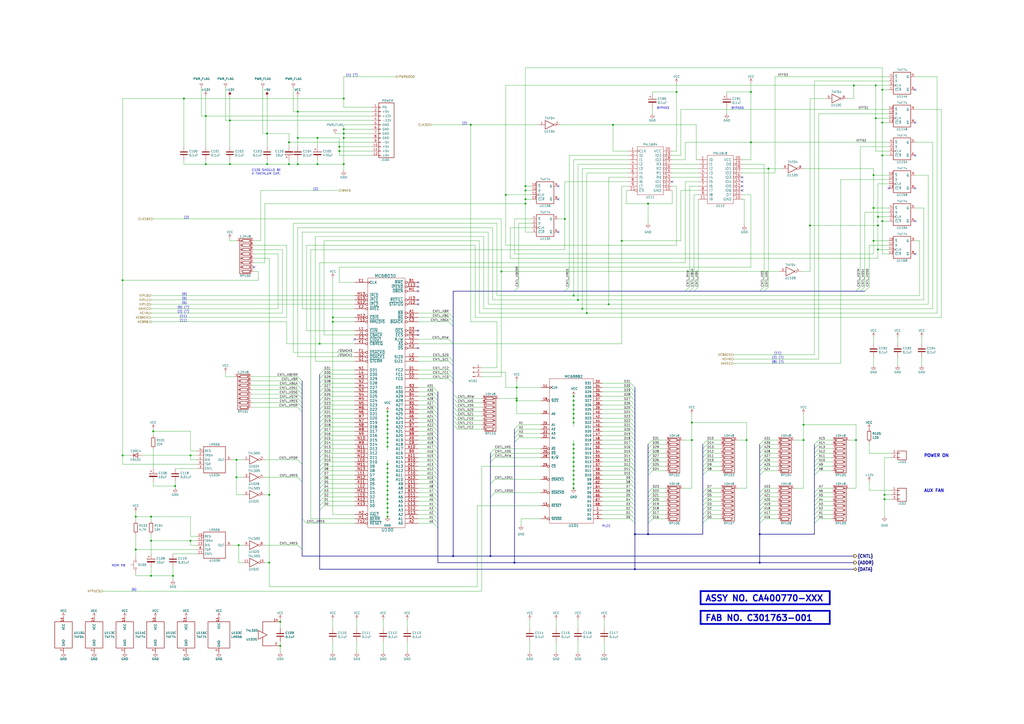
<source format=kicad_sch>
(kicad_sch (version 20231120) (generator "eeschema") (generator_version "8.0")
  (paper "A2")
  (title_block (date "2018-12-24") (rev "1"))
  (lib_symbols
    (symbol "Atari-TT030:74F04-Atari" (pin_names (offset 1.016))
      (property "Reference" "U" (at 0 -3.81 0))
      (property "Value" "74F04-Atari" (at 0 3.81 0))
      (symbol "74F04-Atari_1_0"
        (pin input line (at -6.35 0 0) (length 3.81) (name "~") (number "1"))
        (pin output inverted (at 6.35 0 180) (length 3.81) (name "~") (number "2"))
      )
      (symbol "74F04-Atari_2_0"
        (pin input line (at -6.35 0 0) (length 3.81) (name "~") (number "3"))
        (pin output inverted (at 6.35 0 180) (length 3.81) (name "~") (number "4"))
      )
      (symbol "74F04-Atari_3_0"
        (pin input line (at -6.35 0 0) (length 3.81) (name "~") (number "5"))
        (pin output inverted (at 6.35 0 180) (length 3.81) (name "~") (number "6"))
      )
      (symbol "74F04-Atari_4_0"
        (pin output inverted (at 6.35 0 180) (length 3.81) (name "~") (number "8"))
        (pin input line (at -6.35 0 0) (length 3.81) (name "~") (number "9"))
      )
      (symbol "74F04-Atari_5_0"
        (pin output inverted (at 6.35 0 180) (length 3.81) (name "~") (number "10"))
        (pin input line (at -6.35 0 0) (length 3.81) (name "~") (number "11"))
      )
      (symbol "74F04-Atari_6_0"
        (pin output inverted (at 6.35 0 180) (length 3.81) (name "~") (number "12"))
        (pin input line (at -6.35 0 0) (length 3.81) (name "~") (number "13"))
      )
      (symbol "74F04-Atari_7_0"
        (pin power_in line (at 0 10.16 270) (length 2.54) (name "VCC") (number "14"))
        (pin power_in line (at 0 -10.16 90) (length 2.54) (name "GND") (number "7"))
      )
    )
    (symbol "Atari-TT030:74F74-Atari" (pin_names (offset 1.016))
      (property "Reference" "U" (at 0 -7.62 0))
      (property "Value" "74F74-Atari" (at 0 7.62 0))
      (symbol "74F74-Atari_1_0"
        (pin input line (at -7.62 -3.81 0) (length 2.54) (name "~{CLR}") (number "1"))
        (pin input line (at -7.62 1.27 0) (length 2.54) (name "D") (number "2"))
        (pin input clock (at -7.62 -1.27 0) (length 2.54) (name "CLK") (number "3"))
        (pin input line (at -7.62 3.81 0) (length 2.54) (name "~{S}") (number "4"))
        (pin output line (at 7.62 3.81 180) (length 2.54) (name "Q") (number "5"))
        (pin output line (at 7.62 -3.81 180) (length 2.54) (name "~{Q}") (number "6"))
      )
      (symbol "74F74-Atari_2_0"
        (pin input line (at -7.62 3.81 0) (length 2.54) (name "~{S}") (number "10"))
        (pin input clock (at -7.62 -1.27 0) (length 2.54) (name "CLK") (number "11"))
        (pin input line (at -7.62 1.27 0) (length 2.54) (name "D") (number "12"))
        (pin input line (at -7.62 -3.81 0) (length 2.54) (name "~{CLR}") (number "13"))
        (pin output line (at 7.62 -3.81 180) (length 2.54) (name "~{Q}") (number "8"))
        (pin output line (at 7.62 3.81 180) (length 2.54) (name "Q") (number "9"))
      )
      (symbol "74F74-Atari_3_0"
        (pin power_in line (at 0 10.16 270) (length 2.54) (name "VCC") (number "14"))
        (pin power_in line (at 0 -10.16 90) (length 2.54) (name "GND") (number "7"))
      )
    )
    (symbol "Atari-TT030:74LS05-Atari" (pin_names (offset 1.016))
      (property "Reference" "U" (at -1.27 1.27 0))
      (property "Value" "74LS05-Atari" (at 1.27 -1.27 0))
      (symbol "74LS05-Atari_1_0"
        (pin input line (at -6.35 0 0) (length 3.81) (name "~") (number "1"))
        (pin open_collector inverted (at 6.35 0 180) (length 3.81) (name "~") (number "2"))
      )
      (symbol "74LS05-Atari_2_0"
        (pin input line (at -6.35 0 0) (length 3.81) (name "~") (number "3"))
        (pin open_collector inverted (at 6.35 0 180) (length 3.81) (name "~") (number "4"))
      )
      (symbol "74LS05-Atari_3_0"
        (pin input line (at -6.35 0 0) (length 3.81) (name "~") (number "5"))
        (pin open_collector inverted (at 6.35 0 180) (length 3.81) (name "~") (number "6"))
      )
      (symbol "74LS05-Atari_4_0"
        (pin open_collector inverted (at 6.35 0 180) (length 3.81) (name "~") (number "8"))
        (pin input line (at -6.35 0 0) (length 3.81) (name "~") (number "9"))
      )
      (symbol "74LS05-Atari_5_0"
        (pin open_collector inverted (at 6.35 0 180) (length 3.81) (name "~") (number "10"))
        (pin input line (at -6.35 0 0) (length 3.81) (name "~") (number "11"))
      )
      (symbol "74LS05-Atari_6_0"
        (pin open_collector inverted (at 6.35 0 180) (length 3.81) (name "~") (number "12"))
        (pin input line (at -6.35 0 0) (length 3.81) (name "~") (number "13"))
      )
      (symbol "74LS05-Atari_7_0"
        (pin power_in line (at 10.16 7.62 180) (length 5.08) (name "VCC") (number "14"))
        (pin power_in line (at 10.16 -6.35 180) (length 5.08) (name "GND") (number "7"))
      )
    )
    (symbol "Atari-TT030:CP-Device" (pin_numbers hide) (pin_names (offset 0.254))
      (property "Reference" "C" (at 0.635 2.54 0))
      (property "Value" "CP-Device" (at 0.635 -2.54 0))
      (symbol "CP-Device_1_1"
        (pin passive line (at 0 3.81 270) (length 2.794) (name "~") (number "1"))
        (pin passive line (at 0 -3.81 90) (length 2.794) (name "~") (number "2"))
      )
    )
    (symbol "Atari-TT030:Conn_01x02-Atari" (pin_names (offset 1.016) hide)
      (property "Reference" "J" (at 0 2.54 0))
      (symbol "Conn_01x02-Atari_1_1"
        (pin passive line (at -6.35 0 0) (length 3.81) (name "Pin_1") (number "1"))
        (pin passive line (at -6.35 -2.54 0) (length 3.81) (name "Pin_2") (number "2"))
      )
    )
    (symbol "Atari-TT030:Conn_01x03-Atari" (pin_names (offset 1.016) hide)
      (property "Reference" "J" (at 0 5.08 0))
      (symbol "Conn_01x03-Atari_1_1"
        (pin passive line (at -6.35 2.54 0) (length 3.81) (name "Pin_1") (number "1"))
        (pin passive line (at -6.35 0 0) (length 3.81) (name "Pin_2") (number "2"))
        (pin passive line (at -6.35 -2.54 0) (length 3.81) (name "Pin_3") (number "3"))
      )
    )
    (symbol "Atari-TT030:Conn_01x03_Male-conn" (pin_names (offset 1.016) hide)
      (property "Reference" "J" (at 0 5.08 0))
      (property "Value" "Conn_01x03_Male-conn" (at 0 -5.08 0))
      (symbol "Conn_01x03_Male-conn_1_1"
        (pin passive line (at 5.08 2.54 180) (length 3.81) (name "Pin_1") (number "1"))
        (pin passive line (at 5.08 0 180) (length 3.81) (name "Pin_2") (number "2"))
        (pin passive line (at 5.08 -2.54 180) (length 3.81) (name "Pin_3") (number "3"))
      )
    )
    (symbol "Atari-TT030:LM556-Atari"
      (property "Reference" "U" (at 0 -8.89 0))
      (property "Value" "LM556-Atari" (at 0 8.89 0))
      (symbol "LM556-Atari_1_1"
        (pin input line (at -10.16 0 0) (length 3.81) (name "DIS") (number "1"))
        (pin input line (at -10.16 2.54 0) (length 3.81) (name "TRSH") (number "2"))
        (pin input line (at -10.16 -5.08 0) (length 3.81) (name "CNTL") (number "3"))
        (pin input inverted (at -10.16 5.08 0) (length 3.81) (name "RES") (number "4"))
        (pin output line (at 10.16 0 180) (length 3.81) (name "OUT") (number "5"))
        (pin input line (at -10.16 -2.54 0) (length 3.81) (name "TGR") (number "6"))
      )
      (symbol "LM556-Atari_2_1"
        (pin input inverted (at -10.16 5.08 0) (length 3.81) (name "RES") (number "10"))
        (pin input line (at -10.16 -5.08 0) (length 3.81) (name "CNTL") (number "11"))
        (pin input line (at -10.16 2.54 0) (length 3.81) (name "TRSH") (number "12"))
        (pin input line (at -10.16 0 0) (length 3.81) (name "DIS") (number "13"))
        (pin input line (at -10.16 -2.54 0) (length 3.81) (name "TGR") (number "8"))
        (pin output line (at 10.16 0 180) (length 3.81) (name "OUT") (number "9"))
      )
      (symbol "LM556-Atari_3_1"
        (pin power_in line (at 0 10.16 270) (length 2.54) (name "VCC") (number "14"))
        (pin power_in line (at 0 -10.16 90) (length 2.54) (name "GND") (number "7"))
      )
    )
    (symbol "Atari-TT030:MC68030PGA-Atari" (pin_names (offset 1.016))
      (property "Reference" "U" (at 0 -74.93 0))
      (property "Value" "MC68030PGA-Atari" (at 1.27 73.66 0))
      (property "Footprint" "PGA128" (at 1.27 6.35 0))
      (symbol "MC68030PGA-Atari_1_1"
        (pin input inverted (at 19.05 52.07 180) (length 7.62) (name "~{BR}") (number "A1"))
        (pin output line (at 19.05 -26.67 180) (length 7.62) (name "A17") (number "A10"))
        (pin output line (at 19.05 -31.75 180) (length 7.62) (name "A15") (number "A11"))
        (pin output line (at 19.05 -36.83 180) (length 7.62) (name "A13") (number "A12"))
        (pin output line (at 19.05 -44.45 180) (length 7.62) (name "A10") (number "A13"))
        (pin output line (at 19.05 -69.85 180) (length 7.62) (name "A0") (number "A2"))
        (pin output line (at 19.05 6.35 180) (length 7.62) (name "A30") (number "A3"))
        (pin output line (at 19.05 1.27 180) (length 7.62) (name "A28") (number "A4"))
        (pin output line (at 19.05 -3.81 180) (length 7.62) (name "A26") (number "A5"))
        (pin output line (at 19.05 -8.89 180) (length 7.62) (name "A24") (number "A6"))
        (pin output line (at 19.05 -11.43 180) (length 7.62) (name "A23") (number "A7"))
        (pin output line (at 19.05 -16.51 180) (length 7.62) (name "A21") (number "A8"))
        (pin output line (at 19.05 -21.59 180) (length 7.62) (name "A19") (number "A9"))
        (pin output inverted (at 19.05 69.85 180) (length 7.62) (name "~{RMC}") (number "B1"))
        (pin output line (at 19.05 -34.29 180) (length 7.62) (name "A14") (number "B10"))
        (pin output line (at 19.05 -39.37 180) (length 7.62) (name "A12") (number "B11"))
        (pin output line (at 19.05 -49.53 180) (length 7.62) (name "A8") (number "B12"))
        (pin output line (at 19.05 -52.07 180) (length 7.62) (name "A7") (number "B13"))
        (pin output inverted (at 19.05 49.53 180) (length 7.62) (name "~{BG}") (number "B2"))
        (pin output line (at 19.05 8.89 180) (length 7.62) (name "A31") (number "B3"))
        (pin output line (at 19.05 3.81 180) (length 7.62) (name "A29") (number "B4"))
        (pin output line (at 19.05 -1.27 180) (length 7.62) (name "A27") (number "B5"))
        (pin output line (at 19.05 -6.35 180) (length 7.62) (name "A25") (number "B6"))
        (pin output line (at 19.05 -13.97 180) (length 7.62) (name "A22") (number "B7"))
        (pin output line (at 19.05 -19.05 180) (length 7.62) (name "A20") (number "B8"))
        (pin output line (at 19.05 -29.21 180) (length 7.62) (name "A16") (number "B9"))
        (pin output line (at 19.05 16.51 180) (length 7.62) (name "FC1") (number "C1"))
        (pin output line (at 19.05 -41.91 180) (length 7.62) (name "A11") (number "C10"))
        (pin output line (at 19.05 -46.99 180) (length 7.62) (name "A9") (number "C11"))
        (pin output line (at 19.05 -57.15 180) (length 7.62) (name "A5") (number "C12"))
        (pin output line (at 19.05 -59.69 180) (length 7.62) (name "A4") (number "C13"))
        (pin output inverted (at -17.78 36.83 0) (length 7.62) (name "~{CIOUT}") (number "C2"))
        (pin input inverted (at 19.05 46.99 180) (length 7.62) (name "~{BGACK}") (number "C3"))
        (pin output line (at 19.05 -67.31 180) (length 7.62) (name "A1") (number "C4"))
        (pin power_in line (at 1.27 -38.1 180) (length 0) hide (name "GND") (number "C5"))
        (pin power_in line (at 1.27 -5.08 180) (length 0) hide (name "VCC") (number "C6"))
        (pin power_in line (at 1.27 -35.56 180) (length 0) hide (name "GND") (number "C7"))
        (pin output line (at 19.05 -24.13 180) (length 7.62) (name "A18") (number "C8"))
        (pin power_in line (at 1.27 -33.02 180) (length 0) hide (name "GND") (number "C9"))
        (pin output line (at 19.05 19.05 180) (length 7.62) (name "FC2") (number "D1"))
        (pin power_in line (at 1.27 -7.62 180) (length 0) hide (name "VCC") (number "D10"))
        (pin output line (at 19.05 -54.61 180) (length 7.62) (name "A6") (number "D11"))
        (pin output line (at 19.05 -62.23 180) (length 7.62) (name "A3") (number "D12"))
        (pin output line (at 19.05 -64.77 180) (length 7.62) (name "A2") (number "D13"))
        (pin output line (at 19.05 13.97 180) (length 7.62) (name "FC0") (number "D2"))
        (pin output inverted (at 19.05 41.91 180) (length 7.62) (name "~{OCS}") (number "D3"))
        (pin power_in line (at 1.27 -10.16 180) (length 0) hide (name "VCC") (number "D4"))
        (pin no_connect line (at 0 10.16 180) (length 0) hide (name "NC") (number "D5"))
        (pin input clock (at -17.78 69.85 0) (length 7.62) (name "CLK") (number "E1"))
        (pin power_in line (at 1.27 -40.64 180) (length 0) hide (name "GND") (number "E11"))
        (pin no_connect line (at 0 20.32 180) (length 0) hide (name "NC") (number "E12"))
        (pin output inverted (at 19.05 67.31 180) (length 7.62) (name "~{IPEND}") (number "E13"))
        (pin input inverted (at -17.78 54.61 0) (length 7.62) (name "~{AVEC}") (number "E2"))
        (pin power_in line (at 1.27 -43.18 180) (length 0) hide (name "GND") (number "E3"))
        (pin input inverted (at -17.78 29.21 0) (length 7.62) (name "~{DSACK0}") (number "F1"))
        (pin no_connect line (at 0 12.7 180) (length 0) hide (name "NC") (number "F10"))
        (pin power_in line (at 1.27 -12.7 180) (length 0) hide (name "VCC") (number "F11"))
        (pin bidirectional inverted (at -17.78 -69.85 0) (length 7.62) (name "~{RESET}") (number "F12"))
        (pin input inverted (at -17.78 46.99 0) (length 7.62) (name "~{MMUDIS}") (number "F13"))
        (pin power_in line (at 1.27 -15.24 180) (length 0) hide (name "VCC") (number "F2"))
        (pin power_in line (at 1.27 -45.72 180) (length 0) hide (name "GND") (number "F3"))
        (pin no_connect line (at 0 15.24 180) (length 0) hide (name "NC") (number "F4"))
        (pin input inverted (at -17.78 24.13 0) (length 7.62) (name "~{STERM}") (number "G1"))
        (pin power_in line (at 1.27 -48.26 180) (length 0) hide (name "GND") (number "G11"))
        (pin input inverted (at -17.78 57.15 0) (length 7.62) (name "~{IPL2}") (number "G12"))
        (pin input inverted (at -17.78 59.69 0) (length 7.62) (name "~{IPL1}") (number "G13"))
        (pin input inverted (at -17.78 26.67 0) (length 7.62) (name "~{DSACK1}") (number "G2"))
        (pin power_in line (at 1.27 -50.8 180) (length 0) hide (name "GND") (number "G3"))
        (pin input inverted (at -17.78 -67.31 0) (length 7.62) (name "~{BERR}") (number "H1"))
        (pin power_in line (at 1.27 -17.78 180) (length 0) hide (name "VCC") (number "H11"))
        (pin input inverted (at -17.78 49.53 0) (length 7.62) (name "~{CDIS}") (number "H12"))
        (pin input inverted (at -17.78 62.23 0) (length 7.62) (name "~{IPL0}") (number "H13"))
        (pin bidirectional inverted (at -17.78 -64.77 0) (length 7.62) (name "~{HALT}") (number "H2"))
        (pin power_in line (at 1.27 -20.32 180) (length 0) hide (name "VCC") (number "H3"))
        (pin input inverted (at -17.78 39.37 0) (length 7.62) (name "~{CBACK}") (number "J1"))
        (pin power_in line (at 1.27 -53.34 180) (length 0) hide (name "GND") (number "J11"))
        (pin output inverted (at 19.05 57.15 180) (length 7.62) (name "~{STATUS}") (number "J12"))
        (pin output inverted (at 19.05 59.69 180) (length 7.62) (name "~{REFILL}") (number "J13"))
        (pin output inverted (at 19.05 34.29 180) (length 7.62) (name "~{AS}") (number "J2"))
        (pin power_in line (at 1.27 -55.88 180) (length 0) hide (name "GND") (number "J3"))
        (pin output inverted (at -17.78 34.29 0) (length 7.62) (name "~{CBREQ}") (number "K1"))
        (pin power_in line (at 1.27 -22.86 180) (length 0) hide (name "VCC") (number "K10"))
        (pin bidirectional line (at -17.78 -46.99 0) (length 7.62) (name "D5") (number "K11"))
        (pin bidirectional line (at -17.78 -57.15 0) (length 7.62) (name "D1") (number "K12"))
        (pin bidirectional line (at -17.78 -59.69 0) (length 7.62) (name "D0") (number "K13"))
        (pin output inverted (at 19.05 31.75 180) (length 7.62) (name "~{DS}") (number "K2"))
        (pin output line (at 19.05 24.13 180) (length 7.62) (name "SIZ1") (number "K3"))
        (pin power_in line (at 1.27 -25.4 180) (length 0) hide (name "VCC") (number "K4"))
        (pin no_connect line (at 0 17.78 180) (length 0) hide (name "NC") (number "K5"))
        (pin input inverted (at -17.78 41.91 0) (length 7.62) (name "~{CIIN}") (number "L1"))
        (pin bidirectional line (at -17.78 -34.29 0) (length 7.62) (name "D10") (number "L10"))
        (pin bidirectional line (at -17.78 -41.91 0) (length 7.62) (name "D7") (number "L11"))
        (pin bidirectional line (at -17.78 -49.53 0) (length 7.62) (name "D4") (number "L12"))
        (pin bidirectional line (at -17.78 -54.61 0) (length 7.62) (name "D2") (number "L13"))
        (pin output line (at 19.05 26.67 180) (length 7.62) (name "SIZ0") (number "L2"))
        (pin output line (at 19.05 36.83 180) (length 7.62) (name "R/W") (number "L3"))
        (pin bidirectional line (at -17.78 16.51 0) (length 7.62) (name "D30") (number "L4"))
        (pin power_in line (at 1.27 -66.04 180) (length 0) hide (name "GND") (number "L5"))
        (pin power_in line (at 1.27 -27.94 180) (length 0) hide (name "VCC") (number "L6"))
        (pin power_in line (at 1.27 -63.5 180) (length 0) hide (name "GND") (number "L7"))
        (pin power_in line (at 1.27 -60.96 180) (length 0) hide (name "GND") (number "L8"))
        (pin power_in line (at 1.27 -58.42 180) (length 0) hide (name "GND") (number "L9"))
        (pin output inverted (at 19.05 64.77 180) (length 7.62) (name "~{DBEN}") (number "M1"))
        (pin bidirectional line (at -17.78 -29.21 0) (length 7.62) (name "D12") (number "M10"))
        (pin bidirectional line (at -17.78 -36.83 0) (length 7.62) (name "D9") (number "M11"))
        (pin bidirectional line (at -17.78 -44.45 0) (length 7.62) (name "D6") (number "M12"))
        (pin bidirectional line (at -17.78 -52.07 0) (length 7.62) (name "D3") (number "M13"))
        (pin output inverted (at 19.05 39.37 180) (length 7.62) (name "~{ECS}") (number "M2"))
        (pin bidirectional line (at -17.78 13.97 0) (length 7.62) (name "D29") (number "M3"))
        (pin bidirectional line (at -17.78 8.89 0) (length 7.62) (name "D27") (number "M4"))
        (pin bidirectional line (at -17.78 1.27 0) (length 7.62) (name "D24") (number "M5"))
        (pin bidirectional line (at -17.78 -3.81 0) (length 7.62) (name "D22") (number "M6"))
        (pin bidirectional line (at -17.78 -8.89 0) (length 7.62) (name "D20") (number "M7"))
        (pin bidirectional line (at -17.78 -16.51 0) (length 7.62) (name "D17") (number "M8"))
        (pin bidirectional line (at -17.78 -24.13 0) (length 7.62) (name "D14") (number "M9"))
        (pin bidirectional line (at -17.78 19.05 0) (length 7.62) (name "D31") (number "N1"))
        (pin bidirectional line (at -17.78 -21.59 0) (length 7.62) (name "D15") (number "N10"))
        (pin bidirectional line (at -17.78 -26.67 0) (length 7.62) (name "D13") (number "N11"))
        (pin bidirectional line (at -17.78 -31.75 0) (length 7.62) (name "D11") (number "N12"))
        (pin bidirectional line (at -17.78 -39.37 0) (length 7.62) (name "D8") (number "N13"))
        (pin bidirectional line (at -17.78 11.43 0) (length 7.62) (name "D28") (number "N2"))
        (pin bidirectional line (at -17.78 6.35 0) (length 7.62) (name "D26") (number "N3"))
        (pin bidirectional line (at -17.78 3.81 0) (length 7.62) (name "D25") (number "N4"))
        (pin bidirectional line (at -17.78 -1.27 0) (length 7.62) (name "D23") (number "N5"))
        (pin bidirectional line (at -17.78 -6.35 0) (length 7.62) (name "D21") (number "N6"))
        (pin bidirectional line (at -17.78 -11.43 0) (length 7.62) (name "D19") (number "N7"))
        (pin bidirectional line (at -17.78 -13.97 0) (length 7.62) (name "D18") (number "N8"))
        (pin bidirectional line (at -17.78 -19.05 0) (length 7.62) (name "D16") (number "N9"))
      )
    )
    (symbol "Atari-TT030:MC68882PLC-Atari" (pin_names (offset 1.016))
      (property "Reference" "IC" (at 0 -43.18 0))
      (property "Value" "MC68882PLC-Atari" (at 0 43.18 0))
      (symbol "MC68882PLC-Atari_1_0"
        (pin input line (at 16.51 -34.29 180) (length 5.08) (name "D2") (number "1"))
        (pin input clock (at -19.05 36.83 0) (length 5.08) (name "CLK") (number "11"))
        (pin input inverted (at -19.05 -31.75 0) (length 5.08) (name "~{RESET}") (number "13"))
        (pin input inverted (at -19.05 29.21 0) (length 5.08) (name "~{SIZE}") (number "18"))
        (pin input line (at 16.51 -36.83 180) (length 5.08) (name "D1") (number "2"))
        (pin input inverted (at -19.05 -1.27 0) (length 5.08) (name "~{DS}") (number "20"))
        (pin input inverted (at -19.05 1.27 0) (length 5.08) (name "~{AS}") (number "21"))
        (pin input line (at -19.05 7.62 0) (length 5.08) (name "A4") (number "22"))
        (pin input line (at -19.05 10.16 0) (length 5.08) (name "A3") (number "23"))
        (pin input line (at -19.05 12.7 0) (length 5.08) (name "A2") (number "24"))
        (pin input line (at -19.05 15.24 0) (length 5.08) (name "A1") (number "25"))
        (pin input line (at -19.05 21.59 0) (length 5.08) (name "A0") (number "26"))
        (pin input line (at -19.05 -3.81 0) (length 5.08) (name "R/~{W}") (number "28"))
        (pin input inverted (at -19.05 -8.89 0) (length 5.08) (name "~{CS}") (number "29"))
        (pin input line (at 16.51 -39.37 180) (length 5.08) (name "D0") (number "3"))
        (pin output inverted (at -19.05 -24.13 0) (length 5.08) (name "~{DSACK0}") (number "31"))
        (pin output inverted (at -19.05 -16.51 0) (length 5.08) (name "~{DSACK1}") (number "32"))
        (pin input line (at 16.51 39.37 180) (length 5.08) (name "D31") (number "33"))
        (pin input line (at 16.51 36.83 180) (length 5.08) (name "D30") (number "34"))
        (pin input line (at 16.51 34.29 180) (length 5.08) (name "D29") (number "35"))
        (pin input line (at 16.51 31.75 180) (length 5.08) (name "D28") (number "36"))
        (pin input line (at 16.51 29.21 180) (length 5.08) (name "D27") (number "37"))
        (pin input line (at 16.51 26.67 180) (length 5.08) (name "D26") (number "38"))
        (pin input line (at 16.51 24.13 180) (length 5.08) (name "D25") (number "39"))
        (pin input inverted (at -19.05 -39.37 0) (length 5.08) (name "~{SENSE}") (number "4"))
        (pin input line (at 16.51 21.59 180) (length 5.08) (name "D24") (number "40"))
        (pin input line (at 16.51 19.05 180) (length 5.08) (name "D23") (number "42"))
        (pin input line (at 16.51 16.51 180) (length 5.08) (name "D22") (number "44"))
        (pin input line (at 16.51 13.97 180) (length 5.08) (name "D21") (number "45"))
        (pin input line (at 16.51 11.43 180) (length 5.08) (name "D20") (number "46"))
        (pin input line (at 16.51 8.89 180) (length 5.08) (name "D19") (number "47"))
        (pin input line (at 16.51 6.35 180) (length 5.08) (name "D18") (number "48"))
        (pin input line (at 16.51 3.81 180) (length 5.08) (name "D17") (number "49"))
        (pin input line (at 16.51 1.27 180) (length 5.08) (name "D16") (number "50"))
        (pin input line (at 16.51 -1.27 180) (length 5.08) (name "D15") (number "54"))
        (pin input line (at 16.51 -3.81 180) (length 5.08) (name "D14") (number "55"))
        (pin input line (at 16.51 -6.35 180) (length 5.08) (name "D13") (number "56"))
        (pin input line (at 16.51 -8.89 180) (length 5.08) (name "D12") (number "57"))
        (pin input line (at 16.51 -11.43 180) (length 5.08) (name "D11") (number "58"))
        (pin input line (at 16.51 -13.97 180) (length 5.08) (name "D10") (number "59"))
        (pin input line (at 16.51 -16.51 180) (length 5.08) (name "D9") (number "60"))
        (pin input line (at 16.51 -19.05 180) (length 5.08) (name "D8") (number "62"))
        (pin input line (at 16.51 -21.59 180) (length 5.08) (name "D7") (number "64"))
        (pin input line (at 16.51 -24.13 180) (length 5.08) (name "D6") (number "65"))
        (pin input line (at 16.51 -26.67 180) (length 5.08) (name "D5") (number "66"))
        (pin input line (at 16.51 -29.21 180) (length 5.08) (name "D4") (number "67"))
        (pin input line (at 16.51 -31.75 180) (length 5.08) (name "D3") (number "68"))
      )
      (symbol "MC68882PLC-Atari_1_1"
        (pin power_in line (at 0 31.75 0) (length 5.08) hide (name "VCC@1") (number "10"))
        (pin power_in line (at 0 -6.35 0) (length 5.08) hide (name "GND@6") (number "12"))
        (pin power_in line (at 0 -8.89 0) (length 5.08) hide (name "GND@7") (number "14"))
        (pin no_connect line (at 0 -34.29 0) (length 5.08) hide (name "NC") (number "15"))
        (pin power_in line (at 0 29.21 0) (length 5.08) hide (name "VCC@2") (number "16"))
        (pin power_in line (at 0 26.67 0) (length 5.08) hide (name "VCC@3") (number "17"))
        (pin power_in line (at 0 -11.43 0) (length 5.08) hide (name "GND@8") (number "19"))
        (pin power_in line (at 0 24.13 0) (length 5.08) hide (name "VCC@4") (number "27"))
        (pin power_in line (at 0 -13.97 0) (length 5.08) hide (name "GND@9") (number "30"))
        (pin power_in line (at 0 -16.51 0) (length 5.08) hide (name "GND@10") (number "41"))
        (pin power_in line (at 0 21.59 0) (length 5.08) hide (name "VCC@5") (number "43"))
        (pin power_in line (at 0 6.35 0) (length 5.08) hide (name "GND@1") (number "5"))
        (pin power_in line (at 0 -19.05 0) (length 5.08) hide (name "GND@11") (number "51"))
        (pin power_in line (at 0 19.05 0) (length 5.08) hide (name "VCC@6") (number "52"))
        (pin power_in line (at 0 16.51 0) (length 5.08) hide (name "VCC@7") (number "53"))
        (pin power_in line (at 0 3.81 0) (length 5.08) hide (name "GND@2") (number "6"))
        (pin power_in line (at 0 13.97 0) (length 5.08) hide (name "VCC@8") (number "61"))
        (pin power_in line (at 0 -21.59 0) (length 5.08) hide (name "GND@12") (number "63"))
        (pin power_in line (at 0 1.27 0) (length 5.08) hide (name "GND@3") (number "7"))
        (pin power_in line (at 0 -1.27 0) (length 5.08) hide (name "GND@4") (number "8"))
        (pin power_in line (at 0 -3.81 0) (length 5.08) hide (name "GND@5") (number "9"))
      )
    )
    (symbol "Atari-TT030:PAL16L8-Atari" (pin_names (offset 1.016))
      (property "Reference" "U" (at 0 15.24 0))
      (property "Value" "PAL16L8-Atari" (at 0 -15.24 0))
      (symbol "PAL16L8-Atari_0_0"
        (pin power_in line (at 12.7 -11.43 180) (length 5.08) (name "GND") (number "10"))
        (pin power_in line (at 12.7 11.43 180) (length 5.08) (name "VCC") (number "20"))
      )
      (symbol "PAL16L8-Atari_1_1"
        (pin input line (at -12.7 11.43 0) (length 5.08) (name "I0") (number "1"))
        (pin input line (at -12.7 -11.43 0) (length 5.08) (name "I9") (number "11"))
        (pin tri_state inverted (at 12.7 -8.89 180) (length 5.08) (name "O7") (number "12"))
        (pin tri_state inverted (at 12.7 -6.35 180) (length 5.08) (name "IO6") (number "13"))
        (pin tri_state inverted (at 12.7 -3.81 180) (length 5.08) (name "IO5") (number "14"))
        (pin tri_state inverted (at 12.7 -1.27 180) (length 5.08) (name "IO4") (number "15"))
        (pin tri_state inverted (at 12.7 1.27 180) (length 5.08) (name "IO3") (number "16"))
        (pin tri_state inverted (at 12.7 3.81 180) (length 5.08) (name "IO2") (number "17"))
        (pin tri_state inverted (at 12.7 6.35 180) (length 5.08) (name "IO1") (number "18"))
        (pin tri_state inverted (at 12.7 8.89 180) (length 5.08) (name "O0") (number "19"))
        (pin input line (at -12.7 8.89 0) (length 5.08) (name "I1") (number "2"))
        (pin input line (at -12.7 6.35 0) (length 5.08) (name "I2") (number "3"))
        (pin input line (at -12.7 3.81 0) (length 5.08) (name "I3") (number "4"))
        (pin input line (at -12.7 1.27 0) (length 5.08) (name "I4") (number "5"))
        (pin input line (at -12.7 -1.27 0) (length 5.08) (name "I5") (number "6"))
        (pin input line (at -12.7 -3.81 0) (length 5.08) (name "I6") (number "7"))
        (pin input line (at -12.7 -6.35 0) (length 5.08) (name "I7") (number "8"))
        (pin input line (at -12.7 -8.89 0) (length 5.08) (name "I8") (number "9"))
      )
    )
    (symbol "Atari-TT030:PAL16R4-Atari" (pin_names (offset 1.016))
      (property "Reference" "U" (at 0 15.24 0))
      (property "Value" "PAL16R4-Atari" (at 0 -15.24 0))
      (symbol "PAL16R4-Atari_0_0"
        (pin power_in line (at 12.7 -11.43 180) (length 5.08) (name "GND") (number "10"))
        (pin power_in line (at 12.7 11.43 180) (length 5.08) (name "VCC") (number "20"))
      )
      (symbol "PAL16R4-Atari_1_1"
        (pin input clock (at -12.7 11.43 0) (length 5.08) (name "CLK") (number "1"))
        (pin input inverted (at -12.7 -11.43 0) (length 5.08) (name "~{EN}") (number "11"))
        (pin input inverted (at 12.7 -8.89 180) (length 5.08) (name "IO0") (number "12"))
        (pin output inverted (at 12.7 -6.35 180) (length 5.08) (name "IO1") (number "13"))
        (pin output inverted (at 12.7 -3.81 180) (length 5.08) (name "R0") (number "14"))
        (pin output inverted (at 12.7 -1.27 180) (length 5.08) (name "R1") (number "15"))
        (pin output inverted (at 12.7 1.27 180) (length 5.08) (name "R2") (number "16"))
        (pin output inverted (at 12.7 3.81 180) (length 5.08) (name "R3") (number "17"))
        (pin input inverted (at 12.7 6.35 180) (length 5.08) (name "IO2") (number "18"))
        (pin output inverted (at 12.7 8.89 180) (length 5.08) (name "IO3") (number "19"))
        (pin input line (at -12.7 8.89 0) (length 5.08) (name "I0") (number "2"))
        (pin input line (at -12.7 6.35 0) (length 5.08) (name "I1") (number "3"))
        (pin input line (at -12.7 3.81 0) (length 5.08) (name "I2") (number "4"))
        (pin input line (at -12.7 1.27 0) (length 5.08) (name "I3") (number "5"))
        (pin input line (at -12.7 -1.27 0) (length 5.08) (name "I4") (number "6"))
        (pin input line (at -12.7 -3.81 0) (length 5.08) (name "I5") (number "7"))
        (pin input line (at -12.7 -6.35 0) (length 5.08) (name "I6") (number "8"))
        (pin input line (at -12.7 -8.89 0) (length 5.08) (name "I7") (number "9"))
      )
    )
    (symbol "Atari-TT030:RP100-TT-Atari" (pin_names (offset 0) hide)
      (property "Reference" "RP" (at -1.27 11.43 0))
      (property "Value" "RP100-TT-Atari" (at -1.27 -11.43 0))
      (symbol "RP100-TT-Atari_1_1"
        (pin passive line (at -6.35 8.89 0) (length 2.54) (name "common") (number "1"))
        (pin passive line (at 3.81 -8.89 180) (length 2.54) (name "R8") (number "2"))
        (pin passive line (at 3.81 -3.81 180) (length 2.54) (name "R6") (number "3"))
        (pin passive line (at 3.81 -6.35 180) (length 2.54) (name "R7") (number "4"))
        (pin passive line (at 3.81 8.89 180) (length 2.54) (name "R1") (number "5"))
        (pin passive line (at 3.81 -1.27 180) (length 2.54) (name "R5") (number "6"))
        (pin passive line (at 3.81 1.27 180) (length 2.54) (name "R4") (number "7"))
        (pin passive line (at 3.81 6.35 180) (length 2.54) (name "R2") (number "8"))
        (pin passive line (at 3.81 3.81 180) (length 2.54) (name "R3") (number "9"))
      )
    )
    (symbol "Atari-TT030:RP101-TT-Atari" (pin_names (offset 0) hide)
      (property "Reference" "RN" (at -1.27 11.43 0))
      (property "Value" "RP101-TT-Atari" (at -1.27 -11.43 0))
      (symbol "RP101-TT-Atari_1_1"
        (pin passive line (at -6.35 8.89 0) (length 2.54) (name "common") (number "1"))
        (pin passive line (at 3.81 -8.89 180) (length 2.54) (name "R8") (number "2"))
        (pin passive line (at 3.81 -6.35 180) (length 2.54) (name "R7") (number "3"))
        (pin passive line (at 3.81 -1.27 180) (length 2.54) (name "R5") (number "4"))
        (pin passive line (at 3.81 1.27 180) (length 2.54) (name "R4") (number "5"))
        (pin passive line (at 3.81 8.89 180) (length 2.54) (name "R1") (number "6"))
        (pin passive line (at 3.81 -3.81 180) (length 2.54) (name "R6") (number "7"))
        (pin passive line (at 3.81 6.35 180) (length 2.54) (name "R2") (number "8"))
        (pin passive line (at 3.81 3.81 180) (length 2.54) (name "R3") (number "9"))
      )
    )
    (symbol "Atari-TT030:RP8-Atari" (pin_names (offset 0) hide)
      (property "Reference" "RN" (at 0 11.43 0))
      (property "Value" "RP8-Atari" (at 0 -11.43 0))
      (symbol "RP8-Atari_1_1"
        (pin passive line (at 5.08 8.89 180) (length 2.54) (name "common") (number "1"))
        (pin passive line (at -5.08 -8.89 0) (length 2.54) (name "R8") (number "2"))
        (pin passive line (at -5.08 -6.35 0) (length 2.54) (name "R7") (number "3"))
        (pin passive line (at -5.08 -3.81 0) (length 2.54) (name "R6") (number "4"))
        (pin passive line (at -5.08 -1.27 0) (length 2.54) (name "R5") (number "5"))
        (pin passive line (at -5.08 1.27 0) (length 2.54) (name "R4") (number "6"))
        (pin passive line (at -5.08 3.81 0) (length 2.54) (name "R3") (number "7"))
        (pin passive line (at -5.08 6.35 0) (length 2.54) (name "R2") (number "8"))
        (pin passive line (at -5.08 8.89 0) (length 2.54) (name "R1") (number "9"))
      )
    )
    (symbol "Atari-TT030:SW_Push-switches" (pin_numbers hide) (pin_names (offset 1.016) hide)
      (property "Reference" "SW" (at 1.27 2.54 0))
      (property "Value" "SW_Push-switches" (at 0 -1.524 0))
      (symbol "SW_Push-switches_0_1"
        (pin passive line (at -5.08 0 0) (length 2.54) (name "1") (number "1"))
        (pin passive line (at 5.08 0 180) (length 2.54) (name "2") (number "2"))
      )
    )
    (symbol "Atari-TT030:TT-POWER-Atari" (pin_names (offset 2.0066))
      (property "Reference" "J" (at 2.54 16.51 0))
      (property "Value" "TT-POWER-Atari" (at 0 -17.78 0))
      (symbol "TT-POWER-Atari_1_1"
        (pin passive line (at -5.08 12.7 0) (length 3.81) (name "PG") (number "1"))
        (pin passive line (at -5.08 -10.16 0) (length 3.81) (name "+5V") (number "10"))
        (pin passive line (at -5.08 -12.7 0) (length 3.81) (name "+5V") (number "11"))
        (pin passive line (at -5.08 -15.24 0) (length 3.81) (name "+5V") (number "12"))
        (pin passive line (at -5.08 10.16 0) (length 3.81) (name "+5V") (number "2"))
        (pin passive line (at -5.08 7.62 0) (length 3.81) (name "+12V") (number "3"))
        (pin passive line (at -5.08 5.08 0) (length 3.81) (name "-12V") (number "4"))
        (pin passive line (at -5.08 2.54 0) (length 3.81) (name "GND") (number "5"))
        (pin passive line (at -5.08 0 0) (length 3.81) (name "GND") (number "6"))
        (pin passive line (at -5.08 -2.54 0) (length 3.81) (name "GND") (number "7"))
        (pin passive line (at -5.08 -5.08 0) (length 3.81) (name "GND") (number "8"))
        (pin passive line (at -5.08 -7.62 0) (length 3.81) (name "-5V") (number "9"))
      )
    )
    (symbol "Device:C" (pin_numbers hide) (pin_names (offset 0.254))
      (property "Reference" "C" (at 0.635 2.54 0))
      (property "Value" "C" (at 0.635 -2.54 0))
      (symbol "C_1_1"
        (pin passive line (at 0 3.81 270) (length 2.794) (name "~") (number "1"))
        (pin passive line (at 0 -3.81 90) (length 2.794) (name "~") (number "2"))
      )
    )
    (symbol "Device:D" (pin_numbers hide) (pin_names (offset 1.016) hide)
      (property "Reference" "D" (at 0 2.54 0))
      (property "Value" "D" (at 0 -2.54 0))
      (symbol "D_1_1"
        (pin passive line (at -3.81 0 0) (length 2.54) (name "K") (number "1"))
        (pin passive line (at 3.81 0 180) (length 2.54) (name "A") (number "2"))
      )
    )
    (symbol "Device:R" (pin_numbers hide) (pin_names (offset 0))
      (property "Reference" "R" (at 2.032 0 90))
      (property "Value" "R" (at 0 0 90))
      (symbol "R_1_1"
        (pin passive line (at 0 3.81 270) (length 1.27) (name "~") (number "1"))
        (pin passive line (at 0 -3.81 90) (length 1.27) (name "~") (number "2"))
      )
    )
    (symbol "power:+12V" (power) (pin_numbers hide) (pin_names (offset 0) hide)
      (property "Value" "+12V" (at 0 3.556 0))
      (symbol "+12V_1_1"
        (pin power_in line (at 0 0 90) (length 0) (name "~") (number "1"))
      )
    )
    (symbol "power:-12V" (power) (pin_numbers hide) (pin_names (offset 0) hide)
      (property "Value" "-12V" (at 0 3.556 0))
      (symbol "-12V_0_0"
        (pin power_in line (at 0 0 90) (length 0) (name "~") (number "1"))
      )
    )
    (symbol "power:-5V" (power) (pin_numbers hide) (pin_names (offset 0) hide)
      (property "Value" "-5V" (at 0 3.556 0))
      (symbol "-5V_0_0"
        (pin power_in line (at 0 0 90) (length 0) (name "~") (number "1"))
      )
    )
    (symbol "power:GND" (power) (pin_numbers hide) (pin_names (offset 0) hide)
      (property "Value" "GND" (at 0 -3.81 0))
      (symbol "GND_1_1"
        (pin power_in line (at 0 0 270) (length 0) (name "~") (number "1"))
      )
    )
    (symbol "power:PWR_FLAG" (power) (pin_numbers hide) (pin_names (offset 0) hide)
      (property "Value" "PWR_FLAG" (at 0 3.81 0))
      (symbol "PWR_FLAG_0_0"
        (pin power_out line (at 0 0 90) (length 0) (name "~") (number "1"))
      )
    )
    (symbol "power:VCC" (power) (pin_numbers hide) (pin_names (offset 0) hide)
      (property "Value" "VCC" (at 0 3.556 0))
      (symbol "VCC_1_1"
        (pin power_in line (at 0 0 90) (length 0) (name "~") (number "1"))
      )
    )
  )
  (bus_alias "ADDR" (members "A[0..31]"))
  (bus_alias "DATA" (members "D[0..32]"))
  (junction (at 199.39 57.15))
  (junction (at 224.79 279.4))
  (junction (at 172.72 95.25))
  (junction (at 110.49 264.16))
  (junction (at 133.35 69.85))
  (junction (at 368.3 330.2))
  (junction (at 224.79 269.24))
  (junction (at 445.77 97.79))
  (junction (at 513.08 289.56))
  (junction (at 360.68 139.7))
  (junction (at 193.04 186.69))
  (junction (at 440.69 309.88))
  (junction (at 401.32 255.27))
  (junction (at 87.63 299.72))
  (junction (at 185.42 199.39))
  (junction (at 224.79 248.92))
  (junction (at 340.36 181.61))
  (junction (at 337.82 179.07))
  (junction (at 511.81 90.17))
  (junction (at 100.33 334.01))
  (junction (at 506.73 139.7))
  (junction (at 224.79 271.78))
  (junction (at 509.27 130.81))
  (junction (at 172.72 64.77))
  (junction (at 332.74 240.03))
  (junction (at 299.72 224.79))
  (junction (at 224.79 241.3))
  (junction (at 106.68 57.15))
  (junction (at 224.79 256.54))
  (junction (at 196.85 85.09))
  (junction (at 284.48 322.58))
  (junction (at 88.9 250.19))
  (junction (at 293.37 113.03))
  (junction (at 119.38 95.25))
  (junction (at 224.79 297.18))
  (junction (at 435.61 53.34))
  (junction (at 224.79 281.94))
  (junction (at 156.21 287.02))
  (junction (at 332.74 171.45))
  (junction (at 335.28 173.99))
  (junction (at 71.12 264.16))
  (junction (at 290.83 157.48))
  (junction (at 435.61 82.55))
  (junction (at 332.74 267.97))
  (junction (at 298.45 326.39))
  (junction (at 119.38 67.31))
  (junction (at 199.39 80.01))
  (junction (at 332.74 245.11))
  (junction (at 137.16 276.86))
  (junction (at 509.27 144.78))
  (junction (at 332.74 275.59))
  (junction (at 304.8 110.49))
  (junction (at 162.56 374.65))
  (junction (at 262.89 322.58))
  (junction (at 138.43 316.23))
  (junction (at 162.56 360.68))
  (junction (at 184.15 95.25))
  (junction (at 224.79 251.46))
  (junction (at 71.12 162.56))
  (junction (at 440.69 326.39))
  (junction (at 199.39 74.93))
  (junction (at 196.85 87.63))
  (junction (at 224.79 246.38))
  (junction (at 224.79 284.48))
  (junction (at 224.79 287.02))
  (junction (at 332.74 278.13))
  (junction (at 167.64 82.55))
  (junction (at 506.73 101.6))
  (junction (at 273.05 72.39))
  (junction (at 137.16 266.7))
  (junction (at 506.73 120.65))
  (junction (at 392.43 53.34))
  (junction (at 332.74 229.87))
  (junction (at 87.63 313.69))
  (junction (at 299.72 232.41))
  (junction (at 332.74 273.05))
  (junction (at 184.15 80.01))
  (junction (at 433.07 255.27))
  (junction (at 78.74 299.72))
  (junction (at 87.63 334.01))
  (junction (at 78.74 318.77))
  (junction (at 368.3 309.88))
  (junction (at 101.6 281.94))
  (junction (at 304.8 115.57))
  (junction (at 224.79 292.1))
  (junction (at 511.81 71.12))
  (junction (at 332.74 242.57))
  (junction (at 304.8 107.95))
  (junction (at 511.81 128.27))
  (junction (at 511.81 52.07))
  (junction (at 375.92 118.11))
  (junction (at 199.39 77.47))
  (junction (at 193.04 184.15))
  (junction (at 224.79 274.32))
  (junction (at 224.79 276.86))
  (junction (at 332.74 234.95))
  (junction (at 154.94 95.25))
  (junction (at 224.79 299.72))
  (junction (at 509.27 125.73))
  (junction (at 332.74 237.49))
  (junction (at 495.3 49.53))
  (junction (at 332.74 232.41))
  (junction (at 332.74 257.81))
  (junction (at 401.32 245.11))
  (junction (at 224.79 238.76))
  (junction (at 513.08 287.02))
  (junction (at 199.39 95.25))
  (junction (at 304.8 118.11))
  (junction (at 224.79 254))
  (junction (at 133.35 95.25))
  (junction (at 332.74 270.51))
  (junction (at 332.74 280.67))
  (junction (at 224.79 259.08))
  (junction (at 299.72 231.14))
  (junction (at 224.79 289.56))
  (junction (at 469.9 130.81))
  (junction (at 353.06 176.53))
  (junction (at 167.64 95.25))
  (junction (at 332.74 260.35))
  (junction (at 172.72 80.01))
  (junction (at 496.57 255.27))
  (junction (at 224.79 243.84))
  (junction (at 508 68.58))
  (junction (at 375.92 309.88))
  (junction (at 355.6 72.39))
  (junction (at 224.79 294.64))
  (junction (at 327.66 127))
  (junction (at 332.74 283.21))
  (junction (at 156.21 326.39))
  (junction (at 332.74 265.43))
  (junction (at 154.94 77.47))
  (junction (at 508 49.53))
  (junction (at 110.49 313.69))
  (junction (at 466.09 246.38))
  (junction (at 332.74 262.89))
  (junction (at 466.09 255.27))
  (no_connect (at 147.32 154.94))
  (no_connect (at 389.89 105.41))
  (no_connect (at 323.85 107.95))
  (no_connect (at 242.57 176.53))
  (no_connect (at 530.86 90.17))
  (no_connect (at 530.86 71.12))
  (no_connect (at 205.74 196.85))
  (no_connect (at 242.57 201.93))
  (no_connect (at 242.57 194.31))
  (no_connect (at 242.57 166.37))
  (no_connect (at 530.86 52.07))
  (no_connect (at 530.86 109.22))
  (no_connect (at 323.85 115.57))
  (no_connect (at 430.53 102.87))
  (no_connect (at 242.57 168.91))
  (no_connect (at 242.57 163.83))
  (no_connect (at 430.53 107.95))
  (no_connect (at 242.57 173.99))
  (no_connect (at 530.86 147.32))
  (no_connect (at 530.86 128.27))
  (no_connect (at 430.53 110.49))
  (no_connect (at 323.85 134.62))
  (no_connect (at 515.62 109.22))
  (no_connect (at 430.53 105.41))
  (no_connect (at 242.57 191.77))
  (bus_entry (at 440.69 168.91) (size 2.54 -2.54))
  (bus_entry (at 365.76 273.05) (size 2.54 2.54))
  (bus_entry (at 185.42 252.73) (size 2.54 -2.54))
  (bus_entry (at 185.42 265.43) (size 2.54 -2.54))
  (bus_entry (at 185.42 295.91) (size 2.54 -2.54))
  (bus_entry (at 472.44 295.91) (size 2.54 -2.54))
  (bus_entry (at 365.76 237.49) (size 2.54 2.54))
  (bus_entry (at 365.76 252.73) (size 2.54 2.54))
  (bus_entry (at 365.76 224.79) (size 2.54 2.54))
  (bus_entry (at 407.67 295.91) (size 2.54 -2.54))
  (bus_entry (at 365.76 262.89) (size 2.54 2.54))
  (bus_entry (at 472.44 257.81) (size 2.54 -2.54))
  (bus_entry (at 251.46 293.37) (size 2.54 2.54))
  (bus_entry (at 365.76 293.37) (size 2.54 2.54))
  (bus_entry (at 375.92 273.05) (size 2.54 -2.54))
  (bus_entry (at 185.42 234.95) (size 2.54 -2.54))
  (bus_entry (at 365.76 250.19) (size 2.54 2.54))
  (bus_entry (at 185.42 257.81) (size 2.54 -2.54))
  (bus_entry (at 172.72 316.23) (size 2.54 2.54))
  (bus_entry (at 472.44 275.59) (size 2.54 -2.54))
  (bus_entry (at 298.45 251.46) (size 2.54 -2.54))
  (bus_entry (at 440.69 290.83) (size 2.54 -2.54))
  (bus_entry (at 365.76 234.95) (size 2.54 2.54))
  (bus_entry (at 284.48 280.67) (size 2.54 -2.54))
  (bus_entry (at 260.35 214.63) (size 2.54 2.54))
  (bus_entry (at 375.92 267.97) (size 2.54 -2.54))
  (bus_entry (at 260.35 186.69) (size 2.54 2.54))
  (bus_entry (at 496.57 168.91) (size 2.54 -2.54))
  (bus_entry (at 365.76 247.65) (size 2.54 2.54))
  (bus_entry (at 262.89 246.38) (size 2.54 2.54))
  (bus_entry (at 298.45 248.92) (size 2.54 -2.54))
  (bus_entry (at 185.42 229.87) (size 2.54 -2.54))
  (bus_entry (at 185.42 240.03) (size 2.54 -2.54))
  (bus_entry (at 260.35 219.71) (size 2.54 2.54))
  (bus_entry (at 375.92 285.75) (size 2.54 -2.54))
  (bus_entry (at 262.89 228.6) (size 2.54 2.54))
  (bus_entry (at 440.69 257.81) (size 2.54 -2.54))
  (bus_entry (at 365.76 232.41) (size 2.54 2.54))
  (bus_entry (at 251.46 275.59) (size 2.54 2.54))
  (bus_entry (at 407.67 262.89) (size 2.54 -2.54))
  (bus_entry (at 185.42 247.65) (size 2.54 -2.54))
  (bus_entry (at 260.35 209.55) (size 2.54 2.54))
  (bus_entry (at 472.44 303.53) (size 2.54 -2.54))
  (bus_entry (at 172.72 231.14) (size 2.54 2.54))
  (bus_entry (at 172.72 226.06) (size 2.54 2.54))
  (bus_entry (at 298.45 254) (size 2.54 -2.54))
  (bus_entry (at 472.44 293.37) (size 2.54 -2.54))
  (bus_entry (at 251.46 278.13) (size 2.54 2.54))
  (bus_entry (at 260.35 207.01) (size 2.54 2.54))
  (bus_entry (at 185.42 290.83) (size 2.54 -2.54))
  (bus_entry (at 172.72 223.52) (size 2.54 2.54))
  (bus_entry (at 262.89 233.68) (size 2.54 2.54))
  (bus_entry (at 365.76 280.67) (size 2.54 2.54))
  (bus_entry (at 472.44 298.45) (size 2.54 -2.54))
  (bus_entry (at 407.67 293.37) (size 2.54 -2.54))
  (bus_entry (at 251.46 298.45) (size 2.54 2.54))
  (bus_entry (at 185.42 288.29) (size 2.54 -2.54))
  (bus_entry (at 375.92 303.53) (size 2.54 -2.54))
  (bus_entry (at 440.69 270.51) (size 2.54 -2.54))
  (bus_entry (at 365.76 245.11) (size 2.54 2.54))
  (bus_entry (at 407.67 265.43) (size 2.54 -2.54))
  (bus_entry (at 375.92 300.99) (size 2.54 -2.54))
  (bus_entry (at 185.42 219.71) (size 2.54 -2.54))
  (bus_entry (at 440.69 288.29) (size 2.54 -2.54))
  (bus_entry (at 185.42 283.21) (size 2.54 -2.54))
  (bus_entry (at 365.76 227.33) (size 2.54 2.54))
  (bus_entry (at 260.35 217.17) (size 2.54 2.54))
  (bus_entry (at 185.42 262.89) (size 2.54 -2.54))
  (bus_entry (at 407.67 267.97) (size 2.54 -2.54))
  (bus_entry (at 365.76 283.21) (size 2.54 2.54))
  (bus_entry (at 262.89 238.76) (size 2.54 2.54))
  (bus_entry (at 185.42 267.97) (size 2.54 -2.54))
  (bus_entry (at 407.67 298.45) (size 2.54 -2.54))
  (bus_entry (at 407.67 275.59) (size 2.54 -2.54))
  (bus_entry (at 260.35 184.15) (size 2.54 2.54))
  (bus_entry (at 251.46 245.11) (size 2.54 2.54))
  (bus_entry (at 251.46 247.65) (size 2.54 2.54))
  (bus_entry (at 284.48 288.29) (size 2.54 -2.54))
  (bus_entry (at 251.46 250.19) (size 2.54 2.54))
  (bus_entry (at 185.42 260.35) (size 2.54 -2.54))
  (bus_entry (at 365.76 267.97) (size 2.54 2.54))
  (bus_entry (at 375.92 262.89) (size 2.54 -2.54))
  (bus_entry (at 251.46 300.99) (size 2.54 2.54))
  (bus_entry (at 472.44 270.51) (size 2.54 -2.54))
  (bus_entry (at 375.92 298.45) (size 2.54 -2.54))
  (bus_entry (at 365.76 257.81) (size 2.54 2.54))
  (bus_entry (at 375.92 257.81) (size 2.54 -2.54))
  (bus_entry (at 472.44 265.43) (size 2.54 -2.54))
  (bus_entry (at 175.26 300.99) (size 2.54 2.54))
  (bus_entry (at 472.44 290.83) (size 2.54 -2.54))
  (bus_entry (at 400.05 168.91) (size 2.54 -2.54))
  (bus_entry (at 375.92 293.37) (size 2.54 -2.54))
  (bus_entry (at 251.46 273.05) (size 2.54 2.54))
  (bus_entry (at 375.92 290.83) (size 2.54 -2.54))
  (bus_entry (at 440.69 273.05) (size 2.54 -2.54))
  (bus_entry (at 472.44 288.29) (size 2.54 -2.54))
  (bus_entry (at 185.42 227.33) (size 2.54 -2.54))
  (bus_entry (at 472.44 267.97) (size 2.54 -2.54))
  (bus_entry (at 501.65 168.91) (size 2.54 -2.54))
  (bus_entry (at 472.44 273.05) (size 2.54 -2.54))
  (bus_entry (at 440.69 293.37) (size 2.54 -2.54))
  (bus_entry (at 251.46 303.53) (size 2.54 2.54))
  (bus_entry (at 407.67 285.75) (size 2.54 -2.54))
  (bus_entry (at 365.76 242.57) (size 2.54 2.54))
  (bus_entry (at 365.76 285.75) (size 2.54 2.54))
  (bus_entry (at 185.42 242.57) (size 2.54 -2.54))
  (bus_entry (at 251.46 265.43) (size 2.54 2.54))
  (bus_entry (at 365.76 288.29) (size 2.54 2.54))
  (bus_entry (at 440.69 265.43) (size 2.54 -2.54))
  (bus_entry (at 251.46 288.29) (size 2.54 2.54))
  (bus_entry (at 298.45 256.54) (size 2.54 -2.54))
  (bus_entry (at 251.46 267.97) (size 2.54 2.54))
  (bus_entry (at 375.92 275.59) (size 2.54 -2.54))
  (bus_entry (at 440.69 295.91) (size 2.54 -2.54))
  (bus_entry (at 260.35 196.85) (size 2.54 2.54))
  (bus_entry (at 327.66 168.91) (size 2.54 -2.54))
  (bus_entry (at 365.76 270.51) (size 2.54 2.54))
  (bus_entry (at 365.76 300.99) (size 2.54 2.54))
  (bus_entry (at 185.42 250.19) (size 2.54 -2.54))
  (bus_entry (at 365.76 265.43) (size 2.54 2.54))
  (bus_entry (at 375.92 260.35) (size 2.54 -2.54))
  (bus_entry (at 185.42 270.51) (size 2.54 -2.54))
  (bus_entry (at 407.67 273.05) (size 2.54 -2.54))
  (bus_entry (at 402.59 168.91) (size 2.54 -2.54))
  (bus_entry (at 440.69 267.97) (size 2.54 -2.54))
  (bus_entry (at 365.76 290.83) (size 2.54 2.54))
  (bus_entry (at 440.69 262.89) (size 2.54 -2.54))
  (bus_entry (at 407.67 270.51) (size 2.54 -2.54))
  (bus_entry (at 185.42 255.27) (size 2.54 -2.54))
  (bus_entry (at 365.76 240.03) (size 2.54 2.54))
  (bus_entry (at 251.46 262.89) (size 2.54 2.54))
  (bus_entry (at 365.76 278.13) (size 2.54 2.54))
  (bus_entry (at 365.76 260.35) (size 2.54 2.54))
  (bus_entry (at 284.48 262.89) (size 2.54 -2.54))
  (bus_entry (at 185.42 273.05) (size 2.54 -2.54))
  (bus_entry (at 407.67 300.99) (size 2.54 -2.54))
  (bus_entry (at 251.46 242.57) (size 2.54 2.54))
  (bus_entry (at 185.42 222.25) (size 2.54 -2.54))
  (bus_entry (at 440.69 300.99) (size 2.54 -2.54))
  (bus_entry (at 185.42 285.75) (size 2.54 -2.54))
  (bus_entry (at 185.42 275.59) (size 2.54 -2.54))
  (bus_entry (at 365.76 255.27) (size 2.54 2.54))
  (bus_entry (at 397.51 168.91) (size 2.54 -2.54))
  (bus_entry (at 251.46 260.35) (size 2.54 2.54))
  (bus_entry (at 407.67 290.83) (size 2.54 -2.54))
  (bus_entry (at 251.46 290.83) (size 2.54 2.54))
  (bus_entry (at 262.89 241.3) (size 2.54 2.54))
  (bus_entry (at 251.46 255.27) (size 2.54 2.54))
  (bus_entry (at 284.48 265.43) (size 2.54 -2.54))
  (bus_entry (at 375.92 288.29) (size 2.54 -2.54))
  (bus_entry (at 185.42 224.79) (size 2.54 -2.54))
  (bus_entry (at 172.72 228.6) (size 2.54 2.54))
  (bus_entry (at 251.46 252.73) (size 2.54 2.54))
  (bus_entry (at 185.42 278.13) (size 2.54 -2.54))
  (bus_entry (at 407.67 260.35) (size 2.54 -2.54))
  (bus_entry (at 365.76 275.59) (size 2.54 2.54))
  (bus_entry (at 407.67 303.53) (size 2.54 -2.54))
  (bus_entry (at 172.72 266.7) (size 2.54 2.54))
  (bus_entry (at 472.44 262.89) (size 2.54 -2.54))
  (bus_entry (at 172.72 220.98) (size 2.54 2.54))
  (bus_entry (at 365.76 229.87) (size 2.54 2.54))
  (bus_entry (at 440.69 275.59) (size 2.54 -2.54))
  (bus_entry (at 472.44 300.99) (size 2.54 -2.54))
  (bus_entry (at 365.76 222.25) (size 2.54 2.54))
  (bus_entry (at 365.76 295.91) (size 2.54 2.54))
  (bus_entry (at 365.76 298.45) (size 2.54 2.54))
  (bus_entry (at 262.89 243.84) (size 2.54 2.54))
  (bus_entry (at 185.42 217.17) (size 2.54 -2.54))
  (bus_entry (at 172.72 233.68) (size 2.54 2.54))
  (bus_entry (at 185.42 245.11) (size 2.54 -2.54))
  (bus_entry (at 440.69 285.75) (size 2.54 -2.54))
  (bus_entry (at 284.48 267.97) (size 2.54 -2.54))
  (bus_entry (at 472.44 285.75) (size 2.54 -2.54))
  (bus_entry (at 260.35 181.61) (size 2.54 2.54))
  (bus_entry (at 185.42 237.49) (size 2.54 -2.54))
  (bus_entry (at 251.46 295.91) (size 2.54 2.54))
  (bus_entry (at 251.46 232.41) (size 2.54 2.54))
  (bus_entry (at 251.46 280.67) (size 2.54 2.54))
  (bus_entry (at 251.46 227.33) (size 2.54 2.54))
  (bus_entry (at 251.46 240.03) (size 2.54 2.54))
  (bus_entry (at 185.42 280.67) (size 2.54 -2.54))
  (bus_entry (at 251.46 285.75) (size 2.54 2.54))
  (bus_entry (at 251.46 229.87) (size 2.54 2.54))
  (bus_entry (at 172.72 218.44) (size 2.54 2.54))
  (bus_entry (at 185.42 293.37) (size 2.54 -2.54))
  (bus_entry (at 251.46 224.79) (size 2.54 2.54))
  (bus_entry (at 172.72 276.86) (size 2.54 2.54))
  (bus_entry (at 407.67 257.81) (size 2.54 -2.54))
  (bus_entry (at 440.69 298.45) (size 2.54 -2.54))
  (bus_entry (at 375.92 265.43) (size 2.54 -2.54))
  (bus_entry (at 262.89 236.22) (size 2.54 2.54))
  (bus_entry (at 172.72 236.22) (size 2.54 2.54))
  (bus_entry (at 365.76 270.51) (size 2.54 2.54))
  (bus_entry (at 251.46 283.21) (size 2.54 2.54))
  (bus_entry (at 440.69 303.53) (size 2.54 -2.54))
  (bus_entry (at 298.45 168.91) (size 2.54 -2.54))
  (bus_entry (at 251.46 257.81) (size 2.54 2.54))
  (bus_entry (at 407.67 288.29) (size 2.54 -2.54))
  (bus_entry (at 440.69 260.35) (size 2.54 -2.54))
  (bus_entry (at 472.44 260.35) (size 2.54 -2.54))
  (bus_entry (at 375.92 295.91) (size 2.54 -2.54))
  (bus_entry (at 185.42 232.41) (size 2.54 -2.54))
  (bus_entry (at 251.46 237.49) (size 2.54 2.54))
  (bus_entry (at 375.92 270.51) (size 2.54 -2.54))
  (bus_entry (at 251.46 270.51) (size 2.54 2.54))
  (bus_entry (at 499.11 168.91) (size 2.54 -2.54))
  (bus_entry (at 262.89 231.14) (size 2.54 2.54))
  (bus_entry (at 443.23 168.91) (size 2.54 -2.54))
  (bus_entry (at 251.46 234.95) (size 2.54 2.54))
  (bus (pts (xy 185.42 245.11) (xy 185.42 247.65)))
  (wire (pts (xy 280.67 179.07) (xy 337.82 179.07)))
  (wire (pts (xy 402.59 113.03) (xy 405.13 113.03)))
  (wire (pts (xy 242.57 290.83) (xy 251.46 290.83)))
  (wire (pts (xy 242.57 196.85) (xy 260.35 196.85)))
  (bus (pts (xy 185.42 237.49) (xy 185.42 240.03)))
  (wire (pts (xy 443.23 262.89) (xy 450.85 262.89)))
  (wire (pts (xy 273.05 72.39) (xy 312.42 72.39)))
  (wire (pts (xy 337.82 179.07) (xy 541.02 179.07)))
  (wire (pts (xy 287.02 278.13) (xy 313.69 278.13)))
  (wire (pts (xy 242.57 267.97) (xy 251.46 267.97)))
  (bus (pts (xy 440.69 298.45) (xy 440.69 300.99)))
  (wire (pts (xy 443.23 260.35) (xy 450.85 260.35)))
  (wire (pts (xy 378.46 267.97) (xy 386.08 267.97)))
  (wire (pts (xy 392.43 107.95) (xy 392.43 142.24)))
  (wire (pts (xy 172.72 132.08) (xy 172.72 207.01)))
  (wire (pts (xy 474.98 285.75) (xy 482.6 285.75)))
  (wire (pts (xy 88.9 260.35) (xy 88.9 271.78)))
  (wire (pts (xy 242.57 209.55) (xy 260.35 209.55)))
  (wire (pts (xy 196.85 163.83) (xy 196.85 154.94)))
  (wire (pts (xy 130.81 218.44) (xy 130.81 215.9)))
  (bus (pts (xy 440.69 262.89) (xy 440.69 265.43)))
  (wire (pts (xy 332.74 247.65) (xy 332.74 245.11)))
  (wire (pts (xy 474.98 66.04) (xy 474.98 208.28)))
  (wire (pts (xy 355.6 87.63) (xy 355.6 72.39)))
  (wire (pts (xy 156.21 149.86) (xy 147.32 149.86)))
  (wire (pts (xy 435.61 82.55) (xy 515.62 82.55)))
  (wire (pts (xy 146.05 236.22) (xy 172.72 236.22)))
  (wire (pts (xy 520.7 212.09) (xy 520.7 207.01)))
  (wire (pts (xy 298.45 147.32) (xy 506.73 147.32)))
  (wire (pts (xy 506.73 101.6) (xy 506.73 97.79)))
  (bus (pts (xy 185.42 250.19) (xy 185.42 252.73)))
  (bus (pts (xy 262.89 217.17) (xy 262.89 219.71)))
  (bus (pts (xy 440.69 273.05) (xy 440.69 275.59)))
  (wire (pts (xy 397.51 105.41) (xy 397.51 152.4)))
  (wire (pts (xy 279.4 215.9) (xy 293.37 215.9)))
  (wire (pts (xy 421.64 54.61) (xy 421.64 53.34)))
  (wire (pts (xy 323.85 127) (xy 327.66 127)))
  (wire (pts (xy 538.48 101.6) (xy 530.86 101.6)))
  (polyline (pts (xy 481.33 342.9) (xy 406.4 342.9)) (stroke (width 0.9906) (type solid)))
  (wire (pts (xy 87.63 313.69) (xy 87.63 309.88)))
  (bus (pts (xy 254 234.95) (xy 254 237.49)))
  (wire (pts (xy 474.98 260.35) (xy 482.6 260.35)))
  (wire (pts (xy 242.57 262.89) (xy 251.46 262.89)))
  (wire (pts (xy 397.51 105.41) (xy 405.13 105.41)))
  (wire (pts (xy 335.28 173.99) (xy 535.94 173.99)))
  (wire (pts (xy 224.79 238.76) (xy 224.79 241.3)))
  (wire (pts (xy 443.23 265.43) (xy 450.85 265.43)))
  (wire (pts (xy 461.01 255.27) (xy 466.09 255.27)))
  (wire (pts (xy 443.23 257.81) (xy 450.85 257.81)))
  (bus (pts (xy 440.69 300.99) (xy 440.69 303.53)))
  (wire (pts (xy 304.8 39.37) (xy 304.8 107.95)))
  (wire (pts (xy 140.97 287.02) (xy 137.16 287.02)))
  (wire (pts (xy 435.61 82.55) (xy 435.61 92.71)))
  (wire (pts (xy 430.53 113.03) (xy 435.61 113.03)))
  (wire (pts (xy 147.32 152.4) (xy 153.67 152.4)))
  (bus (pts (xy 185.42 330.2) (xy 368.3 330.2)))
  (wire (pts (xy 506.73 101.6) (xy 515.62 101.6)))
  (bus (pts (xy 368.3 224.79) (xy 368.3 227.33)))
  (wire (pts (xy 199.39 80.01) (xy 199.39 77.47)))
  (bus (pts (xy 254 232.41) (xy 254 234.95)))
  (bus (pts (xy 368.3 309.88) (xy 368.3 330.2)))
  (bus (pts (xy 407.67 260.35) (xy 407.67 262.89)))
  (wire (pts (xy 410.21 283.21) (xy 417.83 283.21)))
  (wire (pts (xy 224.79 271.78) (xy 224.79 274.32)))
  (bus (pts (xy 254 273.05) (xy 254 275.59)))
  (wire (pts (xy 506.73 120.65) (xy 506.73 101.6)))
  (bus (pts (xy 254 265.43) (xy 254 267.97)))
  (wire (pts (xy 279.4 218.44) (xy 290.83 218.44)))
  (wire (pts (xy 133.35 95.25) (xy 154.94 95.25)))
  (wire (pts (xy 300.99 248.92) (xy 313.69 248.92)))
  (bus (pts (xy 375.92 288.29) (xy 375.92 290.83)))
  (wire (pts (xy 410.21 298.45) (xy 417.83 298.45)))
  (bus (pts (xy 175.26 269.24) (xy 175.26 279.4)))
  (wire (pts (xy 322.58 378.46) (xy 322.58 372.11)))
  (bus (pts (xy 443.23 168.91) (xy 496.57 168.91)))
  (wire (pts (xy 349.25 227.33) (xy 365.76 227.33)))
  (wire (pts (xy 541.02 82.55) (xy 541.02 179.07)))
  (bus (pts (xy 368.3 280.67) (xy 368.3 283.21)))
  (wire (pts (xy 295.91 132.08) (xy 308.61 132.08)))
  (bus (pts (xy 368.3 293.37) (xy 368.3 295.91)))
  (wire (pts (xy 242.57 285.75) (xy 251.46 285.75)))
  (wire (pts (xy 375.92 118.11) (xy 375.92 129.54)))
  (wire (pts (xy 161.29 147.32) (xy 147.32 147.32)))
  (wire (pts (xy 449.58 44.45) (xy 515.62 44.45)))
  (polyline (pts (xy 406.4 350.52) (xy 481.33 350.52)) (stroke (width 0.9906) (type solid)))
  (wire (pts (xy 443.23 273.05) (xy 450.85 273.05)))
  (wire (pts (xy 335.28 364.49) (xy 335.28 359.41)))
  (bus (pts (xy 472.44 275.59) (xy 472.44 285.75)))
  (wire (pts (xy 469.9 130.81) (xy 509.27 130.81)))
  (wire (pts (xy 74.93 264.16) (xy 71.12 264.16)))
  (bus (pts (xy 407.67 295.91) (xy 407.67 298.45)))
  (wire (pts (xy 410.21 255.27) (xy 417.83 255.27)))
  (wire (pts (xy 106.68 95.25) (xy 119.38 95.25)))
  (bus (pts (xy 185.42 285.75) (xy 185.42 288.29)))
  (wire (pts (xy 506.73 139.7) (xy 515.62 139.7)))
  (wire (pts (xy 242.57 288.29) (xy 251.46 288.29)))
  (bus (pts (xy 368.3 290.83) (xy 368.3 293.37)))
  (wire (pts (xy 88.9 279.4) (xy 88.9 281.94)))
  (wire (pts (xy 187.96 227.33) (xy 205.74 227.33)))
  (wire (pts (xy 242.57 217.17) (xy 260.35 217.17)))
  (bus (pts (xy 175.26 228.6) (xy 175.26 231.14)))
  (wire (pts (xy 87.63 313.69) (xy 110.49 313.69)))
  (wire (pts (xy 199.39 77.47) (xy 215.9 77.47)))
  (wire (pts (xy 332.74 280.67) (xy 332.74 283.21)))
  (wire (pts (xy 474.98 262.89) (xy 482.6 262.89)))
  (wire (pts (xy 161.29 179.07) (xy 161.29 147.32)))
  (bus (pts (xy 407.67 293.37) (xy 407.67 295.91)))
  (wire (pts (xy 265.43 241.3) (xy 279.4 241.3)))
  (wire (pts (xy 474.98 298.45) (xy 482.6 298.45)))
  (bus (pts (xy 368.3 255.27) (xy 368.3 257.81)))
  (bus (pts (xy 440.69 285.75) (xy 440.69 288.29)))
  (wire (pts (xy 242.57 227.33) (xy 251.46 227.33)))
  (bus (pts (xy 368.3 265.43) (xy 368.3 267.97)))
  (wire (pts (xy 520.7 199.39) (xy 520.7 195.58)))
  (bus (pts (xy 185.42 295.91) (xy 185.42 330.2)))
  (bus (pts (xy 472.44 273.05) (xy 472.44 275.59)))
  (wire (pts (xy 100.33 334.01) (xy 87.63 334.01)))
  (bus (pts (xy 185.42 257.81) (xy 185.42 260.35)))
  (wire (pts (xy 295.91 132.08) (xy 295.91 149.86)))
  (wire (pts (xy 278.13 181.61) (xy 278.13 139.7)))
  (bus (pts (xy 185.42 290.83) (xy 185.42 293.37)))
  (wire (pts (xy 242.57 214.63) (xy 260.35 214.63)))
  (wire (pts (xy 360.68 107.95) (xy 360.68 139.7)))
  (wire (pts (xy 250.19 72.39) (xy 273.05 72.39)))
  (wire (pts (xy 349.25 242.57) (xy 365.76 242.57)))
  (bus (pts (xy 440.69 293.37) (xy 440.69 295.91)))
  (bus (pts (xy 368.3 260.35) (xy 368.3 262.89)))
  (bus (pts (xy 472.44 300.99) (xy 472.44 303.53)))
  (wire (pts (xy 492.76 255.27) (xy 496.57 255.27)))
  (wire (pts (xy 410.21 262.89) (xy 417.83 262.89)))
  (wire (pts (xy 78.74 318.77) (xy 114.3 318.77)))
  (wire (pts (xy 224.79 254) (xy 224.79 256.54)))
  (wire (pts (xy 504.19 284.48) (xy 504.19 279.4)))
  (wire (pts (xy 187.96 219.71) (xy 205.74 219.71)))
  (bus (pts (xy 175.26 223.52) (xy 175.26 226.06)))
  (bus (pts (xy 262.89 322.58) (xy 284.48 322.58)))
  (wire (pts (xy 166.37 186.69) (xy 166.37 199.39)))
  (wire (pts (xy 114.3 266.7) (xy 110.49 266.7)))
  (wire (pts (xy 205.74 204.47) (xy 170.18 204.47)))
  (bus (pts (xy 298.45 248.92) (xy 298.45 251.46)))
  (wire (pts (xy 378.46 265.43) (xy 386.08 265.43)))
  (bus (pts (xy 175.26 300.99) (xy 175.26 318.77)))
  (wire (pts (xy 410.21 290.83) (xy 417.83 290.83)))
  (wire (pts (xy 285.75 132.08) (xy 172.72 132.08)))
  (wire (pts (xy 101.6 279.4) (xy 101.6 281.94)))
  (bus (pts (xy 185.42 222.25) (xy 185.42 224.79)))
  (wire (pts (xy 154.94 77.47) (xy 154.94 55.88)))
  (bus (pts (xy 262.89 222.25) (xy 262.89 228.6)))
  (bus (pts (xy 368.3 267.97) (xy 368.3 270.51)))
  (wire (pts (xy 335.28 95.25) (xy 364.49 95.25)))
  (polyline (pts (xy 481.33 361.95) (xy 481.33 354.33)) (stroke (width 0.9906) (type solid)))
  (wire (pts (xy 443.23 293.37) (xy 450.85 293.37)))
  (wire (pts (xy 349.25 298.45) (xy 365.76 298.45)))
  (wire (pts (xy 106.68 85.09) (xy 106.68 57.15)))
  (wire (pts (xy 276.86 293.37) (xy 313.69 293.37)))
  (wire (pts (xy 410.21 257.81) (xy 417.83 257.81)))
  (wire (pts (xy 187.96 222.25) (xy 205.74 222.25)))
  (wire (pts (xy 275.59 184.15) (xy 546.1 184.15)))
  (wire (pts (xy 242.57 207.01) (xy 260.35 207.01)))
  (wire (pts (xy 332.74 273.05) (xy 332.74 275.59)))
  (wire (pts (xy 87.63 173.99) (xy 205.74 173.99)))
  (wire (pts (xy 71.12 162.56) (xy 71.12 264.16)))
  (bus (pts (xy 254 293.37) (xy 254 295.91)))
  (wire (pts (xy 78.74 322.58) (xy 78.74 318.77)))
  (wire (pts (xy 199.39 62.23) (xy 215.9 62.23)))
  (wire (pts (xy 172.72 207.01) (xy 205.74 207.01)))
  (bus (pts (xy 254 306.07) (xy 254 326.39)))
  (bus (pts (xy 375.92 270.51) (xy 375.92 273.05)))
  (wire (pts (xy 332.74 92.71) (xy 364.49 92.71)))
  (wire (pts (xy 375.92 118.11) (xy 363.22 118.11)))
  (wire (pts (xy 242.57 250.19) (xy 251.46 250.19)))
  (wire (pts (xy 530.86 139.7) (xy 533.4 139.7)))
  (wire (pts (xy 378.46 62.23) (xy 378.46 66.04)))
  (wire (pts (xy 349.25 267.97) (xy 365.76 267.97)))
  (bus (pts (xy 185.42 219.71) (xy 185.42 222.25)))
  (wire (pts (xy 87.63 302.26) (xy 87.63 299.72)))
  (bus (pts (xy 327.66 168.91) (xy 397.51 168.91)))
  (wire (pts (xy 378.46 53.34) (xy 392.43 53.34)))
  (bus (pts (xy 262.89 199.39) (xy 262.89 209.55)))
  (wire (pts (xy 194.31 77.47) (xy 199.39 77.47)))
  (wire (pts (xy 151.13 110.49) (xy 151.13 139.7)))
  (wire (pts (xy 154.94 95.25) (xy 167.64 95.25)))
  (wire (pts (xy 153.67 118.11) (xy 304.8 118.11)))
  (bus (pts (xy 262.89 243.84) (xy 262.89 246.38)))
  (bus (pts (xy 407.67 267.97) (xy 407.67 270.51)))
  (wire (pts (xy 530.86 44.45) (xy 543.56 44.45)))
  (wire (pts (xy 184.15 95.25) (xy 199.39 95.25)))
  (wire (pts (xy 193.04 364.49) (xy 193.04 359.41)))
  (wire (pts (xy 224.79 279.4) (xy 224.79 281.94)))
  (wire (pts (xy 187.96 234.95) (xy 205.74 234.95)))
  (wire (pts (xy 287.02 285.75) (xy 313.69 285.75)))
  (bus (pts (xy 262.89 168.91) (xy 298.45 168.91)))
  (bus (pts (xy 254 270.51) (xy 254 273.05)))
  (wire (pts (xy 242.57 300.99) (xy 251.46 300.99)))
  (bus (pts (xy 375.92 260.35) (xy 375.92 262.89)))
  (bus (pts (xy 284.48 322.58) (xy 495.3 322.58)))
  (bus (pts (xy 185.42 255.27) (xy 185.42 257.81)))
  (wire (pts (xy 300.99 246.38) (xy 313.69 246.38)))
  (wire (pts (xy 443.23 270.51) (xy 450.85 270.51)))
  (bus (pts (xy 185.42 265.43) (xy 185.42 267.97)))
  (bus (pts (xy 375.92 262.89) (xy 375.92 265.43)))
  (wire (pts (xy 332.74 262.89) (xy 332.74 265.43)))
  (wire (pts (xy 114.3 316.23) (xy 110.49 316.23)))
  (wire (pts (xy 469.9 57.15) (xy 478.79 57.15)))
  (wire (pts (xy 156.21 326.39) (xy 156.21 340.36)))
  (wire (pts (xy 224.79 241.3) (xy 224.79 243.84)))
  (wire (pts (xy 474.98 290.83) (xy 482.6 290.83)))
  (bus (pts (xy 375.92 309.88) (xy 407.67 309.88)))
  (bus (pts (xy 440.69 309.88) (xy 472.44 309.88)))
  (wire (pts (xy 364.49 87.63) (xy 355.6 87.63)))
  (wire (pts (xy 487.68 104.14) (xy 487.68 210.82)))
  (wire (pts (xy 172.72 95.25) (xy 184.15 95.25)))
  (wire (pts (xy 466.09 255.27) (xy 466.09 246.38)))
  (bus (pts (xy 375.92 257.81) (xy 375.92 260.35)))
  (wire (pts (xy 78.74 334.01) (xy 78.74 332.74)))
  (wire (pts (xy 162.56 360.68) (xy 162.56 359.41)))
  (wire (pts (xy 242.57 273.05) (xy 251.46 273.05)))
  (wire (pts (xy 433.07 283.21) (xy 433.07 255.27)))
  (wire (pts (xy 474.98 273.05) (xy 482.6 273.05)))
  (wire (pts (xy 534.67 199.39) (xy 534.67 195.58)))
  (wire (pts (xy 146.05 223.52) (xy 172.72 223.52)))
  (wire (pts (xy 298.45 127) (xy 308.61 127)))
  (wire (pts (xy 349.25 275.59) (xy 365.76 275.59)))
  (wire (pts (xy 119.38 85.09) (xy 119.38 67.31)))
  (bus (pts (xy 368.3 330.2) (xy 495.3 330.2)))
  (wire (pts (xy 265.43 246.38) (xy 279.4 246.38)))
  (wire (pts (xy 153.67 266.7) (xy 172.72 266.7)))
  (wire (pts (xy 163.83 181.61) (xy 87.63 181.61)))
  (wire (pts (xy 513.08 287.02) (xy 516.89 287.02)))
  (wire (pts (xy 87.63 334.01) (xy 78.74 334.01)))
  (bus (pts (xy 375.92 298.45) (xy 375.92 300.99)))
  (wire (pts (xy 275.59 184.15) (xy 275.59 142.24)))
  (wire (pts (xy 332.74 278.13) (xy 332.74 280.67)))
  (wire (pts (xy 349.25 232.41) (xy 365.76 232.41)))
  (wire (pts (xy 187.96 270.51) (xy 205.74 270.51)))
  (wire (pts (xy 187.96 257.81) (xy 205.74 257.81)))
  (wire (pts (xy 401.32 255.27) (xy 401.32 245.11)))
  (bus (pts (xy 262.89 184.15) (xy 262.89 186.69)))
  (wire (pts (xy 110.49 266.7) (xy 110.49 264.16)))
  (wire (pts (xy 290.83 157.48) (xy 290.83 218.44)))
  (wire (pts (xy 100.33 321.31) (xy 114.3 321.31)))
  (wire (pts (xy 378.46 290.83) (xy 386.08 290.83)))
  (wire (pts (xy 430.53 92.71) (xy 435.61 92.71)))
  (bus (pts (xy 368.3 257.81) (xy 368.3 260.35)))
  (wire (pts (xy 184.15 92.71) (xy 184.15 95.25)))
  (wire (pts (xy 469.9 57.15) (xy 469.9 130.81)))
  (wire (pts (xy 403.86 72.39) (xy 403.86 92.71)))
  (wire (pts (xy 166.37 142.24) (xy 147.32 142.24)))
  (bus (pts (xy 368.3 309.88) (xy 375.92 309.88)))
  (bus (pts (xy 368.3 303.53) (xy 368.3 309.88)))
  (bus (pts (xy 185.42 280.67) (xy 185.42 283.21)))
  (bus (pts (xy 254 245.11) (xy 254 247.65)))
  (wire (pts (xy 509.27 149.86) (xy 509.27 144.78)))
  (wire (pts (xy 543.56 44.45) (xy 543.56 181.61)))
  (wire (pts (xy 242.57 265.43) (xy 251.46 265.43)))
  (wire (pts (xy 138.43 326.39) (xy 140.97 326.39)))
  (wire (pts (xy 215.9 87.63) (xy 196.85 87.63)))
  (wire (pts (xy 224.79 259.08) (xy 224.79 261.62)))
  (wire (pts (xy 88.9 281.94) (xy 101.6 281.94)))
  (wire (pts (xy 349.25 222.25) (xy 365.76 222.25)))
  (wire (pts (xy 110.49 299.72) (xy 110.49 311.15)))
  (wire (pts (xy 265.43 231.14) (xy 279.4 231.14)))
  (wire (pts (xy 133.35 139.7) (xy 133.35 138.43)))
  (wire (pts (xy 392.43 53.34) (xy 392.43 48.26)))
  (bus (pts (xy 496.57 168.91) (xy 499.11 168.91)))
  (wire (pts (xy 288.29 171.45) (xy 332.74 171.45)))
  (bus (pts (xy 254 295.91) (xy 254 298.45)))
  (wire (pts (xy 87.63 334.01) (xy 87.63 328.93)))
  (wire (pts (xy 187.96 280.67) (xy 205.74 280.67)))
  (wire (pts (xy 349.25 273.05) (xy 365.76 273.05)))
  (wire (pts (xy 187.96 278.13) (xy 205.74 278.13)))
  (bus (pts (xy 368.3 288.29) (xy 368.3 290.83)))
  (wire (pts (xy 133.35 69.85) (xy 215.9 69.85)))
  (bus (pts (xy 472.44 267.97) (xy 472.44 270.51)))
  (wire (pts (xy 78.74 299.72) (xy 87.63 299.72)))
  (wire (pts (xy 156.21 340.36) (xy 276.86 340.36)))
  (wire (pts (xy 474.98 300.99) (xy 482.6 300.99)))
  (wire (pts (xy 242.57 260.35) (xy 251.46 260.35)))
  (wire (pts (xy 340.36 181.61) (xy 543.56 181.61)))
  (wire (pts (xy 401.32 245.11) (xy 401.32 240.03)))
  (bus (pts (xy 262.89 236.22) (xy 262.89 238.76)))
  (wire (pts (xy 133.35 85.09) (xy 133.35 69.85)))
  (wire (pts (xy 430.53 115.57) (xy 431.8 115.57)))
  (wire (pts (xy 410.21 293.37) (xy 417.83 293.37)))
  (bus (pts (xy 407.67 290.83) (xy 407.67 293.37)))
  (wire (pts (xy 146.05 218.44) (xy 172.72 218.44)))
  (wire (pts (xy 242.57 245.11) (xy 251.46 245.11)))
  (wire (pts (xy 224.79 251.46) (xy 224.79 254)))
  (wire (pts (xy 353.06 176.53) (xy 538.48 176.53)))
  (wire (pts (xy 378.46 300.99) (xy 386.08 300.99)))
  (wire (pts (xy 461.01 283.21) (xy 466.09 283.21)))
  (wire (pts (xy 242.57 234.95) (xy 251.46 234.95)))
  (bus (pts (xy 472.44 298.45) (xy 472.44 300.99)))
  (wire (pts (xy 443.23 300.99) (xy 450.85 300.99)))
  (wire (pts (xy 508 68.58) (xy 508 87.63)))
  (wire (pts (xy 534.67 212.09) (xy 534.67 207.01)))
  (wire (pts (xy 506.73 147.32) (xy 506.73 139.7)))
  (bus (pts (xy 472.44 295.91) (xy 472.44 298.45)))
  (wire (pts (xy 293.37 142.24) (xy 392.43 142.24)))
  (bus (pts (xy 175.26 279.4) (xy 175.26 300.99)))
  (bus (pts (xy 262.89 209.55) (xy 262.89 212.09)))
  (bus (pts (xy 254 229.87) (xy 254 232.41)))
  (wire (pts (xy 288.29 129.54) (xy 288.29 171.45)))
  (wire (pts (xy 205.74 186.69) (xy 193.04 186.69)))
  (wire (pts (xy 106.68 57.15) (xy 199.39 57.15)))
  (wire (pts (xy 401.32 283.21) (xy 401.32 255.27)))
  (polyline (pts (xy 406.4 342.9) (xy 406.4 350.52)) (stroke (width 0.9906) (type solid)))
  (wire (pts (xy 196.85 90.17) (xy 196.85 87.63)))
  (wire (pts (xy 349.25 290.83) (xy 365.76 290.83)))
  (wire (pts (xy 265.43 233.68) (xy 279.4 233.68)))
  (wire (pts (xy 147.32 139.7) (xy 151.13 139.7)))
  (wire (pts (xy 396.24 255.27) (xy 401.32 255.27)))
  (wire (pts (xy 293.37 49.53) (xy 495.3 49.53)))
  (wire (pts (xy 443.23 267.97) (xy 450.85 267.97)))
  (wire (pts (xy 137.16 139.7) (xy 133.35 139.7)))
  (wire (pts (xy 410.21 285.75) (xy 417.83 285.75)))
  (wire (pts (xy 332.74 255.27) (xy 332.74 257.81)))
  (wire (pts (xy 349.25 229.87) (xy 365.76 229.87)))
  (bus (pts (xy 368.3 270.51) (xy 368.3 273.05)))
  (bus (pts (xy 254 326.39) (xy 298.45 326.39)))
  (bus (pts (xy 375.92 300.99) (xy 375.92 303.53)))
  (wire (pts (xy 332.74 171.45) (xy 533.4 171.45)))
  (wire (pts (xy 167.64 92.71) (xy 167.64 95.25)))
  (bus (pts (xy 254 303.53) (xy 254 306.07)))
  (bus (pts (xy 254 247.65) (xy 254 250.19)))
  (polyline (pts (xy 481.33 350.52) (xy 481.33 342.9)) (stroke (width 0.9906) (type solid)))
  (wire (pts (xy 265.43 248.92) (xy 279.4 248.92)))
  (wire (pts (xy 410.21 270.51) (xy 417.83 270.51)))
  (wire (pts (xy 322.58 364.49) (xy 322.58 359.41)))
  (bus (pts (xy 262.89 246.38) (xy 262.89 322.58)))
  (wire (pts (xy 304.8 39.37) (xy 511.81 39.37)))
  (wire (pts (xy 332.74 245.11) (xy 332.74 242.57)))
  (wire (pts (xy 349.25 255.27) (xy 365.76 255.27)))
  (wire (pts (xy 146.05 233.68) (xy 172.72 233.68)))
  (bus (pts (xy 368.3 229.87) (xy 368.3 232.41)))
  (wire (pts (xy 506.73 212.09) (xy 506.73 207.01)))
  (wire (pts (xy 349.25 293.37) (xy 365.76 293.37)))
  (wire (pts (xy 162.56 374.65) (xy 162.56 372.11)))
  (wire (pts (xy 378.46 273.05) (xy 386.08 273.05)))
  (wire (pts (xy 215.9 90.17) (xy 196.85 90.17)))
  (wire (pts (xy 349.25 280.67) (xy 365.76 280.67)))
  (bus (pts (xy 407.67 273.05) (xy 407.67 275.59)))
  (wire (pts (xy 242.57 247.65) (xy 251.46 247.65)))
  (wire (pts (xy 224.79 276.86) (xy 224.79 279.4)))
  (wire (pts (xy 355.6 72.39) (xy 403.86 72.39)))
  (wire (pts (xy 114.3 261.62) (xy 110.49 261.62)))
  (bus (pts (xy 254 262.89) (xy 254 265.43)))
  (wire (pts (xy 177.8 303.53) (xy 205.74 303.53)))
  (bus (pts (xy 185.42 273.05) (xy 185.42 275.59)))
  (bus (pts (xy 185.42 242.57) (xy 185.42 245.11)))
  (wire (pts (xy 410.21 273.05) (xy 417.83 273.05)))
  (wire (pts (xy 378.46 283.21) (xy 386.08 283.21)))
  (bus (pts (xy 472.44 257.81) (xy 472.44 260.35)))
  (wire (pts (xy 242.57 257.81) (xy 251.46 257.81)))
  (wire (pts (xy 110.49 313.69) (xy 114.3 313.69)))
  (wire (pts (xy 280.67 137.16) (xy 182.88 137.16)))
  (wire (pts (xy 288.29 129.54) (xy 170.18 129.54)))
  (wire (pts (xy 495.3 49.53) (xy 495.3 57.15)))
  (bus (pts (xy 375.92 293.37) (xy 375.92 295.91)))
  (bus (pts (xy 254 227.33) (xy 254 229.87)))
  (wire (pts (xy 205.74 184.15) (xy 193.04 184.15)))
  (bus (pts (xy 262.89 212.09) (xy 262.89 217.17)))
  (wire (pts (xy 308.61 134.62) (xy 304.8 134.62)))
  (wire (pts (xy 304.8 110.49) (xy 304.8 115.57)))
  (wire (pts (xy 154.94 85.09) (xy 154.94 77.47)))
  (wire (pts (xy 511.81 128.27) (xy 511.81 147.32)))
  (wire (pts (xy 511.81 39.37) (xy 511.81 52.07)))
  (bus (pts (xy 407.67 303.53) (xy 407.67 309.88)))
  (wire (pts (xy 466.09 246.38) (xy 466.09 240.03)))
  (wire (pts (xy 327.66 105.41) (xy 327.66 127)))
  (wire (pts (xy 242.57 219.71) (xy 260.35 219.71)))
  (wire (pts (xy 389.89 118.11) (xy 389.89 110.49)))
  (wire (pts (xy 304.8 110.49) (xy 308.61 110.49)))
  (wire (pts (xy 187.96 224.79) (xy 205.74 224.79)))
  (wire (pts (xy 495.3 49.53) (xy 508 49.53)))
  (wire (pts (xy 337.82 97.79) (xy 337.82 179.07)))
  (wire (pts (xy 175.26 134.62) (xy 175.26 179.07)))
  (wire (pts (xy 182.88 137.16) (xy 182.88 209.55)))
  (wire (pts (xy 199.39 72.39) (xy 215.9 72.39)))
  (polyline (pts (xy 406.4 361.95) (xy 481.33 361.95)) (stroke (width 0.9906) (type solid)))
  (bus (pts (xy 262.89 186.69) (xy 262.89 189.23)))
  (wire (pts (xy 193.04 186.69) (xy 193.04 298.45)))
  (wire (pts (xy 378.46 298.45) (xy 386.08 298.45)))
  (wire (pts (xy 340.36 100.33) (xy 364.49 100.33)))
  (wire (pts (xy 360.68 199.39) (xy 360.68 139.7)))
  (bus (pts (xy 185.42 240.03) (xy 185.42 242.57)))
  (bus (pts (xy 368.3 273.05) (xy 368.3 275.59)))
  (wire (pts (xy 515.62 128.27) (xy 511.81 128.27)))
  (wire (pts (xy 474.98 288.29) (xy 482.6 288.29)))
  (wire (pts (xy 349.25 234.95) (xy 365.76 234.95)))
  (wire (pts (xy 353.06 102.87) (xy 364.49 102.87)))
  (wire (pts (xy 154.94 92.71) (xy 154.94 95.25)))
  (wire (pts (xy 71.12 162.56) (xy 149.86 162.56)))
  (wire (pts (xy 466.09 97.79) (xy 506.73 97.79)))
  (wire (pts (xy 199.39 95.25) (xy 199.39 99.06)))
  (wire (pts (xy 236.22 378.46) (xy 236.22 372.11)))
  (wire (pts (xy 340.36 181.61) (xy 340.36 100.33)))
  (wire (pts (xy 304.8 107.95) (xy 304.8 110.49)))
  (bus (pts (xy 375.92 273.05) (xy 375.92 275.59)))
  (bus (pts (xy 254 280.67) (xy 254 283.21)))
  (wire (pts (xy 394.97 139.7) (xy 360.68 139.7)))
  (wire (pts (xy 170.18 64.77) (xy 172.72 64.77)))
  (wire (pts (xy 187.96 275.59) (xy 205.74 275.59)))
  (bus (pts (xy 472.44 290.83) (xy 472.44 293.37)))
  (wire (pts (xy 242.57 298.45) (xy 251.46 298.45)))
  (wire (pts (xy 307.34 378.46) (xy 307.34 372.11)))
  (wire (pts (xy 242.57 278.13) (xy 251.46 278.13)))
  (wire (pts (xy 110.49 261.62) (xy 110.49 250.19)))
  (wire (pts (xy 332.74 257.81) (xy 332.74 260.35)))
  (wire (pts (xy 187.96 262.89) (xy 205.74 262.89)))
  (wire (pts (xy 508 87.63) (xy 515.62 87.63)))
  (wire (pts (xy 224.79 294.64) (xy 224.79 297.18)))
  (wire (pts (xy 279.4 213.36) (xy 288.29 213.36)))
  (wire (pts (xy 242.57 232.41) (xy 251.46 232.41)))
  (bus (pts (xy 472.44 260.35) (xy 472.44 262.89)))
  (wire (pts (xy 513.08 289.56) (xy 516.89 289.56)))
  (bus (pts (xy 175.26 231.14) (xy 175.26 233.68)))
  (wire (pts (xy 349.25 283.21) (xy 365.76 283.21)))
  (bus (pts (xy 440.69 290.83) (xy 440.69 293.37)))
  (wire (pts (xy 308.61 113.03) (xy 293.37 113.03)))
  (wire (pts (xy 87.63 186.69) (xy 166.37 186.69)))
  (wire (pts (xy 273.05 186.69) (xy 288.29 186.69)))
  (wire (pts (xy 187.96 237.49) (xy 205.74 237.49)))
  (wire (pts (xy 265.43 243.84) (xy 279.4 243.84)))
  (wire (pts (xy 88.9 252.73) (xy 88.9 250.19)))
  (wire (pts (xy 421.64 66.04) (xy 421.64 62.23)))
  (wire (pts (xy 410.21 288.29) (xy 417.83 288.29)))
  (wire (pts (xy 394.97 63.5) (xy 394.97 90.17)))
  (wire (pts (xy 464.82 157.48) (xy 469.9 157.48)))
  (wire (pts (xy 224.79 284.48) (xy 224.79 287.02)))
  (bus (pts (xy 397.51 168.91) (xy 400.05 168.91)))
  (polyline (pts (xy 406.4 354.33) (xy 406.4 361.95)) (stroke (width 0.9906) (type solid)))
  (wire (pts (xy 242.57 229.87) (xy 251.46 229.87)))
  (wire (pts (xy 242.57 275.59) (xy 251.46 275.59)))
  (wire (pts (xy 187.96 285.75) (xy 205.74 285.75)))
  (wire (pts (xy 177.8 142.24) (xy 177.8 191.77)))
  (wire (pts (xy 474.98 270.51) (xy 482.6 270.51)))
  (wire (pts (xy 177.8 142.24) (xy 275.59 142.24)))
  (wire (pts (xy 279.4 270.51) (xy 313.69 270.51)))
  (bus (pts (xy 262.89 241.3) (xy 262.89 243.84)))
  (bus (pts (xy 375.92 303.53) (xy 375.92 309.88)))
  (wire (pts (xy 116.84 50.8) (xy 116.84 67.31)))
  (bus (pts (xy 254 285.75) (xy 254 288.29)))
  (wire (pts (xy 180.34 144.78) (xy 327.66 144.78)))
  (wire (pts (xy 443.23 285.75) (xy 450.85 285.75)))
  (wire (pts (xy 433.07 245.11) (xy 401.32 245.11)))
  (wire (pts (xy 138.43 316.23) (xy 140.97 316.23)))
  (wire (pts (xy 242.57 295.91) (xy 251.46 295.91)))
  (wire (pts (xy 400.05 107.95) (xy 405.13 107.95)))
  (polyline (pts (xy 481.33 354.33) (xy 406.4 354.33)) (stroke (width 0.9906) (type solid)))
  (wire (pts (xy 242.57 293.37) (xy 251.46 293.37)))
  (bus (pts (xy 440.69 275.59) (xy 440.69 285.75)))
  (bus (pts (xy 499.11 168.91) (xy 501.65 168.91)))
  (bus (pts (xy 262.89 189.23) (xy 262.89 199.39)))
  (bus (pts (xy 375.92 295.91) (xy 375.92 298.45)))
  (wire (pts (xy 349.25 285.75) (xy 365.76 285.75)))
  (wire (pts (xy 349.25 245.11) (xy 365.76 245.11)))
  (wire (pts (xy 242.57 186.69) (xy 260.35 186.69)))
  (bus (pts (xy 402.59 168.91) (xy 440.69 168.91)))
  (wire (pts (xy 509.27 125.73) (xy 509.27 106.68)))
  (wire (pts (xy 300.99 254) (xy 313.69 254)))
  (wire (pts (xy 137.16 276.86) (xy 137.16 266.7)))
  (wire (pts (xy 133.35 92.71) (xy 133.35 95.25)))
  (bus (pts (xy 284.48 288.29) (xy 284.48 322.58)))
  (wire (pts (xy 443.23 290.83) (xy 450.85 290.83)))
  (bus (pts (xy 254 257.81) (xy 254 260.35)))
  (wire (pts (xy 394.97 110.49) (xy 394.97 139.7)))
  (bus (pts (xy 368.3 275.59) (xy 368.3 278.13)))
  (bus (pts (xy 185.42 293.37) (xy 185.42 295.91)))
  (wire (pts (xy 392.43 107.95) (xy 389.89 107.95)))
  (wire (pts (xy 511.81 52.07) (xy 515.62 52.07)))
  (bus (pts (xy 254 260.35) (xy 254 262.89)))
  (wire (pts (xy 199.39 57.15) (xy 199.39 44.45)))
  (bus (pts (xy 254 255.27) (xy 254 257.81)))
  (wire (pts (xy 172.72 55.88) (xy 172.72 64.77)))
  (wire (pts (xy 299.72 232.41) (xy 299.72 240.03)))
  (wire (pts (xy 299.72 224.79) (xy 299.72 231.14)))
  (wire (pts (xy 283.21 134.62) (xy 175.26 134.62)))
  (wire (pts (xy 170.18 50.8) (xy 170.18 64.77)))
  (wire (pts (xy 242.57 242.57) (xy 251.46 242.57)))
  (bus (pts (xy 284.48 280.67) (xy 284.48 288.29)))
  (wire (pts (xy 152.4 77.47) (xy 154.94 77.47)))
  (bus (pts (xy 175.26 238.76) (xy 175.26 269.24)))
  (wire (pts (xy 389.89 90.17) (xy 394.97 90.17)))
  (wire (pts (xy 535.94 120.65) (xy 530.86 120.65)))
  (wire (pts (xy 349.25 278.13) (xy 365.76 278.13)))
  (wire (pts (xy 172.72 64.77) (xy 172.72 80.01)))
  (bus (pts (xy 284.48 262.89) (xy 284.48 265.43)))
  (wire (pts (xy 425.45 205.74) (xy 472.44 205.74)))
  (wire (pts (xy 403.86 92.71) (xy 405.13 92.71)))
  (wire (pts (xy 153.67 287.02) (xy 156.21 287.02)))
  (bus (pts (xy 407.67 275.59) (xy 407.67 285.75)))
  (wire (pts (xy 332.74 270.51) (xy 332.74 273.05)))
  (wire (pts (xy 299.72 224.79) (xy 313.69 224.79)))
  (wire (pts (xy 137.16 266.7) (xy 140.97 266.7)))
  (wire (pts (xy 469.9 130.81) (xy 469.9 157.48)))
  (wire (pts (xy 199.39 62.23) (xy 199.39 57.15)))
  (wire (pts (xy 187.96 217.17) (xy 205.74 217.17)))
  (wire (pts (xy 153.67 276.86) (xy 172.72 276.86)))
  (wire (pts (xy 302.26 300.99) (xy 313.69 300.99)))
  (wire (pts (xy 511.81 90.17) (xy 511.81 128.27)))
  (bus (pts (xy 368.3 240.03) (xy 368.3 242.57)))
  (wire (pts (xy 199.39 95.25) (xy 199.39 80.01)))
  (bus (pts (xy 440.69 288.29) (xy 440.69 290.83)))
  (wire (pts (xy 509.27 106.68) (xy 515.62 106.68)))
  (wire (pts (xy 349.25 262.89) (xy 365.76 262.89)))
  (wire (pts (xy 205.74 298.45) (xy 193.04 298.45)))
  (bus (pts (xy 407.67 300.99) (xy 407.67 303.53)))
  (wire (pts (xy 378.46 255.27) (xy 386.08 255.27)))
  (wire (pts (xy 156.21 287.02) (xy 156.21 326.39)))
  (wire (pts (xy 196.85 80.01) (xy 196.85 85.09)))
  (wire (pts (xy 295.91 149.86) (xy 509.27 149.86)))
  (wire (pts (xy 332.74 260.35) (xy 332.74 262.89)))
  (bus (pts (xy 262.89 233.68) (xy 262.89 236.22)))
  (wire (pts (xy 153.67 316.23) (xy 172.72 316.23)))
  (bus (pts (xy 298.45 251.46) (xy 298.45 254)))
  (wire (pts (xy 400.05 166.37) (xy 400.05 107.95)))
  (wire (pts (xy 116.84 67.31) (xy 119.38 67.31)))
  (bus (pts (xy 185.42 275.59) (xy 185.42 278.13)))
  (wire (pts (xy 242.57 184.15) (xy 260.35 184.15)))
  (wire (pts (xy 265.43 238.76) (xy 279.4 238.76)))
  (wire (pts (xy 378.46 295.91) (xy 386.08 295.91)))
  (wire (pts (xy 187.96 245.11) (xy 205.74 245.11)))
  (bus (pts (xy 185.42 267.97) (xy 185.42 270.51)))
  (wire (pts (xy 242.57 224.79) (xy 251.46 224.79)))
  (wire (pts (xy 430.53 100.33) (xy 449.58 100.33)))
  (wire (pts (xy 472.44 46.99) (xy 515.62 46.99)))
  (bus (pts (xy 440.69 309.88) (xy 440.69 326.39)))
  (wire (pts (xy 327.66 105.41) (xy 364.49 105.41)))
  (wire (pts (xy 170.18 129.54) (xy 170.18 204.47)))
  (wire (pts (xy 199.39 74.93) (xy 199.39 72.39)))
  (wire (pts (xy 474.98 66.04) (xy 515.62 66.04)))
  (wire (pts (xy 405.13 115.57) (xy 405.13 166.37)))
  (wire (pts (xy 101.6 271.78) (xy 114.3 271.78)))
  (wire (pts (xy 242.57 199.39) (xy 262.89 199.39)))
  (wire (pts (xy 472.44 46.99) (xy 472.44 205.74)))
  (wire (pts (xy 511.81 147.32) (xy 515.62 147.32)))
  (bus (pts (xy 440.69 168.91) (xy 443.23 168.91)))
  (wire (pts (xy 410.21 295.91) (xy 417.83 295.91)))
  (wire (pts (xy 187.96 293.37) (xy 205.74 293.37)))
  (bus (pts (xy 368.3 227.33) (xy 368.3 229.87)))
  (wire (pts (xy 378.46 260.35) (xy 386.08 260.35)))
  (wire (pts (xy 394.97 63.5) (xy 515.62 63.5)))
  (bus (pts (xy 407.67 270.51) (xy 407.67 273.05)))
  (wire (pts (xy 509.27 130.81) (xy 509.27 144.78)))
  (wire (pts (xy 427.99 255.27) (xy 433.07 255.27)))
  (wire (pts (xy 363.22 110.49) (xy 364.49 110.49)))
  (bus (pts (xy 368.3 252.73) (xy 368.3 255.27)))
  (bus (pts (xy 407.67 285.75) (xy 407.67 288.29)))
  (wire (pts (xy 290.83 127) (xy 290.83 157.48)))
  (wire (pts (xy 410.21 267.97) (xy 417.83 267.97)))
  (wire (pts (xy 289.56 231.14) (xy 299.72 231.14)))
  (wire (pts (xy 300.99 129.54) (xy 308.61 129.54)))
  (bus (pts (xy 407.67 262.89) (xy 407.67 265.43)))
  (bus (pts (xy 440.69 267.97) (xy 440.69 270.51)))
  (bus (pts (xy 368.3 242.57) (xy 368.3 245.11)))
  (wire (pts (xy 474.98 267.97) (xy 482.6 267.97)))
  (wire (pts (xy 187.96 273.05) (xy 205.74 273.05)))
  (bus (pts (xy 375.92 285.75) (xy 375.92 288.29)))
  (wire (pts (xy 530.86 63.5) (xy 546.1 63.5)))
  (bus (pts (xy 298.45 254) (xy 298.45 256.54)))
  (wire (pts (xy 349.25 257.81) (xy 365.76 257.81)))
  (wire (pts (xy 184.15 80.01) (xy 196.85 80.01)))
  (wire (pts (xy 193.04 184.15) (xy 193.04 161.29)))
  (wire (pts (xy 193.04 186.69) (xy 193.04 184.15)))
  (wire (pts (xy 196.85 154.94) (xy 435.61 154.94)))
  (wire (pts (xy 504.19 142.24) (xy 515.62 142.24)))
  (wire (pts (xy 119.38 95.25) (xy 133.35 95.25)))
  (wire (pts (xy 293.37 215.9) (xy 293.37 224.79)))
  (bus (pts (xy 368.3 245.11) (xy 368.3 247.65)))
  (wire (pts (xy 511.81 71.12) (xy 511.81 90.17)))
  (bus (pts (xy 284.48 265.43) (xy 284.48 267.97)))
  (bus (pts (xy 254 298.45) (xy 254 300.99)))
  (wire (pts (xy 242.57 255.27) (xy 251.46 255.27)))
  (wire (pts (xy 87.63 176.53) (xy 205.74 176.53)))
  (wire (pts (xy 224.79 248.92) (xy 224.79 251.46)))
  (wire (pts (xy 119.38 67.31) (xy 215.9 67.31)))
  (wire (pts (xy 205.74 194.31) (xy 187.96 194.31)))
  (wire (pts (xy 199.39 77.47) (xy 199.39 74.93)))
  (wire (pts (xy 515.62 120.65) (xy 506.73 120.65)))
  (wire (pts (xy 187.96 139.7) (xy 278.13 139.7)))
  (bus (pts (xy 298.45 168.91) (xy 327.66 168.91)))
  (wire (pts (xy 425.45 210.82) (xy 487.68 210.82)))
  (wire (pts (xy 207.01 364.49) (xy 207.01 359.41)))
  (wire (pts (xy 71.12 57.15) (xy 106.68 57.15)))
  (wire (pts (xy 130.81 50.8) (xy 130.81 69.85)))
  (wire (pts (xy 152.4 50.8) (xy 152.4 77.47)))
  (bus (pts (xy 368.3 234.95) (xy 368.3 237.49)))
  (wire (pts (xy 378.46 293.37) (xy 386.08 293.37)))
  (wire (pts (xy 114.3 269.24) (xy 71.12 269.24)))
  (wire (pts (xy 504.19 166.37) (xy 504.19 142.24)))
  (wire (pts (xy 273.05 72.39) (xy 273.05 186.69)))
  (wire (pts (xy 402.59 113.03) (xy 402.59 166.37)))
  (wire (pts (xy 431.8 130.81) (xy 431.8 115.57)))
  (wire (pts (xy 515.62 85.09) (xy 499.11 85.09)))
  (wire (pts (xy 332.74 267.97) (xy 332.74 270.51)))
  (wire (pts (xy 378.46 288.29) (xy 386.08 288.29)))
  (wire (pts (xy 335.28 378.46) (xy 335.28 372.11)))
  (wire (pts (xy 185.42 199.39) (xy 205.74 199.39)))
  (bus (pts (xy 368.3 262.89) (xy 368.3 265.43)))
  (wire (pts (xy 350.52 364.49) (xy 350.52 359.41)))
  (wire (pts (xy 300.99 251.46) (xy 313.69 251.46)))
  (wire (pts (xy 187.96 139.7) (xy 187.96 194.31)))
  (wire (pts (xy 146.05 226.06) (xy 172.72 226.06)))
  (wire (pts (xy 187.96 229.87) (xy 205.74 229.87)))
  (wire (pts (xy 110.49 316.23) (xy 110.49 313.69)))
  (wire (pts (xy 327.66 127) (xy 327.66 144.78)))
  (wire (pts (xy 224.79 246.38) (xy 224.79 248.92)))
  (wire (pts (xy 435.61 53.34) (xy 435.61 82.55)))
  (bus (pts (xy 185.42 288.29) (xy 185.42 290.83)))
  (wire (pts (xy 137.16 287.02) (xy 137.16 276.86)))
  (wire (pts (xy 445.77 97.79) (xy 445.77 166.37)))
  (wire (pts (xy 172.72 80.01) (xy 172.72 85.09)))
  (wire (pts (xy 185.42 152.4) (xy 185.42 199.39)))
  (wire (pts (xy 278.13 181.61) (xy 340.36 181.61)))
  (wire (pts (xy 332.74 234.95) (xy 332.74 232.41)))
  (wire (pts (xy 167.64 95.25) (xy 172.72 95.25)))
  (wire (pts (xy 184.15 85.09) (xy 184.15 80.01)))
  (bus (pts (xy 368.3 237.49) (xy 368.3 240.03)))
  (wire (pts (xy 443.23 283.21) (xy 450.85 283.21)))
  (wire (pts (xy 146.05 220.98) (xy 172.72 220.98)))
  (bus (pts (xy 472.44 270.51) (xy 472.44 273.05)))
  (wire (pts (xy 508 49.53) (xy 515.62 49.53)))
  (wire (pts (xy 146.05 228.6) (xy 172.72 228.6)))
  (wire (pts (xy 224.79 287.02) (xy 224.79 289.56)))
  (wire (pts (xy 535.94 120.65) (xy 535.94 173.99)))
  (wire (pts (xy 349.25 288.29) (xy 365.76 288.29)))
  (bus (pts (xy 400.05 168.91) (xy 402.59 168.91)))
  (wire (pts (xy 283.21 134.62) (xy 283.21 176.53)))
  (wire (pts (xy 224.79 266.7) (xy 224.79 269.24)))
  (wire (pts (xy 162.56 364.49) (xy 162.56 360.68)))
  (bus (pts (xy 375.92 275.59) (xy 375.92 285.75)))
  (wire (pts (xy 172.72 64.77) (xy 215.9 64.77)))
  (wire (pts (xy 349.25 265.43) (xy 365.76 265.43)))
  (bus (pts (xy 262.89 238.76) (xy 262.89 241.3)))
  (wire (pts (xy 196.85 87.63) (xy 196.85 85.09)))
  (wire (pts (xy 299.72 231.14) (xy 299.72 232.41)))
  (wire (pts (xy 516.89 262.89) (xy 504.19 262.89)))
  (bus (pts (xy 472.44 285.75) (xy 472.44 288.29)))
  (wire (pts (xy 487.68 104.14) (xy 515.62 104.14)))
  (wire (pts (xy 279.4 270.51) (xy 279.4 342.9)))
  (wire (pts (xy 541.02 82.55) (xy 530.86 82.55)))
  (wire (pts (xy 287.02 265.43) (xy 313.69 265.43)))
  (wire (pts (xy 153.67 152.4) (xy 153.67 118.11)))
  (wire (pts (xy 287.02 260.35) (xy 313.69 260.35)))
  (wire (pts (xy 499.11 166.37) (xy 499.11 85.09)))
  (wire (pts (xy 262.89 199.39) (xy 360.68 199.39)))
  (bus (pts (xy 368.3 283.21) (xy 368.3 285.75)))
  (bus (pts (xy 185.42 229.87) (xy 185.42 232.41)))
  (wire (pts (xy 242.57 252.73) (xy 251.46 252.73)))
  (wire (pts (xy 242.57 181.61) (xy 260.35 181.61)))
  (bus (pts (xy 175.26 322.58) (xy 262.89 322.58)))
  (bus (pts (xy 407.67 257.81) (xy 407.67 260.35)))
  (bus (pts (xy 254 242.57) (xy 254 245.11)))
  (wire (pts (xy 298.45 147.32) (xy 298.45 127)))
  (wire (pts (xy 330.2 90.17) (xy 364.49 90.17)))
  (wire (pts (xy 360.68 107.95) (xy 364.49 107.95)))
  (wire (pts (xy 224.79 281.94) (xy 224.79 284.48)))
  (wire (pts (xy 167.64 82.55) (xy 167.64 77.47)))
  (wire (pts (xy 394.97 110.49) (xy 405.13 110.49)))
  (wire (pts (xy 177.8 191.77) (xy 205.74 191.77)))
  (bus (pts (xy 440.69 260.35) (xy 440.69 262.89)))
  (bus (pts (xy 185.42 247.65) (xy 185.42 250.19)))
  (wire (pts (xy 445.77 97.79) (xy 453.39 97.79)))
  (wire (pts (xy 276.86 293.37) (xy 276.86 340.36)))
  (wire (pts (xy 332.74 242.57) (xy 332.74 240.03)))
  (wire (pts (xy 166.37 199.39) (xy 185.42 199.39)))
  (wire (pts (xy 513.08 287.02) (xy 513.08 265.43)))
  (wire (pts (xy 397.51 92.71) (xy 397.51 82.55)))
  (wire (pts (xy 349.25 270.51) (xy 365.76 270.51)))
  (wire (pts (xy 443.23 255.27) (xy 450.85 255.27)))
  (wire (pts (xy 59.69 342.9) (xy 279.4 342.9)))
  (wire (pts (xy 337.82 97.79) (xy 364.49 97.79)))
  (wire (pts (xy 378.46 270.51) (xy 386.08 270.51)))
  (bus (pts (xy 472.44 265.43) (xy 472.44 267.97)))
  (wire (pts (xy 265.43 236.22) (xy 279.4 236.22)))
  (wire (pts (xy 349.25 224.79) (xy 365.76 224.79)))
  (wire (pts (xy 242.57 237.49) (xy 251.46 237.49)))
  (bus (pts (xy 175.26 233.68) (xy 175.26 236.22)))
  (bus (pts (xy 440.69 295.91) (xy 440.69 298.45)))
  (wire (pts (xy 224.79 243.84) (xy 224.79 246.38)))
  (bus (pts (xy 262.89 231.14) (xy 262.89 233.68)))
  (wire (pts (xy 474.98 293.37) (xy 482.6 293.37)))
  (wire (pts (xy 293.37 113.03) (xy 293.37 142.24)))
  (wire (pts (xy 283.21 176.53) (xy 353.06 176.53)))
  (wire (pts (xy 349.25 260.35) (xy 365.76 260.35)))
  (bus (pts (xy 175.26 220.98) (xy 175.26 223.52)))
  (wire (pts (xy 87.63 184.15) (xy 166.37 184.15)))
  (wire (pts (xy 101.6 281.94) (xy 101.6 283.21)))
  (wire (pts (xy 106.68 92.71) (xy 106.68 95.25)))
  (wire (pts (xy 378.46 257.81) (xy 386.08 257.81)))
  (wire (pts (xy 308.61 107.95) (xy 304.8 107.95)))
  (wire (pts (xy 389.89 92.71) (xy 397.51 92.71)))
  (wire (pts (xy 435.61 113.03) (xy 435.61 154.94)))
  (bus (pts (xy 368.3 295.91) (xy 368.3 298.45)))
  (wire (pts (xy 151.13 110.49) (xy 196.85 110.49)))
  (bus (pts (xy 262.89 228.6) (xy 262.89 231.14)))
  (wire (pts (xy 389.89 97.79) (xy 405.13 97.79)))
  (wire (pts (xy 474.98 255.27) (xy 482.6 255.27)))
  (wire (pts (xy 378.46 262.89) (xy 386.08 262.89)))
  (wire (pts (xy 430.53 97.79) (xy 445.77 97.79)))
  (bus (pts (xy 185.42 224.79) (xy 185.42 227.33)))
  (wire (pts (xy 349.25 250.19) (xy 365.76 250.19)))
  (bus (pts (xy 185.42 278.13) (xy 185.42 280.67)))
  (wire (pts (xy 378.46 53.34) (xy 378.46 54.61)))
  (wire (pts (xy 304.8 115.57) (xy 304.8 118.11)))
  (bus (pts (xy 375.92 267.97) (xy 375.92 270.51)))
  (wire (pts (xy 222.25 378.46) (xy 222.25 372.11)))
  (bus (pts (xy 185.42 283.21) (xy 185.42 285.75)))
  (wire (pts (xy 78.74 318.77) (xy 78.74 309.88)))
  (bus (pts (xy 375.92 290.83) (xy 375.92 293.37)))
  (wire (pts (xy 162.56 378.46) (xy 162.56 374.65)))
  (wire (pts (xy 533.4 139.7) (xy 533.4 171.45)))
  (wire (pts (xy 187.96 288.29) (xy 205.74 288.29)))
  (wire (pts (xy 397.51 82.55) (xy 435.61 82.55)))
  (wire (pts (xy 224.79 274.32) (xy 224.79 276.86)))
  (bus (pts (xy 185.42 270.51) (xy 185.42 273.05)))
  (wire (pts (xy 199.39 44.45) (xy 229.87 44.45)))
  (wire (pts (xy 187.96 267.97) (xy 205.74 267.97)))
  (wire (pts (xy 180.34 144.78) (xy 180.34 300.99)))
  (wire (pts (xy 224.79 289.56) (xy 224.79 292.1)))
  (bus (pts (xy 175.26 318.77) (xy 175.26 322.58)))
  (wire (pts (xy 496.57 246.38) (xy 466.09 246.38)))
  (bus (pts (xy 254 275.59) (xy 254 278.13)))
  (wire (pts (xy 449.58 44.45) (xy 449.58 100.33)))
  (bus (pts (xy 298.45 256.54) (xy 298.45 326.39)))
  (bus (pts (xy 185.42 227.33) (xy 185.42 229.87)))
  (bus (pts (xy 185.42 260.35) (xy 185.42 262.89)))
  (bus (pts (xy 254 278.13) (xy 254 280.67)))
  (wire (pts (xy 491.49 57.15) (xy 495.3 57.15)))
  (wire (pts (xy 332.74 275.59) (xy 332.74 278.13)))
  (bus (pts (xy 298.45 326.39) (xy 440.69 326.39)))
  (wire (pts (xy 199.39 74.93) (xy 215.9 74.93)))
  (wire (pts (xy 433.07 255.27) (xy 433.07 245.11)))
  (wire (pts (xy 187.96 250.19) (xy 205.74 250.19)))
  (wire (pts (xy 513.08 299.72) (xy 513.08 289.56)))
  (wire (pts (xy 509.27 130.81) (xy 509.27 125.73)))
  (wire (pts (xy 175.26 179.07) (xy 205.74 179.07)))
  (wire (pts (xy 187.96 255.27) (xy 205.74 255.27)))
  (wire (pts (xy 87.63 299.72) (xy 110.49 299.72)))
  (wire (pts (xy 119.38 55.88) (xy 119.38 67.31)))
  (wire (pts (xy 146.05 231.14) (xy 172.72 231.14)))
  (wire (pts (xy 392.43 87.63) (xy 392.43 53.34)))
  (wire (pts (xy 187.96 240.03) (xy 205.74 240.03)))
  (wire (pts (xy 187.96 242.57) (xy 205.74 242.57)))
  (wire (pts (xy 224.79 292.1) (xy 224.79 294.64)))
  (wire (pts (xy 430.53 95.25) (xy 443.23 95.25)))
  (wire (pts (xy 538.48 101.6) (xy 538.48 176.53)))
  (bus (pts (xy 440.69 303.53) (xy 440.69 309.88)))
  (wire (pts (xy 134.62 316.23) (xy 138.43 316.23)))
  (wire (pts (xy 349.25 295.91) (xy 365.76 295.91)))
  (bus (pts (xy 254 290.83) (xy 254 293.37)))
  (wire (pts (xy 509.27 144.78) (xy 515.62 144.78)))
  (wire (pts (xy 71.12 269.24) (xy 71.12 264.16)))
  (wire (pts (xy 496.57 255.27) (xy 496.57 246.38)))
  (bus (pts (xy 175.26 236.22) (xy 175.26 238.76)))
  (wire (pts (xy 375.92 118.11) (xy 389.89 118.11)))
  (wire (pts (xy 474.98 283.21) (xy 482.6 283.21)))
  (wire (pts (xy 300.99 166.37) (xy 300.99 129.54)))
  (wire (pts (xy 508 49.53) (xy 508 68.58)))
  (wire (pts (xy 87.63 321.31) (xy 87.63 313.69)))
  (wire (pts (xy 389.89 95.25) (xy 405.13 95.25)))
  (wire (pts (xy 287.02 262.89) (xy 313.69 262.89)))
  (wire (pts (xy 515.62 71.12) (xy 511.81 71.12)))
  (wire (pts (xy 154.94 77.47) (xy 167.64 77.47)))
  (wire (pts (xy 133.35 55.88) (xy 133.35 69.85)))
  (wire (pts (xy 199.39 80.01) (xy 215.9 80.01)))
  (bus (pts (xy 284.48 267.97) (xy 284.48 280.67)))
  (wire (pts (xy 443.23 298.45) (xy 450.85 298.45)))
  (wire (pts (xy 304.8 115.57) (xy 308.61 115.57)))
  (wire (pts (xy 71.12 57.15) (xy 71.12 162.56)))
  (wire (pts (xy 474.98 208.28) (xy 425.45 208.28)))
  (bus (pts (xy 368.3 285.75) (xy 368.3 288.29)))
  (bus (pts (xy 185.42 217.17) (xy 185.42 219.71)))
  (wire (pts (xy 110.49 250.19) (xy 88.9 250.19)))
  (wire (pts (xy 196.85 85.09) (xy 215.9 85.09)))
  (wire (pts (xy 389.89 102.87) (xy 405.13 102.87)))
  (bus (pts (xy 185.42 232.41) (xy 185.42 234.95)))
  (wire (pts (xy 236.22 364.49) (xy 236.22 359.41)))
  (wire (pts (xy 224.79 269.24) (xy 224.79 271.78)))
  (wire (pts (xy 410.21 300.99) (xy 417.83 300.99)))
  (wire (pts (xy 353.06 102.87) (xy 353.06 176.53)))
  (wire (pts (xy 100.33 336.55) (xy 100.33 334.01)))
  (wire (pts (xy 242.57 303.53) (xy 251.46 303.53)))
  (wire (pts (xy 135.89 218.44) (xy 130.81 218.44)))
  (wire (pts (xy 137.16 276.86) (xy 140.97 276.86)))
  (bus (pts (xy 185.42 234.95) (xy 185.42 237.49)))
  (wire (pts (xy 410.21 260.35) (xy 417.83 260.35)))
  (wire (pts (xy 187.96 265.43) (xy 205.74 265.43)))
  (wire (pts (xy 205.74 209.55) (xy 182.88 209.55)))
  (bus (pts (xy 254 300.99) (xy 254 303.53)))
  (wire (pts (xy 187.96 214.63) (xy 205.74 214.63)))
  (wire (pts (xy 187.96 232.41) (xy 205.74 232.41)))
  (wire (pts (xy 242.57 280.67) (xy 251.46 280.67)))
  (bus (pts (xy 185.42 262.89) (xy 185.42 265.43)))
  (wire (pts (xy 293.37 224.79) (xy 299.72 224.79)))
  (wire (pts (xy 332.74 232.41) (xy 332.74 229.87)))
  (wire (pts (xy 427.99 283.21) (xy 433.07 283.21)))
  (bus (pts (xy 254 252.73) (xy 254 255.27)))
  (bus (pts (xy 368.3 247.65) (xy 368.3 250.19)))
  (wire (pts (xy 304.8 118.11) (xy 304.8 134.62)))
  (wire (pts (xy 299.72 220.98) (xy 299.72 224.79)))
  (bus (pts (xy 262.89 168.91) (xy 262.89 184.15)))
  (bus (pts (xy 472.44 288.29) (xy 472.44 290.83)))
  (wire (pts (xy 299.72 240.03) (xy 313.69 240.03)))
  (wire (pts (xy 349.25 300.99) (xy 365.76 300.99)))
  (bus (pts (xy 262.89 219.71) (xy 262.89 222.25)))
  (bus (pts (xy 368.3 232.41) (xy 368.3 234.95)))
  (wire (pts (xy 172.72 80.01) (xy 184.15 80.01)))
  (wire (pts (xy 149.86 162.56) (xy 149.86 157.48)))
  (wire (pts (xy 396.24 283.21) (xy 401.32 283.21)))
  (bus (pts (xy 472.44 303.53) (xy 472.44 309.88)))
  (bus (pts (xy 254 267.97) (xy 254 270.51)))
  (wire (pts (xy 290.83 157.48) (xy 452.12 157.48)))
  (bus (pts (xy 407.67 288.29) (xy 407.67 290.83)))
  (bus (pts (xy 254 237.49) (xy 254 240.03)))
  (wire (pts (xy 156.21 149.86) (xy 156.21 287.02)))
  (wire (pts (xy 242.57 283.21) (xy 251.46 283.21)))
  (wire (pts (xy 513.08 265.43) (xy 516.89 265.43)))
  (wire (pts (xy 349.25 247.65) (xy 365.76 247.65)))
  (wire (pts (xy 167.64 82.55) (xy 215.9 82.55)))
  (wire (pts (xy 350.52 378.46) (xy 350.52 372.11)))
  (wire (pts (xy 149.86 157.48) (xy 147.32 157.48)))
  (wire (pts (xy 110.49 264.16) (xy 114.3 264.16)))
  (bus (pts (xy 254 283.21) (xy 254 285.75)))
  (wire (pts (xy 185.42 152.4) (xy 397.51 152.4)))
  (wire (pts (xy 288.29 186.69) (xy 288.29 213.36)))
  (wire (pts (xy 508 68.58) (xy 515.62 68.58)))
  (wire (pts (xy 293.37 49.53) (xy 293.37 113.03)))
  (wire (pts (xy 389.89 87.63) (xy 392.43 87.63)))
  (wire (pts (xy 285.75 132.08) (xy 285.75 173.99)))
  (wire (pts (xy 349.25 237.49) (xy 365.76 237.49)))
  (bus (pts (xy 185.42 252.73) (xy 185.42 255.27)))
  (wire (pts (xy 187.96 252.73) (xy 205.74 252.73)))
  (wire (pts (xy 466.09 283.21) (xy 466.09 255.27)))
  (wire (pts (xy 205.74 163.83) (xy 196.85 163.83)))
  (wire (pts (xy 492.76 283.21) (xy 496.57 283.21)))
  (wire (pts (xy 325.12 72.39) (xy 355.6 72.39)))
  (wire (pts (xy 330.2 166.37) (xy 330.2 90.17)))
  (wire (pts (xy 443.23 166.37) (xy 443.23 95.25)))
  (bus (pts (xy 440.69 265.43) (xy 440.69 267.97)))
  (wire (pts (xy 443.23 288.29) (xy 450.85 288.29)))
  (wire (pts (xy 363.22 118.11) (xy 363.22 110.49)))
  (wire (pts (xy 290.83 127) (xy 88.9 127)))
  (wire (pts (xy 349.25 252.73) (xy 365.76 252.73)))
  (bus (pts (xy 254 240.03) (xy 254 242.57)))
  (wire (pts (xy 78.74 299.72) (xy 78.74 297.18)))
  (wire (pts (xy 207.01 378.46) (xy 207.01 372.11)))
  (wire (pts (xy 335.28 173.99) (xy 335.28 95.25)))
  (bus (pts (xy 368.3 278.13) (xy 368.3 280.67)))
  (wire (pts (xy 187.96 290.83) (xy 205.74 290.83)))
  (wire (pts (xy 78.74 302.26) (xy 78.74 299.72)))
  (bus (pts (xy 440.69 257.81) (xy 440.69 260.35)))
  (wire (pts (xy 513.08 289.56) (xy 513.08 287.02)))
  (wire (pts (xy 280.67 137.16) (xy 280.67 179.07)))
  (wire (pts (xy 474.98 257.81) (xy 482.6 257.81)))
  (wire (pts (xy 166.37 142.24) (xy 166.37 184.15)))
  (wire (pts (xy 187.96 283.21) (xy 205.74 283.21)))
  (bus (pts (xy 254 250.19) (xy 254 252.73)))
  (wire (pts (xy 299.72 232.41) (xy 313.69 232.41)))
  (wire (pts (xy 332.74 265.43) (xy 332.74 267.97)))
  (wire (pts (xy 119.38 92.71) (xy 119.38 95.25)))
  (wire (pts (xy 515.62 125.73) (xy 509.27 125.73)))
  (bus (pts (xy 407.67 265.43) (xy 407.67 267.97)))
  (bus (pts (xy 368.3 300.99) (xy 368.3 303.53)))
  (wire (pts (xy 511.81 90.17) (xy 515.62 90.17)))
  (wire (pts (xy 332.74 237.49) (xy 332.74 234.95)))
  (wire (pts (xy 506.73 120.65) (xy 506.73 139.7)))
  (wire (pts (xy 435.61 48.26) (xy 435.61 53.34)))
  (wire (pts (xy 504.19 262.89) (xy 504.19 256.54)))
  (wire (pts (xy 163.83 144.78) (xy 147.32 144.78)))
  (bus (pts (xy 440.69 326.39) (xy 495.3 326.39)))
  (wire (pts (xy 410.21 265.43) (xy 417.83 265.43)))
  (wire (pts (xy 110.49 311.15) (xy 114.3 311.15)))
  (wire (pts (xy 224.79 256.54) (xy 224.79 259.08)))
  (wire (pts (xy 130.81 69.85) (xy 133.35 69.85)))
  (wire (pts (xy 332.74 240.03) (xy 332.74 237.49)))
  (wire (pts (xy 187.96 260.35) (xy 205.74 260.35)))
  (wire (pts (xy 100.33 334.01) (xy 100.33 328.93)))
  (bus (pts (xy 254 288.29) (xy 254 290.83)))
  (wire (pts (xy 307.34 364.49) (xy 307.34 359.41)))
  (wire (pts (xy 87.63 171.45) (xy 205.74 171.45)))
  (wire (pts (xy 222.25 364.49) (xy 222.25 359.41)))
  (wire (pts (xy 378.46 285.75) (xy 386.08 285.75)))
  (wire (pts (xy 421.64 53.34) (xy 435.61 53.34)))
  (wire (pts (xy 88.9 250.19) (xy 88.9 248.92)))
  (wire (pts (xy 332.74 171.45) (xy 332.74 92.71)))
  (wire (pts (xy 82.55 264.16) (xy 110.49 264.16)))
  (wire (pts (xy 389.89 100.33) (xy 405.13 100.33)))
  (wire (pts (xy 443.23 295.91) (xy 450.85 295.91)))
  (wire (pts (xy 172.72 92.71) (xy 172.72 95.25)))
  (bus (pts (xy 368.3 298.45) (xy 368.3 300.99)))
  (wire (pts (xy 516.89 284.48) (xy 504.19 284.48)))
  (bus (pts (xy 472.44 293.37) (xy 472.44 295.91)))
  (wire (pts (xy 187.96 247.65) (xy 205.74 247.65)))
  (wire (pts (xy 153.67 326.39) (xy 156.21 326.39)))
  (wire (pts (xy 193.04 378.46) (xy 193.04 372.11)))
  (wire (pts (xy 224.79 297.18) (xy 224.79 299.72)))
  (wire (pts (xy 163.83 181.61) (xy 163.83 144.78)))
  (bus (pts (xy 368.3 250.19) (xy 368.3 252.73)))
  (wire (pts (xy 506.73 195.58) (xy 506.73 199.39)))
  (wire (pts (xy 242.57 240.03) (xy 251.46 240.03)))
  (wire (pts (xy 511.81 52.07) (xy 511.81 71.12)))
  (wire (pts (xy 496.57 283.21) (xy 496.57 255.27)))
  (wire (pts (xy 501.65 166.37) (xy 501.65 123.19)))
  (wire (pts (xy 242.57 270.51) (xy 251.46 270.51)))
  (wire (pts (xy 474.98 265.43) (xy 482.6 265.43)))
  (bus (pts (xy 407.67 298.45) (xy 407.67 300.99)))
  (wire (pts (xy 349.25 240.03) (xy 365.76 240.03)))
  (bus (pts (xy 440.69 270.51) (xy 440.69 273.05)))
  (wire (pts (xy 546.1 63.5) (xy 546.1 184.15)))
  (wire (pts (xy 138.43 326.39) (xy 138.43 316.23)))
  (wire (pts (xy 134.62 266.7) (xy 137.16 266.7)))
  (wire (pts (xy 474.98 295.91) (xy 482.6 295.91)))
  (wire (pts (xy 501.65 123.19) (xy 515.62 123.19)))
  (bus (pts (xy 175.26 226.06) (xy 175.26 228.6)))
  (wire (pts (xy 167.64 85.09) (xy 167.64 82.55)))
  (wire (pts (xy 302.26 304.8) (xy 302.26 300.99)))
  (bus (pts (xy 375.92 265.43) (xy 375.92 267.97)))
  (wire (pts (xy 205.74 300.99) (xy 180.34 300.99)))
  (wire (pts (xy 161.29 179.07) (xy 87.63 179.07)))
  (bus (pts (xy 472.44 262.89) (xy 472.44 265.43)))
  (wire (pts (xy 335.28 173.99) (xy 285.75 173.99)))
  (text "(11)" (at 453.39 205.74 0) (effects (font (size 1.27 1.27)) (justify right bottom)))
  (text "(11)" (at 104.14 186.69 0) (effects (font (size 1.27 1.27)) (justify left bottom)))
  (text "(2)" (at 181.61 110.49 0) (effects (font (size 1.27 1.27)) (justify left bottom)))
  (text "C120 SHOULD BE\nA TANTALUM CAP." (at 146.05 101.6 0) (effects (font (size 1.27 1.27)) (justify left bottom)))
  (text "(2)" (at 106.68 127 0) (effects (font (size 1.27 1.27)) (justify left bottom)))
  (text "POWER ON" (at 535.94 265.43 0) (effects (font (size 1.778 1.778) (thickness 0.3556)) (justify left bottom)))
  (text "FAB NO. C301763-001" (at 408.94 360.68 0) (effects (font (size 3.5052 3.5052) (thickness 0.701)) (justify left bottom)))
  (text "PLCC" (at 349.25 306.07 0) (effects (font (size 1.27 1.27)) (justify left bottom)))
  (text "(6)" (at 105.41 173.99 0) (effects (font (size 1.27 1.27)) (justify left bottom)))
  (text "AUX FAN" (at 535.94 285.75 0) (effects (font (size 1.778 1.778) (thickness 0.3556)) (justify left bottom)))
  (text "(2) (7)" (at 454.66 208.28 0) (effects (font (size 1.27 1.27)) (justify right bottom)))
  (text "(2)" (at 267.97 72.39 0) (effects (font (size 1.27 1.27)) (justify left bottom)))
  (text "BYPASS" (at 424.18 63.5 0) (effects (font (size 1.27 1.27)) (justify left bottom)))
  (text "BYPASS" (at 381 63.5 0) (effects (font (size 1.27 1.27)) (justify left bottom)))
  (text "(11)" (at 104.14 184.15 0) (effects (font (size 1.27 1.27)) (justify left bottom)))
  (text "(8) (7)" (at 454.66 210.82 0) (effects (font (size 1.27 1.27)) (justify right bottom)))
  (text "(6)" (at 105.41 176.53 0) (effects (font (size 1.27 1.27)) (justify left bottom)))
  (text "MOM PB" (at 64.77 328.93 0) (effects (font (size 1.27 1.27)) (justify left bottom)))
  (text "(6)" (at 105.41 171.45 0) (effects (font (size 1.27 1.27)) (justify left bottom)))
  (text "(6)" (at 76.2 342.9 0) (effects (font (size 1.27 1.27)) (justify left bottom)))
  (text "(2) (7)" (at 102.87 181.61 0) (effects (font (size 1.27 1.27)) (justify left bottom)))
  (text "(4) (7)" (at 200.66 44.45 0) (effects (font (size 1.27 1.27)) (justify left bottom)))
  (text "(6) (7)" (at 102.87 179.07 0) (effects (font (size 1.27 1.27)) (justify left bottom)))
  (text "ASSY NO. CA400770-XXX" (at 408.94 349.25 0) (effects (font (size 3.5052 3.5052) (thickness 0.701)) (justify left bottom)))
  (label "D22" (at 378.46 285.75 0))
  (label "D9" (at 410.21 270.51 0))
  (label "CNTL_SZ1" (at 265.43 241.3 0))
  (label "CNTL_XDS1" (at 501.65 166.37 90))
  (label "D0" (at 187.96 293.37 0))
  (label "D25" (at 365.76 237.49 180))
  (label "D25" (at 378.46 270.51 0))
  (label "D18" (at 365.76 255.27 180))
  (label "D4" (at 365.76 290.83 180))
  (label "D19" (at 187.96 245.11 0))
  (label "D2" (at 365.76 295.91 180))
  (label "A19" (at 443.23 293.37 0))
  (label "A18" (at 251.46 257.81 180))
  (label "XFFS3" (at 457.2 44.45 180))
  (label "A17" (at 443.23 298.45 0))
  (label "D1" (at 187.96 290.83 0))
  (label "A2" (at 474.98 295.91 0))
  (label "A6" (at 251.46 288.29 180))
  (label "D18" (at 378.46 295.91 0))
  (label "D1" (at 410.21 298.45 0))
  (label "A28" (at 251.46 232.41 180))
  (label "D13" (at 187.96 260.35 0))
  (label "A29" (at 251.46 229.87 180))
  (label "D24" (at 365.76 240.03 180))
  (label "CNTL_FC1" (at 265.43 246.38 0))
  (label "D16" (at 187.96 252.73 0))
  (label "CNTL_XDS0" (at 287.02 285.75 0))
  (label "D12" (at 410.21 262.89 0))
  (label "D11" (at 187.96 265.43 0))
  (label "A0" (at 251.46 303.53 180))
  (label "D22" (at 365.76 245.11 180))
  (label "A15" (at 474.98 255.27 0))
  (label "CNTL_XDS1" (at 287.02 278.13 0))
  (label "{slash}DSACK0" (at 204.47 204.47 180))
  (label "D27" (at 187.96 224.79 0))
  (label "A14" (at 251.46 267.97 180))
  (label "A25" (at 251.46 240.03 180))
  (label "A31" (at 443.23 255.27 0))
  (label "A2" (at 251.46 298.45 180))
  (label "D4" (at 410.21 290.83 0))
  (label "D10" (at 187.96 267.97 0))
  (label "{slash}DSACK1" (at 204.47 207.01 180))
  (label "A31" (at 251.46 224.79 180))
  (label "D8" (at 365.76 280.67 180))
  (label "CNTL_XDS" (at 265.43 236.22 0))
  (label "A30" (at 251.46 227.33 180))
  (label "A3" (at 300.99 251.46 0))
  (label "D30" (at 365.76 224.79 180))
  (label "D6" (at 410.21 285.75 0))
  (label "CNTL_XBG" (at 405.13 166.37 90))
  (label "D26" (at 365.76 234.95 180))
  (label "D28" (at 378.46 262.89 0))
  (label "D30" (at 378.46 257.81 0))
  (label "D21" (at 378.46 288.29 0))
  (label "CNTL_XBG" (at 260.35 184.15 180))
  (label "A5" (at 251.46 290.83 180))
  (label "CNTL_XAS" (at 287.02 260.35 0))
  (label "D29" (at 187.96 219.71 0))
  (label "D1" (at 365.76 298.45 180))
  (label "D31" (at 365.76 222.25 180))
  (label "A24" (at 443.23 273.05 0))
  (label "A14" (at 474.98 257.81 0))
  (label "D3" (at 187.96 285.75 0))
  (label "A4" (at 251.46 293.37 180))
  (label "CNTL_RXW" (at 265.43 231.14 0))
  (label "A1" (at 474.98 298.45 0))
  (label "D28" (at 365.76 229.87 180))
  (label "D14" (at 410.21 257.81 0))
  (label "CNTL_SZ0" (at 265.43 238.76 0))
  (label "D8" (at 187.96 273.05 0))
  (label "D3" (at 365.76 293.37 180))
  (label "CNTL_XSTM" (at 499.11 166.37 90))
  (label "D3" (at 410.21 293.37 0))
  (label "D23" (at 187.96 234.95 0))
  (label "D23" (at 378.46 283.21 0))
  (label "A12" (at 474.98 262.89 0))
  (label "D0" (at 365.76 300.99 180))
  (label "D15" (at 187.96 255.27 0))
  (label "CNTL_XAS" (at 265.43 233.68 0))
  (label "CNTL_SZ0" (at 260.35 207.01 180))
  (label "D31" (at 187.96 214.63 0))
  (label "D26" (at 187.96 227.33 0))
  (label "A16" (at 443.23 300.99 0))
  (label "CNTL_FC1" (at 260.35 217.17 180))
  (label "CNTL_FC0" (at 265.43 243.84 0))
  (label "D23" (at 365.76 242.57 180))
  (label "D5" (at 410.21 288.29 0))
  (label "D9" (at 187.96 270.51 0))
  (label "D6" (at 187.96 278.13 0))
  (label "A3" (at 251.46 295.91 180))
  (label "D16" (at 378.46 300.99 0))
  (label "D15" (at 410.21 255.27 0))
  (label "A28" (at 443.23 262.89 0))
  (label "A9" (at 474.98 270.51 0))
  (label "A9" (at 251.46 280.67 180))
  (label "CNTL_FC2" (at 265.43 248.92 0))
  (label "D20" (at 365.76 250.19 180))
  (label "D7" (at 410.21 283.21 0))
  (label "A18" (at 443.23 295.91 0))
  (label "A8" (at 251.46 283.21 180))
  (label "D7" (at 187.96 275.59 0))
  (label "CNTL_XRES" (at 172.72 316.23 180))
  (label "D21" (at 187.96 240.03 0))
  (label "D30" (at 187.96 217.17 0))
  (label "CNTL_RXW" (at 260.35 196.85 180))
  (label "A7" (at 251.46 285.75 180))
  (label "CNTL_XAS" (at 445.77 166.37 90))
  (label "CNTL_FC0" (at 260.35 219.71 180))
  (label "D17" (at 365.76 257.81 180))
  (label "D7" (at 365.76 283.21 180))
  (label "A6" (at 474.98 285.75 0))
  (label "D20" (at 187.96 242.57 0))
  (label "CNTL_XBGA" (at 260.35 186.69 180))
  (label "A19" (at 251.46 255.27 180))
  (label "A16" (at 251.46 262.89 180))
  (label "A25" (at 443.23 270.51 0))
  (label "A20" (at 443.23 290.83 0))
  (label "D22" (at 187.96 237.49 0))
  (label "D16" (at 365.76 260.35 180))
  (label "CNTL_SZ1" (at 260.35 209.55 180))
  (label "A1" (at 251.46 300.99 180))
  (label "D17" (at 187.96 250.19 0))
  (label "D26" (at 378.46 267.97 0))
  (label "A2" (at 300.99 248.92 0))
  (label "A27" (at 251.46 234.95 180))
  (label "A10" (at 474.98 267.97 0))
  (label "D19" (at 365.76 252.73 180))
  (label "CNTL_XBGA" (at 402.59 166.37 90))
  (label "D31" (at 378.46 255.27 0))
  (label "A4" (at 474.98 290.83 0))
  (label "D24" (at 378.46 273.05 0))
  (label "CNTL_XBR" (at 172.72 220.98 180))
  (label "D15" (at 365.76 262.89 180))
  (label "A26" (at 443.23 267.97 0))
  (label "A23" (at 443.23 283.21 0))
  (label "A15" (at 251.46 265.43 180))
  (label "CNTL_XDS0" (at 172.72 228.6 180))
  (label "A13" (at 474.98 260.35 0))
  (label "D17" (at 378.46 298.45 0))
  (label "CNTL_XRES" (at 172.72 233.68 180))
  (label "CNTL_XDS" (at 287.02 262.89 0))
  (label "D5" (at 365.76 288.29 180))
  (label "D13" (at 365.76 267.97 180))
  (label "CNTL_XPOR" (at 172.72 266.7 180))
  (label "A21" (at 251.46 250.19 180))
  (label "D8" (at 410.21 273.05 0))
  (label "A8" (at 474.98 273.05 0))
  (label "D19" (at 378.46 293.37 0))
  (label "D2" (at 187.96 288.29 0))
  (label "A0" (at 474.98 300.99 0))
  (label "CNTL_RXW" (at 287.02 265.43 0))
  (label "D27" (at 365.76 232.41 180))
  (label "D9" (at 365.76 278.13 180))
  (label "A21" (at 443.23 288.29 0))
  (label "A27" (at 443.23 265.43 0))
  (label "D25" (at 187.96 229.87 0))
  (label "A22" (at 443.23 285.75 0))
  (label "A29" (at 443.23 260.35 0))
  (label "XFFS1" (at 497.84 63.5 0))
  (label "D12" (at 365.76 270.51 180))
  (label "CNTL_XPOR" (at 172.72 236.22 180))
  (label "A12" (at 251.46 273.05 180))
  (label "A3" (at 474.98 293.37 0))
  (label "A24" (at 251.46 242.57 180))
  (label "CNTL_XDS1" (at 172.72 226.06 180))
  (label "A11" (at 251.46 275.59 180))
  (label "CNTL_XRES" (at 172.72 276.86 180))
  (label "CNTL_XRES" (at 177.8 303.53 0))
  (label "D27" (at 378.46 265.43 0))
  (label "D0" (at 410.21 300.99 0))
  (label "D10" (at 365.76 275.59 180))
  (label "D21" (at 365.76 247.65 180))
  (label "D2" (at 410.21 295.91 0))
  (label "A4" (at 300.99 254 0))
  (label "A1" (at 300.99 246.38 0))
  (label "D6" (at 365.76 285.75 180))
  (label "D5" (at 187.96 280.67 0))
  (label "CNTL_FC2" (at 260.35 214.63 180))
  (label "A23" (at 251.46 245.11 180))
  (label "D12" (at 187.96 262.89 0))
  (label "XFFS2" (at 496.57 82.55 0))
  (label "D29" (at 365.76 227.33 180))
  (label "D24" (at 187.96 232.41 0))
  (label "A13" (at 251.46 270.51 180))
  (label "CNTL_RXW" (at 400.05 166.37 90))
  (label "D29" (at 378.46 260.35 0))
  (label "CNTL_XDS" (at 443.23 166.37 90))
  (label "CNTL_XBR" (at 260.35 181.61 180))
  (label "CNTL_XBERR" (at 172.72 218.44 180))
  (label "D14" (at 365.76 265.43 180))
  (label "A10" (at 251.46 278.13 180))
  (label "D14" (at 187.96 257.81 0))
  (label "A11" (at 474.98 265.43 0))
  (label "A17" (at 251.46 260.35 180))
  (label "D11" (at 410.21 265.43 0))
  (label "CNTL_XDS0" (at 504.19 166.37 90))
  (label "D13" (at 410.21 260.35 0))
  (label "A20" (at 251.46 252.73 180))
  (label "D4" (at 187.96 283.21 0))
  (label "CNTL_XSTM" (at 172.72 231.14 180))
  (label "D10" (at 410.21 267.97 0))
  (label "D28" (at 187.96 222.25 0))
  (label "A5" (at 474.98 288.29 0))
  (label "A26" (at 251.46 237.49 180))
  (label "A30" (at 443.23 257.81 0))
  (label "A7" (at 474.98 283.21 0))
  (label "CNTL_XBGA" (at 172.72 223.52 180))
  (label "D20" (at 378.46 290.83 0))
  (label "D11" (at 365.76 273.05 180))
  (label "A22" (at 251.46 247.65 180))
  (label "D18" (at 187.96 247.65 0))
  (label "CNTL_XBERR" (at 300.99 166.37 90))
  (label "CNTL_XRES" (at 330.2 166.37 90))
  (hierarchical_label "{ADDR}" (shape output) (at 495.3 326.39 0) (effects (font (size 1.778 1.778) (thickness 0.3556))))
  (hierarchical_label "XCBACK" (shape input) (at 87.63 184.15 180))
  (hierarchical_label "XCBACK" (shape input) (at 425.45 205.74 180))
  (hierarchical_label "{DATA}" (shape bidirectional) (at 495.3 330.2 0) (effects (font (size 1.778 1.778) (thickness 0.3556))))
  (hierarchical_label "XCIIN" (shape input) (at 87.63 181.61 180))
  (hierarchical_label "XIPL0" (shape input) (at 87.63 171.45 180))
  (hierarchical_label "XIPL1" (shape input) (at 87.63 173.99 180))
  (hierarchical_label "CLK16E" (shape input) (at 88.9 127 180))
  (hierarchical_label "PWRGOOD" (shape output) (at 229.87 44.45 0))
  (hierarchical_label "{CNTL}" (shape output) (at 495.3 322.58 0) (effects (font (size 1.778 1.778) (thickness 0.3556))))
  (hierarchical_label "CLK32" (shape input) (at 250.19 72.39 180))
  (hierarchical_label "XFPUCS" (shape input) (at 59.69 342.9 180))
  (hierarchical_label "BNK5" (shape output) (at 196.85 110.49 0))
  (hierarchical_label "XAVEC" (shape input) (at 87.63 179.07 180))
  (hierarchical_label "XCBRQ" (shape output) (at 87.63 186.69 180))
  (hierarchical_label "XIPL2" (shape input) (at 87.63 176.53 180))
  (hierarchical_label "XAVEC" (shape input) (at 425.45 210.82 180))
  (hierarchical_label "XCIIN" (shape input) (at 425.45 208.28 180))
  (symbol (lib_id "Atari-TT030:74F74-Atari") (at 523.24 48.26 0) (unit 1)
    (property "Reference" "U114" (at 523.24 55.88 0))
    (property "Value" "74F74" (at 523.24 40.64 0))
    (property "Footprint" "Housings_DIP:DIP-14_W7.62mm" (effects (hide yes)))
    (property "Datasheet" "74xx/74hc_hct74.pdf" (effects (hide yes)))
  )
  (symbol (lib_id "Atari-TT030:74F74-Atari") (at 523.24 86.36 0) (unit 1)
    (property "Reference" "U115" (at 523.24 93.98 0))
    (property "Value" "74F74" (at 523.24 78.74 0))
    (property "Footprint" "Housings_DIP:DIP-14_W7.62mm" (effects (hide yes)))
    (property "Datasheet" "74xx/74hc_hct74.pdf" (effects (hide yes)))
  )
  (symbol (lib_id "Atari-TT030:74F74-Atari") (at 523.24 124.46 0) (unit 1)
    (property "Reference" "U116" (at 523.24 132.08 0))
    (property "Value" "74F74" (at 523.24 116.84 0))
    (property "Footprint" "Housings_DIP:DIP-14_W7.62mm" (effects (hide yes)))
    (property "Datasheet" "74xx/74hc_hct74.pdf" (effects (hide yes)))
  )
  (symbol (lib_id "Atari-TT030:74F74-Atari") (at 523.24 67.31 0) (unit 2)
    (property "Reference" "U114" (at 523.24 74.93 0))
    (property "Value" "74F74" (at 523.24 59.69 0))
    (property "Footprint" "Housings_DIP:DIP-14_W7.62mm" (effects (hide yes)))
    (property "Datasheet" "74xx/74hc_hct74.pdf" (effects (hide yes)))
  )
  (symbol (lib_id "Atari-TT030:74F74-Atari") (at 523.24 105.41 0) (unit 2)
    (property "Reference" "U115" (at 523.24 113.03 0))
    (property "Value" "74F74" (at 523.24 97.79 0))
    (property "Footprint" "Housings_DIP:DIP-14_W7.62mm" (effects (hide yes)))
    (property "Datasheet" "74xx/74hc_hct74.pdf" (effects (hide yes)))
  )
  (symbol (lib_id "Atari-TT030:74F74-Atari") (at 523.24 143.51 0) (unit 2)
    (property "Reference" "U116" (at 523.24 151.13 0))
    (property "Value" "74F74" (at 523.24 135.89 0))
    (property "Footprint" "Housings_DIP:DIP-14_W7.62mm" (effects (hide yes)))
    (property "Datasheet" "74xx/74hc_hct74.pdf" (effects (hide yes)))
  )
  (symbol (lib_id "Atari-TT030:PAL16L8-Atari") (at 417.83 104.14 0) (unit 1)
    (property "Reference" "U112" (at 417.83 119.38 0))
    (property "Value" "PAL16L8" (at 417.83 88.9 0))
    (property "Footprint" "Housings_DIP:DIP-20_W7.62mm" (effects (hide yes)))
  )
  (symbol (lib_id "power:GND") (at 431.8 130.81 0) (unit 1)
    (property "Reference" "#PWR042" (effects (hide yes)))
    (property "Value" "GND" (at 431.8 134.62 0))
    (property "Description" "Power symbol creates a global label with name \"GND\" , ground" (effects (hide yes)))
  )
  (symbol (lib_id "Atari-TT030:74F04-Atari") (at 459.74 97.79 0) (unit 4)
    (property "Reference" "U110" (at 459.74 101.6 0))
    (property "Value" "74F04" (at 459.74 93.98 0))
    (property "Footprint" "Housings_DIP:DIP-14_W7.62mm" (effects (hide yes)))
    (property "Datasheet" "http://www.ti.com/lit/gpn/sn74LS04" (effects (hide yes)))
  )
  (symbol (lib_id "Atari-TT030:74F04-Atari") (at 458.47 157.48 0) (unit 2)
    (property "Reference" "U110" (at 458.47 161.29 0))
    (property "Value" "74F04" (at 458.47 153.67 0))
    (property "Footprint" "Housings_DIP:DIP-14_W7.62mm" (effects (hide yes)))
    (property "Datasheet" "http://www.ti.com/lit/gpn/sn74LS04" (effects (hide yes)))
  )
  (symbol (lib_id "Atari-TT030:74F04-Atari") (at 318.77 72.39 0) (unit 1)
    (property "Reference" "U110" (at 318.77 76.2 0))
    (property "Value" "74F04" (at 318.77 68.58 0))
    (property "Footprint" "Housings_DIP:DIP-14_W7.62mm" (effects (hide yes)))
    (property "Datasheet" "http://www.ti.com/lit/gpn/sn74LS04" (effects (hide yes)))
  )
  (symbol (lib_id "Atari-TT030:PAL16R4-Atari") (at 377.19 99.06 0) (unit 1)
    (property "Reference" "U111" (at 377.19 114.3 0))
    (property "Value" "PAL16R4" (at 377.19 83.82 0))
    (property "Footprint" "Housings_DIP:DIP-20_W7.62mm" (effects (hide yes)))
  )
  (symbol (lib_id "Atari-TT030:CP-Device") (at 378.46 58.42 0) (unit 1)
    (property "Reference" "C190" (at 381.4572 57.2516 0) (effects (justify left)))
    (property "Value" "0.1uF" (at 381.4572 59.563 0) (effects (justify left)))
    (property "Footprint" "Capacitors_THT:C_Rect_L9.0mm_W2.5mm_P7.50mm_MKT" (effects (hide yes)))
  )
  (symbol (lib_id "Atari-TT030:CP-Device") (at 421.64 58.42 0) (unit 1)
    (property "Reference" "C191" (at 424.6372 57.2516 0) (effects (justify left)))
    (property "Value" "0.1uF" (at 424.6372 59.563 0) (effects (justify left)))
    (property "Footprint" "Capacitors_THT:C_Rect_L9.0mm_W2.5mm_P7.50mm_MKT" (effects (hide yes)))
  )
  (symbol (lib_id "power:GND") (at 378.46 66.04 0) (unit 1)
    (property "Reference" "#PWR038" (effects (hide yes)))
    (property "Value" "GND" (at 378.46 69.85 0))
    (property "Description" "Power symbol creates a global label with name \"GND\" , ground" (effects (hide yes)))
  )
  (symbol (lib_id "power:GND") (at 421.64 66.04 0) (unit 1)
    (property "Reference" "#PWR041" (effects (hide yes)))
    (property "Value" "GND" (at 421.64 69.85 0))
    (property "Description" "Power symbol creates a global label with name \"GND\" , ground" (effects (hide yes)))
  )
  (symbol (lib_id "power:VCC") (at 392.43 48.26 0) (unit 1)
    (property "Reference" "#PWR039" (effects (hide yes)))
    (property "Value" "VCC" (at 392.43 44.45 0))
    (property "Description" "Power symbol creates a global label with name \"VCC\"" (effects (hide yes)))
  )
  (symbol (lib_id "power:VCC") (at 435.61 48.26 0) (unit 1)
    (property "Reference" "#PWR043" (effects (hide yes)))
    (property "Value" "VCC" (at 435.61 44.45 0))
    (property "Description" "Power symbol creates a global label with name \"VCC\"" (effects (hide yes)))
  )
  (symbol (lib_id "Atari-TT030:74F74-Atari") (at 316.23 130.81 0) (unit 1)
    (property "Reference" "U113" (at 316.23 138.43 0))
    (property "Value" "74F74" (at 316.23 123.19 0))
    (property "Footprint" "Housings_DIP:DIP-14_W7.62mm" (effects (hide yes)))
    (property "Datasheet" "74xx/74hc_hct74.pdf" (effects (hide yes)))
  )
  (symbol (lib_id "Atari-TT030:74F74-Atari") (at 316.23 111.76 0) (unit 2)
    (property "Reference" "U113" (at 316.23 119.38 0))
    (property "Value" "74F74" (at 316.23 104.14 0))
    (property "Footprint" "Housings_DIP:DIP-14_W7.62mm" (effects (hide yes)))
    (property "Datasheet" "74xx/74hc_hct74.pdf" (effects (hide yes)))
  )
  (symbol (lib_id "Atari-TT030:74F04-Atari") (at 485.14 57.15 0) (unit 3)
    (property "Reference" "U110" (at 485.14 60.96 0))
    (property "Value" "74F04" (at 485.14 53.34 0))
    (property "Footprint" "Housings_DIP:DIP-14_W7.62mm" (effects (hide yes)))
    (property "Datasheet" "http://www.ti.com/lit/gpn/sn74LS04" (effects (hide yes)))
  )
  (symbol (lib_id "Device:C") (at 506.73 203.2 0) (unit 1)
    (property "Reference" "C192" (at 509.651 202.0316 0) (effects (justify left)))
    (property "Value" "0.1uF" (at 509.651 204.343 0) (effects (justify left)))
    (property "Footprint" "Capacitors_THT:C_Rect_L9.0mm_W2.5mm_P7.50mm_MKT" (effects (hide yes)))
    (property "Description" "Unpolarized capacitor" (effects (hide yes)))
  )
  (symbol (lib_id "Device:C") (at 520.7 203.2 0) (unit 1)
    (property "Reference" "C193" (at 523.621 202.0316 0) (effects (justify left)))
    (property "Value" "0.1uF" (at 523.621 204.343 0) (effects (justify left)))
    (property "Footprint" "Capacitors_THT:C_Rect_L9.0mm_W2.5mm_P7.50mm_MKT" (effects (hide yes)))
    (property "Description" "Unpolarized capacitor" (effects (hide yes)))
  )
  (symbol (lib_id "Device:C") (at 534.67 203.2 0) (unit 1)
    (property "Reference" "C194" (at 537.591 202.0316 0) (effects (justify left)))
    (property "Value" "0.1uF" (at 537.591 204.343 0) (effects (justify left)))
    (property "Footprint" "Capacitors_THT:C_Rect_L9.0mm_W2.5mm_P7.50mm_MKT" (effects (hide yes)))
    (property "Description" "Unpolarized capacitor" (effects (hide yes)))
  )
  (symbol (lib_id "power:GND") (at 506.73 212.09 0) (unit 1)
    (property "Reference" "#PWR048" (effects (hide yes)))
    (property "Value" "GND" (at 506.73 215.9 0))
    (property "Description" "Power symbol creates a global label with name \"GND\" , ground" (effects (hide yes)))
  )
  (symbol (lib_id "power:GND") (at 520.7 212.09 0) (unit 1)
    (property "Reference" "#PWR051" (effects (hide yes)))
    (property "Value" "GND" (at 520.7 215.9 0))
    (property "Description" "Power symbol creates a global label with name \"GND\" , ground" (effects (hide yes)))
  )
  (symbol (lib_id "power:GND") (at 534.67 212.09 0) (unit 1)
    (property "Reference" "#PWR053" (effects (hide yes)))
    (property "Value" "GND" (at 534.67 215.9 0))
    (property "Description" "Power symbol creates a global label with name \"GND\" , ground" (effects (hide yes)))
  )
  (symbol (lib_id "power:VCC") (at 534.67 195.58 0) (unit 1)
    (property "Reference" "#PWR052" (effects (hide yes)))
    (property "Value" "VCC" (at 534.67 191.77 0))
    (property "Description" "Power symbol creates a global label with name \"VCC\"" (effects (hide yes)))
  )
  (symbol (lib_id "power:VCC") (at 520.7 195.58 0) (unit 1)
    (property "Reference" "#PWR050" (effects (hide yes)))
    (property "Value" "VCC" (at 520.7 191.77 0))
    (property "Description" "Power symbol creates a global label with name \"VCC\"" (effects (hide yes)))
  )
  (symbol (lib_id "power:VCC") (at 506.73 195.58 0) (unit 1)
    (property "Reference" "#PWR047" (effects (hide yes)))
    (property "Value" "VCC" (at 506.73 191.77 0))
    (property "Description" "Power symbol creates a global label with name \"VCC\"" (effects (hide yes)))
  )
  (symbol (lib_id "Atari-TT030:MC68882PLC-Atari") (at 332.74 261.62 0) (unit 1)
    (property "Reference" "U101" (at 332.74 304.8 0) (effects (font (size 1.4986 1.4986))))
    (property "Value" "MC68882" (at 332.74 218.44 0) (effects (font (size 1.4986 1.4986))))
    (property "Footprint" "Housings_LCC:PLCC-68_SMD-Socket" (effects (hide yes)))
  )
  (symbol (lib_id "power:VCC") (at 332.74 229.87 0) (unit 1)
    (property "Reference" "#PWR031" (effects (hide yes)))
    (property "Value" "VCC" (at 333.1718 225.4758 0))
    (property "Description" "Power symbol creates a global label with name \"VCC\"" (effects (hide yes)))
  )
  (symbol (lib_id "power:VCC") (at 299.72 220.98 0) (unit 1)
    (property "Reference" "#PWR025" (effects (hide yes)))
    (property "Value" "VCC" (at 299.72 217.17 0))
    (property "Description" "Power symbol creates a global label with name \"VCC\"" (effects (hide yes)))
  )
  (symbol (lib_id "power:VCC") (at 401.32 240.03 0) (unit 1)
    (property "Reference" "#PWR040" (effects (hide yes)))
    (property "Value" "VCC" (at 401.32 236.22 0))
    (property "Description" "Power symbol creates a global label with name \"VCC\"" (effects (hide yes)))
  )
  (symbol (lib_id "Atari-TT030:RP8-Atari") (at 391.16 264.16 0) (unit 1)
    (property "Reference" "RP102" (at 391.16 275.59 0))
    (property "Value" "10Kx8" (at 391.16 252.73 0))
    (property "Footprint" "Resistor_THT:R_Array_SIP9" (effects (hide yes)))
    (property "Datasheet" "http://www.vishay.com/docs/31509/csc.pdf" (effects (hide yes)))
  )
  (symbol (lib_id "Atari-TT030:RP8-Atari") (at 391.16 292.1 0) (unit 1)
    (property "Reference" "RP106" (at 391.16 303.53 0))
    (property "Value" "10Kx8" (at 391.16 280.67 0))
    (property "Footprint" "Resistor_THT:R_Array_SIP9" (effects (hide yes)))
    (property "Datasheet" "http://www.vishay.com/docs/31509/csc.pdf" (effects (hide yes)))
  )
  (symbol (lib_id "Atari-TT030:RP8-Atari") (at 422.91 292.1 0) (unit 1)
    (property "Reference" "RP107" (at 422.91 303.53 0))
    (property "Value" "10Kx8" (at 422.91 280.67 0))
    (property "Footprint" "Resistor_THT:R_Array_SIP9" (effects (hide yes)))
    (property "Datasheet" "http://www.vishay.com/docs/31509/csc.pdf" (effects (hide yes)))
  )
  (symbol (lib_id "Atari-TT030:RP8-Atari") (at 422.91 264.16 0) (unit 1)
    (property "Reference" "RP103" (at 422.91 275.59 0))
    (property "Value" "10Kx8" (at 422.91 252.73 0))
    (property "Footprint" "Resistor_THT:R_Array_SIP9" (effects (hide yes)))
    (property "Datasheet" "http://www.vishay.com/docs/31509/csc.pdf" (effects (hide yes)))
  )
  (symbol (lib_id "Atari-TT030:RP8-Atari") (at 455.93 264.16 0) (unit 1)
    (property "Reference" "RP104" (at 455.93 275.59 0))
    (property "Value" "10Kx8" (at 455.93 252.73 0))
    (property "Footprint" "Resistor_THT:R_Array_SIP9" (effects (hide yes)))
    (property "Datasheet" "http://www.vishay.com/docs/31509/csc.pdf" (effects (hide yes)))
  )
  (symbol (lib_id "Atari-TT030:RP8-Atari") (at 455.93 292.1 0) (unit 1)
    (property "Reference" "RP108" (at 455.93 303.53 0))
    (property "Value" "10Kx8" (at 455.93 280.67 0))
    (property "Footprint" "Resistor_THT:R_Array_SIP9" (effects (hide yes)))
    (property "Datasheet" "http://www.vishay.com/docs/31509/csc.pdf" (effects (hide yes)))
  )
  (symbol (lib_id "Atari-TT030:RP8-Atari") (at 284.48 240.03 0) (unit 1)
    (property "Reference" "RP110" (at 284.48 251.46 0))
    (property "Value" "10Kx8" (at 284.48 228.6 0))
    (property "Footprint" "Resistor_THT:R_Array_SIP9" (effects (hide yes)))
    (property "Datasheet" "http://www.vishay.com/docs/31509/csc.pdf" (effects (hide yes)))
  )
  (symbol (lib_id "Atari-TT030:Conn_01x03_Male-conn") (at 274.32 215.9 0) (unit 1)
    (property "Reference" "W101" (at 274.32 220.98 0))
    (property "Value" "Conn_01x03_Male" (effects (hide yes)))
    (property "Footprint" "Socket_Strips:Socket_Strip_Straight_1x03_Pitch2.54mm" (effects (hide yes)))
  )
  (symbol (lib_id "power:VCC") (at 466.09 240.03 0) (unit 1)
    (property "Reference" "#PWR044" (effects (hide yes)))
    (property "Value" "VCC" (at 466.09 236.22 0))
    (property "Description" "Power symbol creates a global label with name \"VCC\"" (effects (hide yes)))
  )
  (symbol (lib_id "Atari-TT030:RP8-Atari") (at 487.68 264.16 0) (unit 1)
    (property "Reference" "RP105" (at 487.68 275.59 0))
    (property "Value" "10Kx8" (at 487.68 252.73 0))
    (property "Footprint" "Resistor_THT:R_Array_SIP9" (effects (hide yes)))
    (property "Datasheet" "http://www.vishay.com/docs/31509/csc.pdf" (effects (hide yes)))
  )
  (symbol (lib_id "Atari-TT030:RP8-Atari") (at 487.68 292.1 0) (unit 1)
    (property "Reference" "RP109" (at 487.68 303.53 0))
    (property "Value" "10Kx8" (at 487.68 280.67 0))
    (property "Footprint" "Resistor_THT:R_Array_SIP9" (effects (hide yes)))
    (property "Datasheet" "http://www.vishay.com/docs/31509/csc.pdf" (effects (hide yes)))
  )
  (symbol (lib_id "power:VCC") (at 504.19 248.92 0) (unit 1)
    (property "Reference" "#PWR045" (effects (hide yes)))
    (property "Value" "VCC" (at 504.19 245.11 0))
    (property "Description" "Power symbol creates a global label with name \"VCC\"" (effects (hide yes)))
  )
  (symbol (lib_id "power:+12V") (at 504.19 279.4 0) (unit 1)
    (property "Reference" "#PWR046" (effects (hide yes)))
    (property "Value" "+12V" (at 504.19 275.59 0))
    (property "Description" "Power symbol creates a global label with name \"+12V\"" (effects (hide yes)))
  )
  (symbol (lib_id "Atari-TT030:Conn_01x03-Atari") (at 523.24 287.02 0) (unit 1)
    (property "Reference" "J102" (at 523.24 292.1 0))
    (property "Value" "Conn_01x03" (effects (hide yes)))
    (property "Footprint" "Socket_Strips:Socket_Strip_Straight_1x03_Pitch2.54mm" (effects (hide yes)))
  )
  (symbol (lib_id "Atari-TT030:Conn_01x02-Atari") (at 523.24 262.89 0) (unit 1)
    (property "Reference" "J103" (at 523.24 267.97 0))
    (property "Value" "Conn_01x02" (effects (hide yes)))
    (property "Footprint" "Socket_Strips:Socket_Strip_Straight_1x02_Pitch2.54mm" (effects (hide yes)))
  )
  (symbol (lib_id "Device:R") (at 504.19 252.73 0) (unit 1)
    (property "Reference" "R105" (at 505.968 251.5616 0) (effects (justify left)))
    (property "Value" "120" (at 505.968 253.873 0) (effects (justify left)))
    (property "Footprint" "Resistors_THT:R_Axial_DIN0207_L6.3mm_D2.5mm_P10.16mm_Horizontal" (effects (hide yes)))
    (property "Description" "Resistor" (effects (hide yes)))
  )
  (symbol (lib_id "Atari-TT030:MC68030PGA-Atari") (at 223.52 233.68 0) (unit 1)
    (property "Reference" "U100" (at 224.79 307.34 0) (effects (font (size 1.778 1.778))))
    (property "Value" "MC68030" (at 223.52 160.02 0) (effects (font (size 1.778 1.778))))
  )
  (symbol (lib_id "power:VCC") (at 193.04 161.29 0) (unit 1)
    (property "Reference" "#PWR013" (effects (hide yes)))
    (property "Value" "VCC" (at 193.04 157.48 0))
    (property "Description" "Power symbol creates a global label with name \"VCC\"" (effects (hide yes)))
  )
  (symbol (lib_id "Atari-TT030:LM556-Atari") (at 124.46 266.7 0) (unit 1)
    (property "Reference" "U103" (at 124.46 275.59 0))
    (property "Value" "LM556" (at 124.46 257.81 0))
    (property "Footprint" "Housings_DIP:DIP-14_W7.62mm" (effects (hide yes)))
    (property "Datasheet" "http://www.ti.com/lit/ds/symlink/lm556.pdf" (effects (hide yes)))
  )
  (symbol (lib_id "Atari-TT030:LM556-Atari") (at 124.46 316.23 0) (unit 2)
    (property "Reference" "U103" (at 124.46 325.12 0))
    (property "Value" "LM556" (at 124.46 307.34 0))
    (property "Footprint" "Housings_DIP:DIP-14_W7.62mm" (effects (hide yes)))
    (property "Datasheet" "http://www.ti.com/lit/ds/symlink/lm556.pdf" (effects (hide yes)))
  )
  (symbol (lib_id "Atari-TT030:74LS05-Atari") (at 147.32 316.23 0) (unit 4)
    (property "Reference" "U102" (at 147.32 320.04 0))
    (property "Value" "74LS05" (at 147.32 312.42 0))
    (property "Footprint" "Housings_DIP:DIP-14_W7.62mm" (effects (hide yes)))
    (property "Datasheet" "http://www.ti.com/lit/gpn/sn74LS05" (effects (hide yes)))
  )
  (symbol (lib_id "Atari-TT030:74LS05-Atari") (at 147.32 326.39 0) (unit 5)
    (property "Reference" "U102" (at 147.32 330.2 0))
    (property "Value" "74LS05" (at 147.32 322.58 0))
    (property "Footprint" "Housings_DIP:DIP-14_W7.62mm" (effects (hide yes)))
    (property "Datasheet" "http://www.ti.com/lit/gpn/sn74LS05" (effects (hide yes)))
  )
  (symbol (lib_id "power:VCC") (at 78.74 297.18 0) (unit 1)
    (property "Reference" "#PWR01" (effects (hide yes)))
    (property "Value" "VCC" (at 78.74 293.37 0))
    (property "Description" "Power symbol creates a global label with name \"VCC\"" (effects (hide yes)))
  )
  (symbol (lib_id "Device:R") (at 78.74 306.07 0) (unit 1)
    (property "Reference" "R103" (at 80.518 304.9016 0) (effects (justify left)))
    (property "Value" "4.7K" (at 80.518 307.213 0) (effects (justify left)))
    (property "Footprint" "w_pth_resistors:RC05" (effects (hide yes)))
    (property "Description" "Resistor" (effects (hide yes)))
  )
  (symbol (lib_id "Device:R") (at 87.63 306.07 0) (unit 1)
    (property "Reference" "R104" (at 89.408 304.9016 0) (effects (justify left)))
    (property "Value" "10K" (at 89.408 307.213 0) (effects (justify left)))
    (property "Footprint" "Resistors_THT:R_Axial_DIN0207_L6.3mm_D2.5mm_P10.16mm_Horizontal" (effects (hide yes)))
    (property "Description" "Resistor" (effects (hide yes)))
  )
  (symbol (lib_id "Atari-TT030:SW_Push-switches") (at 78.74 327.66 90) (unit 1)
    (property "Reference" "S100" (at 79.9592 327.66 90) (effects (justify right)))
    (property "Value" "SW_Push" (effects (hide yes)))
    (property "Footprint" "Pin_Headers:Pin_Header_Straight_1x03_Pitch2.54mm" (effects (hide yes)))
  )
  (symbol (lib_id "Atari-TT030:CP-Device") (at 87.63 325.12 0) (unit 1)
    (property "Reference" "C108" (at 90.6272 323.9516 0) (effects (justify left)))
    (property "Value" "10uF" (at 90.6272 326.263 0) (effects (justify left)))
    (property "Footprint" "Capacitors_THT:CP_Radial_D5.0mm_P2.50mm" (effects (hide yes)))
  )
  (symbol (lib_id "Device:C") (at 100.33 325.12 0) (unit 1)
    (property "Reference" "C119" (at 103.251 323.9516 0) (effects (justify left)))
    (property "Value" "0.01uF" (at 103.251 326.263 0) (effects (justify left)))
    (property "Footprint" "Capacitors_THT:C_Rect_L9.0mm_W2.5mm_P7.50mm_MKT" (effects (hide yes)))
    (property "Description" "Unpolarized capacitor" (effects (hide yes)))
  )
  (symbol (lib_id "power:GND") (at 100.33 336.55 0) (unit 1)
    (property "Reference" "#PWR03" (effects (hide yes)))
    (property "Value" "GND" (at 100.33 340.36 0))
    (property "Description" "Power symbol creates a global label with name \"GND\" , ground" (effects (hide yes)))
  )
  (symbol (lib_id "power:GND") (at 101.6 283.21 0) (unit 1)
    (property "Reference" "#PWR04" (effects (hide yes)))
    (property "Value" "GND" (at 101.6 287.02 0))
    (property "Description" "Power symbol creates a global label with name \"GND\" , ground" (effects (hide yes)))
  )
  (symbol (lib_id "power:VCC") (at 88.9 248.92 0) (unit 1)
    (property "Reference" "#PWR02" (effects (hide yes)))
    (property "Value" "VCC" (at 88.9 245.11 0))
    (property "Description" "Power symbol creates a global label with name \"VCC\"" (effects (hide yes)))
  )
  (symbol (lib_id "Atari-TT030:74LS05-Atari") (at 147.32 266.7 0) (unit 1)
    (property "Reference" "U102" (at 147.32 270.51 0))
    (property "Value" "74LS05" (at 147.32 262.89 0))
    (property "Footprint" "Housings_DIP:DIP-14_W7.62mm" (effects (hide yes)))
    (property "Datasheet" "http://www.ti.com/lit/gpn/sn74LS05" (effects (hide yes)))
  )
  (symbol (lib_id "Atari-TT030:74LS05-Atari") (at 147.32 276.86 0) (unit 2)
    (property "Reference" "U102" (at 147.32 280.67 0))
    (property "Value" "74LS05" (at 147.32 273.05 0))
    (property "Footprint" "Housings_DIP:DIP-14_W7.62mm" (effects (hide yes)))
    (property "Datasheet" "http://www.ti.com/lit/gpn/sn74LS05" (effects (hide yes)))
  )
  (symbol (lib_id "Atari-TT030:74LS05-Atari") (at 147.32 287.02 0) (unit 3)
    (property "Reference" "U102" (at 147.32 290.83 0))
    (property "Value" "74LS05" (at 147.32 283.21 0))
    (property "Footprint" "Housings_DIP:DIP-14_W7.62mm" (effects (hide yes)))
    (property "Datasheet" "http://www.ti.com/lit/gpn/sn74LS05" (effects (hide yes)))
  )
  (symbol (lib_id "Device:R") (at 88.9 256.54 0) (unit 1)
    (property "Reference" "R101" (at 90.678 255.3716 0) (effects (justify left)))
    (property "Value" "22K" (at 90.678 257.683 0) (effects (justify left)))
    (property "Footprint" "Resistors_THT:R_Axial_DIN0207_L6.3mm_D2.5mm_P10.16mm_Horizontal" (effects (hide yes)))
    (property "Description" "Resistor" (effects (hide yes)))
  )
  (symbol (lib_id "Device:D") (at 78.74 264.16 0) (unit 1)
    (property "Reference" "CR101" (at 78.74 266.7 0))
    (property "Value" "1N914" (at 78.74 261.62 0))
    (property "Footprint" "Diodes_THT:D_DO-35_SOD27_P10.16mm_Horizontal" (effects (hide yes)))
    (property "Description" "Diode" (effects (hide yes)))
    (property "Sim.Device" "D" (effects (hide yes)))
    (property "Sim.Pins" "1=K 2=A" (effects (hide yes)))
  )
  (symbol (lib_id "Atari-TT030:CP-Device") (at 88.9 275.59 0) (unit 1)
    (property "Reference" "C106" (at 91.8972 274.4216 0) (effects (justify left)))
    (property "Value" "10UF" (at 91.8972 276.733 0) (effects (justify left)))
    (property "Footprint" "Capacitors_THT:CP_Radial_D5.0mm_P2.50mm" (effects (hide yes)))
  )
  (symbol (lib_id "Device:C") (at 101.6 275.59 0) (unit 1)
    (property "Reference" "C118" (at 104.521 274.4216 0) (effects (justify left)))
    (property "Value" "0.01uF" (at 104.521 276.733 0) (effects (justify left)))
    (property "Footprint" "Capacitors_THT:C_Rect_L9.0mm_W2.5mm_P7.50mm_MKT" (effects (hide yes)))
    (property "Description" "Unpolarized capacitor" (effects (hide yes)))
  )
  (symbol (lib_id "Atari-TT030:RP101-TT-Atari") (at 142.24 227.33 0) (unit 1)
    (property "Reference" "RP101" (at 140.97 238.76 0))
    (property "Value" "1.2Kx8" (at 140.97 215.9 0))
    (property "Footprint" "Resistor_THT:R_Array_SIP9" (effects (hide yes)))
    (property "Datasheet" "http://www.vishay.com/docs/31509/csc.pdf" (effects (hide yes)))
  )
  (symbol (lib_id "power:VCC") (at 130.81 215.9 0) (unit 1)
    (property "Reference" "#PWR06" (effects (hide yes)))
    (property "Value" "VCC" (at 130.81 212.09 0))
    (property "Description" "Power symbol creates a global label with name \"VCC\"" (effects (hide yes)))
  )
  (symbol (lib_id "Atari-TT030:TT-POWER-Atari") (at 220.98 74.93 0) (unit 1)
    (property "Reference" "J100" (at 220.98 92.71 0) (effects (justify left)))
    (property "Value" "POWER" (at 224.79 58.42 0))
    (property "Footprint" "TerminalBlocks_Phoenix:TerminalBlock_Phoenix_PT-3.5mm_12pol" (effects (hide yes)))
  )
  (symbol (lib_id "power:VCC") (at 172.72 55.88 0) (unit 1)
    (property "Reference" "#PWR012" (effects (hide yes)))
    (property "Value" "VCC" (at 172.72 52.07 0))
    (property "Description" "Power symbol creates a global label with name \"VCC\"" (effects (hide yes)))
  )
  (symbol (lib_id "power:-5V") (at 154.94 55.88 0) (unit 1)
    (property "Reference" "#PWR011" (effects (hide yes)))
    (property "Value" "-5V" (at 154.94 52.07 0))
    (property "Description" "Power symbol creates a global label with name \"-5V\"" (effects (hide yes)))
  )
  (symbol (lib_id "power:GND") (at 199.39 99.06 0) (unit 1)
    (property "Reference" "#PWR016" (effects (hide yes)))
    (property "Value" "GND" (at 199.39 102.87 0))
    (property "Description" "Power symbol creates a global label with name \"GND\" , ground" (effects (hide yes)))
  )
  (symbol (lib_id "power:+12V") (at 119.38 55.88 0) (unit 1)
    (property "Reference" "#PWR05" (effects (hide yes)))
    (property "Value" "+12V" (at 119.38 52.07 0))
    (property "Description" "Power symbol creates a global label with name \"+12V\"" (effects (hide yes)))
  )
  (symbol (lib_id "power:-12V") (at 133.35 55.88 0) (unit 1)
    (property "Reference" "#PWR07" (effects (hide yes)))
    (property "Value" "-12V" (at 133.35 52.07 0))
    (property "Description" "Power symbol creates a global label with name \"-12V\"" (effects (hide yes)))
  )
  (symbol (lib_id "Device:C") (at 106.68 88.9 0) (unit 1)
    (property "Reference" "C100" (at 109.601 87.7316 0) (effects (justify left)))
    (property "Value" "0.1uF" (at 109.601 90.043 0) (effects (justify left)))
    (property "Footprint" "Capacitors_THT:C_Rect_L9.0mm_W2.5mm_P7.50mm_MKT" (effects (hide yes)))
    (property "Description" "Unpolarized capacitor" (effects (hide yes)))
  )
  (symbol (lib_id "Device:C") (at 119.38 88.9 0) (unit 1)
    (property "Reference" "C101" (at 122.301 87.7316 0) (effects (justify left)))
    (property "Value" "0.1uF" (at 122.301 90.043 0) (effects (justify left)))
    (property "Footprint" "Capacitors_THT:C_Rect_L9.0mm_W2.5mm_P7.50mm_MKT" (effects (hide yes)))
    (property "Description" "Unpolarized capacitor" (effects (hide yes)))
  )
  (symbol (lib_id "Device:C") (at 133.35 88.9 0) (unit 1)
    (property "Reference" "C102" (at 136.271 87.7316 0) (effects (justify left)))
    (property "Value" "0.1uF" (at 136.271 90.043 0) (effects (justify left)))
    (property "Footprint" "Capacitors_THT:C_Rect_L9.0mm_W2.5mm_P7.50mm_MKT" (effects (hide yes)))
    (property "Description" "Unpolarized capacitor" (effects (hide yes)))
  )
  (symbol (lib_id "Device:C") (at 154.94 88.9 0) (mirror x) (unit 1)
    (property "Reference" "C103" (at 152.0444 87.7316 0) (effects (justify right)))
    (property "Value" "0.1uF" (at 152.0444 90.043 0) (effects (justify right)))
    (property "Footprint" "Capacitors_THT:C_Rect_L9.0mm_W2.5mm_P7.50mm_MKT" (effects (hide yes)))
    (property "Description" "Unpolarized capacitor" (effects (hide yes)))
  )
  (symbol (lib_id "Atari-TT030:CP-Device") (at 167.64 88.9 0) (mirror x) (unit 1)
    (property "Reference" "C120" (at 164.6682 87.7316 0) (effects (justify right)))
    (property "Value" "10uF" (at 164.6682 90.043 0) (effects (justify right)))
    (property "Footprint" "Capacitors_THT:CP_Radial_D5.0mm_P2.50mm" (effects (hide yes)))
  )
  (symbol (lib_id "Device:C") (at 172.72 88.9 0) (unit 1)
    (property "Reference" "C104" (at 175.641 87.7316 0) (effects (justify left)))
    (property "Value" "0.1uF" (at 175.641 90.043 0) (effects (justify left)))
    (property "Footprint" "Capacitors_THT:C_Rect_L9.0mm_W2.5mm_P7.50mm_MKT" (effects (hide yes)))
    (property "Description" "Unpolarized capacitor" (effects (hide yes)))
  )
  (symbol (lib_id "Atari-TT030:CP-Device") (at 184.15 88.9 0) (unit 1)
    (property "Reference" "C105" (at 187.1472 87.7316 0) (effects (justify left)))
    (property "Value" "470uF" (at 187.1472 90.043 0) (effects (justify left)))
    (property "Footprint" "Capacitors_THT:CP_Axial_L18.0mm_D8.0mm_P25.00mm_Horizontal" (effects (hide yes)))
  )
  (symbol (lib_id "Atari-TT030:RP100-TT-Atari") (at 143.51 148.59 0) (unit 1)
    (property "Reference" "RP100" (at 142.24 160.02 0))
    (property "Value" "1.2Kx8" (at 142.24 137.16 0))
    (property "Footprint" "Resistor_THT:R_Array_SIP9" (effects (hide yes)))
    (property "Datasheet" "http://www.vishay.com/docs/31509/csc.pdf" (effects (hide yes)))
  )
  (symbol (lib_id "power:VCC") (at 133.35 138.43 0) (unit 1)
    (property "Reference" "#PWR08" (effects (hide yes)))
    (property "Value" "VCC" (at 133.35 134.62 0))
    (property "Description" "Power symbol creates a global label with name \"VCC\"" (effects (hide yes)))
  )
  (symbol (lib_id "Atari-TT030:74LS05-Atari") (at 152.4 368.3 0) (unit 7)
    (property "Reference" "U102" (at 146.05 370.84 0))
    (property "Value" "74LS05" (at 146.05 365.76 0))
    (property "Footprint" "Housings_DIP:DIP-14_W7.62mm" (effects (hide yes)))
    (property "Datasheet" "http://www.ti.com/lit/gpn/sn74LS05" (effects (hide yes)))
  )
  (symbol (lib_id "power:VCC") (at 162.56 359.41 0) (unit 1)
    (property "Reference" "#PWR09" (effects (hide yes)))
    (property "Value" "VCC" (at 162.56 355.6 0))
    (property "Description" "Power symbol creates a global label with name \"VCC\"" (effects (hide yes)))
  )
  (symbol (lib_id "power:GND") (at 162.56 378.46 0) (unit 1)
    (property "Reference" "#PWR010" (effects (hide yes)))
    (property "Value" "GND" (at 162.56 382.27 0))
    (property "Description" "Power symbol creates a global label with name \"GND\" , ground" (effects (hide yes)))
  )
  (symbol (lib_id "Device:C") (at 162.56 368.3 0) (unit 1)
    (property "Reference" "C109" (at 165.481 367.1316 0) (effects (justify left)))
    (property "Value" "0.1uF" (at 165.481 369.443 0) (effects (justify left)))
    (property "Footprint" "Capacitors_THT:C_Rect_L9.0mm_W2.5mm_P7.50mm_MKT" (effects (hide yes)))
    (property "Description" "Unpolarized capacitor" (effects (hide yes)))
  )
  (symbol (lib_id "Device:C") (at 193.04 368.3 0) (unit 1)
    (property "Reference" "C110" (at 195.961 367.1316 0) (effects (justify left)))
    (property "Value" "0.1uF" (at 195.961 369.443 0) (effects (justify left)))
    (property "Footprint" "Capacitors_THT:C_Rect_L9.0mm_W2.5mm_P7.50mm_MKT" (effects (hide yes)))
    (property "Description" "Unpolarized capacitor" (effects (hide yes)))
  )
  (symbol (lib_id "Device:C") (at 207.01 368.3 0) (unit 1)
    (property "Reference" "C111" (at 209.931 367.1316 0) (effects (justify left)))
    (property "Value" "0.1uF" (at 209.931 369.443 0) (effects (justify left)))
    (property "Footprint" "Capacitors_THT:C_Rect_L9.0mm_W2.5mm_P7.50mm_MKT" (effects (hide yes)))
    (property "Description" "Unpolarized capacitor" (effects (hide yes)))
  )
  (symbol (lib_id "Device:C") (at 222.25 368.3 0) (unit 1)
    (property "Reference" "C112" (at 225.171 367.1316 0) (effects (justify left)))
    (property "Value" "0.1uF" (at 225.171 369.443 0) (effects (justify left)))
    (property "Footprint" "Capacitors_THT:C_Rect_L9.0mm_W2.5mm_P7.50mm_MKT" (effects (hide yes)))
    (property "Description" "Unpolarized capacitor" (effects (hide yes)))
  )
  (symbol (lib_id "Device:C") (at 236.22 368.3 0) (unit 1)
    (property "Reference" "C113" (at 239.141 367.1316 0) (effects (justify left)))
    (property "Value" "0.1uF" (at 239.141 369.443 0) (effects (justify left)))
    (property "Footprint" "Capacitors_THT:C_Rect_L9.0mm_W2.5mm_P7.50mm_MKT" (effects (hide yes)))
    (property "Description" "Unpolarized capacitor" (effects (hide yes)))
  )
  (symbol (lib_id "Device:C") (at 307.34 368.3 0) (unit 1)
    (property "Reference" "C114" (at 310.261 367.1316 0) (effects (justify left)))
    (property "Value" "0.1uF" (at 310.261 369.443 0) (effects (justify left)))
    (property "Footprint" "Capacitors_THT:C_Rect_L9.0mm_W2.5mm_P7.50mm_MKT" (effects (hide yes)))
    (property "Description" "Unpolarized capacitor" (effects (hide yes)))
  )
  (symbol (lib_id "power:GND") (at 193.04 378.46 0) (unit 1)
    (property "Reference" "#PWR015" (effects (hide yes)))
    (property "Value" "GND" (at 193.04 382.27 0))
    (property "Description" "Power symbol creates a global label with name \"GND\" , ground" (effects (hide yes)))
  )
  (symbol (lib_id "power:GND") (at 207.01 378.46 0) (unit 1)
    (property "Reference" "#PWR018" (effects (hide yes)))
    (property "Value" "GND" (at 207.01 382.27 0))
    (property "Description" "Power symbol creates a global label with name \"GND\" , ground" (effects (hide yes)))
  )
  (symbol (lib_id "power:GND") (at 222.25 378.46 0) (unit 1)
    (property "Reference" "#PWR020" (effects (hide yes)))
    (property "Value" "GND" (at 222.25 382.27 0))
    (property "Description" "Power symbol creates a global label with name \"GND\" , ground" (effects (hide yes)))
  )
  (symbol (lib_id "power:GND") (at 236.22 378.46 0) (unit 1)
    (property "Reference" "#PWR024" (effects (hide yes)))
    (property "Value" "GND" (at 236.22 382.27 0))
    (property "Description" "Power symbol creates a global label with name \"GND\" , ground" (effects (hide yes)))
  )
  (symbol (lib_id "power:GND") (at 307.34 378.46 0) (unit 1)
    (property "Reference" "#PWR028" (effects (hide yes)))
    (property "Value" "GND" (at 307.34 382.27 0))
    (property "Description" "Power symbol creates a global label with name \"GND\" , ground" (effects (hide yes)))
  )
  (symbol (lib_id "power:VCC") (at 193.04 359.41 0) (unit 1)
    (property "Reference" "#PWR014" (effects (hide yes)))
    (property "Value" "VCC" (at 193.04 355.6 0))
    (property "Description" "Power symbol creates a global label with name \"VCC\"" (effects (hide yes)))
  )
  (symbol (lib_id "power:VCC") (at 207.01 359.41 0) (unit 1)
    (property "Reference" "#PWR017" (effects (hide yes)))
    (property "Value" "VCC" (at 207.01 355.6 0))
    (property "Description" "Power symbol creates a global label with name \"VCC\"" (effects (hide yes)))
  )
  (symbol (lib_id "power:VCC") (at 222.25 359.41 0) (unit 1)
    (property "Reference" "#PWR019" (effects (hide yes)))
    (property "Value" "VCC" (at 222.25 355.6 0))
    (property "Description" "Power symbol creates a global label with name \"VCC\"" (effects (hide yes)))
  )
  (symbol (lib_id "power:VCC") (at 236.22 359.41 0) (unit 1)
    (property "Reference" "#PWR023" (effects (hide yes)))
    (property "Value" "VCC" (at 236.22 355.6 0))
    (property "Description" "Power symbol creates a global label with name \"VCC\"" (effects (hide yes)))
  )
  (symbol (lib_id "power:VCC") (at 307.34 359.41 0) (unit 1)
    (property "Reference" "#PWR027" (effects (hide yes)))
    (property "Value" "VCC" (at 307.34 355.6 0))
    (property "Description" "Power symbol creates a global label with name \"VCC\"" (effects (hide yes)))
  )
  (symbol (lib_id "Device:C") (at 322.58 368.3 0) (unit 1)
    (property "Reference" "C115" (at 325.501 367.1316 0) (effects (justify left)))
    (property "Value" "0.1uF" (at 325.501 369.443 0) (effects (justify left)))
    (property "Footprint" "Capacitors_THT:C_Rect_L9.0mm_W2.5mm_P7.50mm_MKT" (effects (hide yes)))
    (property "Description" "Unpolarized capacitor" (effects (hide yes)))
  )
  (symbol (lib_id "Device:C") (at 335.28 368.3 0) (unit 1)
    (property "Reference" "C116" (at 338.201 367.1316 0) (effects (justify left)))
    (property "Value" "0.1uF" (at 338.201 369.443 0) (effects (justify left)))
    (property "Footprint" "Capacitors_THT:C_Rect_L9.0mm_W2.5mm_P7.50mm_MKT" (effects (hide yes)))
    (property "Description" "Unpolarized capacitor" (effects (hide yes)))
  )
  (symbol (lib_id "Device:C") (at 350.52 368.3 0) (unit 1)
    (property "Reference" "C117" (at 353.441 367.1316 0) (effects (justify left)))
    (property "Value" "0.1uF" (at 353.441 369.443 0) (effects (justify left)))
    (property "Footprint" "Capacitors_THT:C_Rect_L9.0mm_W2.5mm_P7.50mm_MKT" (effects (hide yes)))
    (property "Description" "Unpolarized capacitor" (effects (hide yes)))
  )
  (symbol (lib_id "power:VCC") (at 322.58 359.41 0) (unit 1)
    (property "Reference" "#PWR029" (effects (hide yes)))
    (property "Value" "VCC" (at 322.58 355.6 0))
    (property "Description" "Power symbol creates a global label with name \"VCC\"" (effects (hide yes)))
  )
  (symbol (lib_id "power:VCC") (at 335.28 359.41 0) (unit 1)
    (property "Reference" "#PWR033" (effects (hide yes)))
    (property "Value" "VCC" (at 335.28 355.6 0))
    (property "Description" "Power symbol creates a global label with name \"VCC\"" (effects (hide yes)))
  )
  (symbol (lib_id "power:VCC") (at 350.52 359.41 0) (unit 1)
    (property "Reference" "#PWR035" (effects (hide yes)))
    (property "Value" "VCC" (at 350.52 355.6 0))
    (property "Description" "Power symbol creates a global label with name \"VCC\"" (effects (hide yes)))
  )
  (symbol (lib_id "power:GND") (at 322.58 378.46 0) (unit 1)
    (property "Reference" "#PWR030" (effects (hide yes)))
    (property "Value" "GND" (at 322.58 382.27 0))
    (property "Description" "Power symbol creates a global label with name \"GND\" , ground" (effects (hide yes)))
  )
  (symbol (lib_id "power:GND") (at 335.28 378.46 0) (unit 1)
    (property "Reference" "#PWR034" (effects (hide yes)))
    (property "Value" "GND" (at 335.28 382.27 0))
    (property "Description" "Power symbol creates a global label with name \"GND\" , ground" (effects (hide yes)))
  )
  (symbol (lib_id "power:GND") (at 350.52 378.46 0) (unit 1)
    (property "Reference" "#PWR036" (effects (hide yes)))
    (property "Value" "GND" (at 350.52 382.27 0))
    (property "Description" "Power symbol creates a global label with name \"GND\" , ground" (effects (hide yes)))
  )
  (symbol (lib_id "Atari-TT030:LM556-Atari") (at 127 368.3 0) (unit 3)
    (property "Reference" "U103" (at 134.112 367.1316 0) (effects (justify left)))
    (property "Value" "LM556" (at 134.112 369.443 0) (effects (justify left)))
    (property "Footprint" "Housings_DIP:DIP-14_W7.62mm" (effects (hide yes)))
    (property "Datasheet" "http://www.ti.com/lit/ds/symlink/lm556.pdf" (effects (hide yes)))
  )
  (symbol (lib_id "Atari-TT030:74F74-Atari") (at 107.95 368.3 0) (unit 3)
    (property "Reference" "U116" (at 113.792 367.1316 0) (effects (justify left)))
    (property "Value" "74F74" (at 113.792 369.443 0) (effects (justify left)))
    (property "Footprint" "Housings_DIP:DIP-14_W7.62mm" (effects (hide yes)))
    (property "Datasheet" "74xx/74hc_hct74.pdf" (effects (hide yes)))
  )
  (symbol (lib_id "Atari-TT030:74F74-Atari") (at 90.17 368.3 0) (unit 3)
    (property "Reference" "U115" (at 96.012 367.1316 0) (effects (justify left)))
    (property "Value" "74F74" (at 96.012 369.443 0) (effects (justify left)))
    (property "Footprint" "Housings_DIP:DIP-14_W7.62mm" (effects (hide yes)))
    (property "Datasheet" "74xx/74hc_hct74.pdf" (effects (hide yes)))
  )
  (symbol (lib_id "Atari-TT030:74F74-Atari") (at 72.39 368.3 0) (unit 3)
    (property "Reference" "U114" (at 78.232 367.1316 0) (effects (justify left)))
    (property "Value" "74F74" (at 78.232 369.443 0) (effects (justify left)))
    (property "Footprint" "Housings_DIP:DIP-14_W7.62mm" (effects (hide yes)))
    (property "Datasheet" "74xx/74hc_hct74.pdf" (effects (hide yes)))
  )
  (symbol (lib_id "Atari-TT030:74F74-Atari") (at 54.61 368.3 0) (unit 3)
    (property "Reference" "U113" (at 60.452 367.1316 0) (effects (justify left)))
    (property "Value" "74F74" (at 60.452 369.443 0) (effects (justify left)))
    (property "Footprint" "Housings_DIP:DIP-14_W7.62mm" (effects (hide yes)))
    (property "Datasheet" "74xx/74hc_hct74.pdf" (effects (hide yes)))
  )
  (symbol (lib_id "Atari-TT030:74F04-Atari") (at 36.83 368.3 0) (unit 7)
    (property "Reference" "U110" (at 42.672 367.1316 0) (effects (justify left)))
    (property "Value" "74F04" (at 42.672 369.443 0) (effects (justify left)))
    (property "Footprint" "Housings_DIP:DIP-14_W7.62mm" (effects (hide yes)))
    (property "Datasheet" "http://www.ti.com/lit/gpn/sn74LS04" (effects (hide yes)))
  )
  (symbol (lib_id "power:GND") (at 127 378.46 0) (unit 1)
    (property "Reference" "#PWR089" (effects (hide yes)))
    (property "Value" "GND" (at 127 382.27 0))
    (property "Description" "Power symbol creates a global label with name \"GND\" , ground" (effects (hide yes)))
  )
  (symbol (lib_id "power:GND") (at 107.95 378.46 0) (unit 1)
    (property "Reference" "#PWR087" (effects (hide yes)))
    (property "Value" "GND" (at 107.95 382.27 0))
    (property "Description" "Power symbol creates a global label with name \"GND\" , ground" (effects (hide yes)))
  )
  (symbol (lib_id "power:GND") (at 90.17 378.46 0) (unit 1)
    (property "Reference" "#PWR085" (effects (hide yes)))
    (property "Value" "GND" (at 90.17 382.27 0))
    (property "Description" "Power symbol creates a global label with name \"GND\" , ground" (effects (hide yes)))
  )
  (symbol (lib_id "power:GND") (at 72.39 378.46 0) (unit 1)
    (property "Reference" "#PWR083" (effects (hide yes)))
    (property "Value" "GND" (at 72.39 382.27 0))
    (property "Description" "Power symbol creates a global label with name \"GND\" , ground" (effects (hide yes)))
  )
  (symbol (lib_id "power:GND") (at 54.61 378.46 0) (unit 1)
    (property "Reference" "#PWR081" (effects (hide yes)))
    (property "Value" "GND" (at 54.61 382.27 0))
    (property "Description" "Power symbol creates a global label with name \"GND\" , ground" (effects (hide yes)))
  )
  (symbol (lib_id "power:GND") (at 36.83 378.46 0) (unit 1)
    (property "Reference" "#PWR079" (effects (hide yes)))
    (property "Value" "GND" (at 36.83 382.27 0))
    (property "Description" "Power symbol creates a global label with name \"GND\" , ground" (effects (hide yes)))
  )
  (symbol (lib_id "power:VCC") (at 127 358.14 0) (unit 1)
    (property "Reference" "#PWR088" (effects (hide yes)))
    (property "Value" "VCC" (at 127 354.33 0))
    (property "Description" "Power symbol creates a global label with name \"VCC\"" (effects (hide yes)))
  )
  (symbol (lib_id "power:VCC") (at 107.95 358.14 0) (unit 1)
    (property "Reference" "#PWR086" (effects (hide yes)))
    (property "Value" "VCC" (at 107.95 354.33 0))
    (property "Description" "Power symbol creates a global label with name \"VCC\"" (effects (hide yes)))
  )
  (symbol (lib_id "power:VCC") (at 90.17 358.14 0) (unit 1)
    (property "Reference" "#PWR084" (effects (hide yes)))
    (property "Value" "VCC" (at 90.17 354.33 0))
    (property "Description" "Power symbol creates a global label with name \"VCC\"" (effects (hide yes)))
  )
  (symbol (lib_id "power:VCC") (at 72.39 358.14 0) (unit 1)
    (property "Reference" "#PWR082" (effects (hide yes)))
    (property "Value" "VCC" (at 72.39 354.33 0))
    (property "Description" "Power symbol creates a global label with name \"VCC\"" (effects (hide yes)))
  )
  (symbol (lib_id "power:VCC") (at 54.61 358.14 0) (unit 1)
    (property "Reference" "#PWR080" (effects (hide yes)))
    (property "Value" "VCC" (at 54.61 354.33 0))
    (property "Description" "Power symbol creates a global label with name \"VCC\"" (effects (hide yes)))
  )
  (symbol (lib_id "power:VCC") (at 36.83 358.14 0) (unit 1)
    (property "Reference" "#PWR078" (effects (hide yes)))
    (property "Value" "VCC" (at 36.83 354.33 0))
    (property "Description" "Power symbol creates a global label with name \"VCC\"" (effects (hide yes)))
  )
  (symbol (lib_id "power:PWR_FLAG") (at 170.18 50.8 0) (unit 1)
    (property "Reference" "#FLG01" (effects (hide yes)))
    (property "Value" "PWR_FLAG" (at 170.18 45.72 0))
    (property "Description" "Special symbol for telling ERC where power comes from" (effects (hide yes)))
  )
  (symbol (lib_id "power:GND") (at 224.79 299.72 0) (unit 1)
    (property "Reference" "#PWR022" (effects (hide yes)))
    (property "Value" "GND" (at 224.79 304.8 0))
    (property "Description" "Power symbol creates a global label with name \"GND\" , ground" (effects (hide yes)))
  )
  (symbol (lib_id "power:GND") (at 332.74 283.21 0) (unit 1)
    (property "Reference" "#PWR032" (effects (hide yes)))
    (property "Value" "GND" (at 332.74 288.29 0))
    (property "Description" "Power symbol creates a global label with name \"GND\" , ground" (effects (hide yes)))
  )
  (symbol (lib_id "power:PWR_FLAG") (at 116.84 50.8 0) (unit 1)
    (property "Reference" "#FLG04" (effects (hide yes)))
    (property "Value" "PWR_FLAG" (at 116.84 45.72 0))
    (property "Description" "Special symbol for telling ERC where power comes from" (effects (hide yes)))
  )
  (symbol (lib_id "power:PWR_FLAG") (at 194.31 77.47 0) (unit 1)
    (property "Reference" "#FLG05" (effects (hide yes)))
    (property "Value" "PWR_FLAG" (at 194.31 72.39 0))
    (property "Description" "Special symbol for telling ERC where power comes from" (effects (hide yes)))
  )
  (symbol (lib_id "power:VCC") (at 224.79 238.76 0) (unit 1)
    (property "Reference" "#PWR021" (effects (hide yes)))
    (property "Value" "VCC" (at 224.79 233.68 0))
    (property "Description" "Power symbol creates a global label with name \"VCC\"" (effects (hide yes)))
  )
  (symbol (lib_id "power:GND") (at 375.92 129.54 0) (unit 1)
    (property "Reference" "#PWR037" (effects (hide yes)))
    (property "Value" "GND" (at 375.92 134.62 0))
    (property "Description" "Power symbol creates a global label with name \"GND\" , ground" (effects (hide yes)))
  )
  (symbol (lib_id "power:PWR_FLAG") (at 130.81 50.8 0) (unit 1)
    (property "Reference" "#FLG03" (effects (hide yes)))
    (property "Value" "PWR_FLAG" (at 130.81 45.72 0))
    (property "Description" "Special symbol for telling ERC where power comes from" (effects (hide yes)))
  )
  (symbol (lib_id "power:PWR_FLAG") (at 152.4 50.8 0) (unit 1)
    (property "Reference" "#FLG02" (effects (hide yes)))
    (property "Value" "PWR_FLAG" (at 152.4 45.72 0))
    (property "Description" "Special symbol for telling ERC where power comes from" (effects (hide yes)))
  )
  (symbol (lib_id "power:GND") (at 513.08 299.72 0) (unit 1)
    (property "Reference" "#PWR049" (effects (hide yes)))
    (property "Value" "GND" (at 513.08 304.8 0))
    (property "Description" "Power symbol creates a global label with name \"GND\" , ground" (effects (hide yes)))
  )
  (symbol (lib_id "power:GND") (at 302.26 304.8 0) (unit 1)
    (property "Reference" "#PWR026" (effects (hide yes)))
    (property "Value" "GND" (at 302.26 309.88 0))
    (property "Description" "Power symbol creates a global label with name \"GND\" , ground" (effects (hide yes)))
  )
)
</source>
